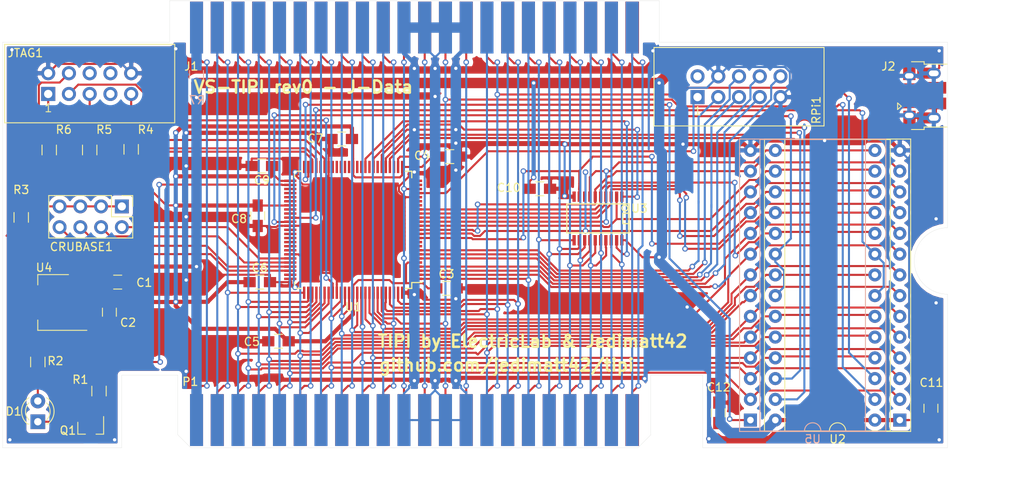
<source format=kicad_pcb>
(kicad_pcb (version 20171130) (host pcbnew "(5.1.5)-3")
  (title_block (title "VS-TIPI - TI-99/4A to RPi adapter for Speech Synth. Case") (date 2020-04-26) (rev V0) (company J-Data) (comment 1 github.com/jedimatt42/tipi) (comment 2 "TIPI and ElectricLab & Jedimatt42") (comment 3 "(C) 1983 - J-Data (Open source actually)"))
  (layers (0 F.Cu signal) (31 B.Cu signal) (34 B.Paste user) (35 F.Paste user) (36 B.SilkS user) (37 F.SilkS user) (38 B.Mask user) (39 F.Mask user) (44 Edge.Cuts user))
  (net 0 "")
  (net 1 +3V3)
  (net 2 GND)
  (net 3 +5V)
  (net 4 JTAG_TCK)
  (net 5 JTAG_TDO)
  (net 6 JTAG_TMS)
  (net 7 JTAG_TDI)
  (net 8 "Net-(D1-Pad1)")
  (net 9 "Net-(D1-Pad2)")
  (net 10 TI_EXTINT)
  (net 11 TI_A5)
  (net 12 TI_A10)
  (net 13 TI_A4)
  (net 14 TI_A11)
  (net 15 TI_DBIN)
  (net 16 TI_A3)
  (net 17 TI_A12)
  (net 18 TI_A8)
  (net 19 TI_A13)
  (net 20 TI_A14)
  (net 21 TI_A7)
  (net 22 TI_A9)
  (net 23 TI_A15)
  (net 24 TI_A2)
  (net 25 TI_CRUCLK)
  (net 26 TI_PH3)
  (net 27 TI_WE)
  (net 28 TI_A6)
  (net 29 TI_A1)
  (net 30 TI_A0)
  (net 31 TI_MEMEN)
  (net 32 TI_CRUIN)
  (net 33 TI_D0)
  (net 34 TI_D3)
  (net 35 TI_D1)
  (net 36 TI_D7)
  (net 37 TI_D2)
  (net 38 TI_D5)
  (net 39 TI_D6)
  (net 40 TI_D4)
  (net 41 R_DIN)
  (net 42 R_DOUT)
  (net 43 R_CLK)
  (net 44 R_RESET)
  (net 45 R_LE)
  (net 46 R_DC)
  (net 47 R_RT)
  (net 48 CRUB_0)
  (net 49 CRUB_1)
  (net 50 CRUB_2)
  (net 51 CRUB_3)
  (net 52 "Net-(Q1-Pad1)")
  (net 53 CRU0)
  (net 54 DSR_EN)
  (net 55 DSR_B0)
  (net 56 DSR_B1)
  (net 57 DB_DIR)
  (net 58 TP_D6)
  (net 59 DB_EN)
  (net 60 TP_D4)
  (net 61 TP_D7)
  (net 62 TP_D2)
  (net 63 TP_D5)
  (net 64 TP_D3)
  (net 65 TP_D1)
  (net 66 TP_D0)
  (net 67 "Net-(CRUBASE1-Pad1)")
  (net 68 DRAM_EN)
  (net 69 TI_AUD)
  (net 70 TI_MBE)
  (net 71 TI_READY)
  (net 72 TI_-5V)
  (net 73 TI_IAQ)
  (net 74 TI_LOAD)
  (net 75 TI_RESET)
  (net 76 TI_SBE)
  (net 77 DRAM_A0)
  (net 78 "Net-(J1-Pad1)")
  (module Connect:IDC_Header_Straight_10pins (layer F.Cu) (at 66.421 101.854)
    (fp_text reference JTAG1 (at -2.794 -5.0165) (layer F.SilkS))
    (fp_text value AVR-JTAG-10)
    (fp_text user 1 (at 0.02 1.72) (layer F.SilkS) (effects (font (thickness 0.12))))
    (pad 1 thru_hole rect (at 0 0) (size 1.7272 1.7272) (drill 1.016) (layers *.Cu *.Mask) (net 4 JTAG_TCK))
    (pad 2 thru_hole oval (at 0 -2.54) (size 1.7272 1.7272) (drill 1.016) (layers *.Cu *.Mask) (net 2 GND))
    (pad 3 thru_hole oval (at 2.54 0) (size 1.7272 1.7272) (drill 1.016) (layers *.Cu *.Mask) (net 5 JTAG_TDO))
    (pad 4 thru_hole oval (at 2.54 -2.54) (size 1.7272 1.7272) (drill 1.016) (layers *.Cu *.Mask) (net 1 +3V3))
    (pad 5 thru_hole oval (at 5.08 0) (size 1.7272 1.7272) (drill 1.016) (layers *.Cu *.Mask) (net 6 JTAG_TMS))
    (pad 6 thru_hole oval (at 5.08 -2.54) (size 1.7272 1.7272) (drill 1.016) (layers *.Cu *.Mask))
    (pad 7 thru_hole oval (at 7.62 0) (size 1.7272 1.7272) (drill 1.016) (layers *.Cu *.Mask))
    (pad 8 thru_hole oval (at 7.62 -2.54) (size 1.7272 1.7272) (drill 1.016) (layers *.Cu *.Mask))
    (pad 9 thru_hole oval (at 10.16 0) (size 1.7272 1.7272) (drill 1.016) (layers *.Cu *.Mask) (net 7 JTAG_TDI))
    (pad 10 thru_hole oval (at 10.16 -2.54) (size 1.7272 1.7272) (drill 1.016) (layers *.Cu *.Mask) (net 2 GND))
  )
  (module VS-TIPI-kicad:C_0805_HandSoldering (layer B.Cu) (at 84.582 99.4718 270)
    (fp_text reference R7 (at 3.1315 -0.0635 180) (layer B.SilkS) (effects (justify mirror)))
    (fp_text value DNP)
    (pad 2 smd rect (at 1.25 0 270) (size 1.5 1.25) (layers B.Cu B.Paste B.Mask) (net 3 +5V))
    (pad 1 smd rect (at -1.25 0 270) (size 1.5 1.25) (layers B.Cu B.Paste B.Mask) (net 78 "Net-(J1-Pad1)"))
  )
  (module Connector_USB:USB_Micro-B_Amphenol_10103594-0001LF_Horizontal (layer F.Cu) (at 173.736 102.0318 90)
    (fp_text reference J2 (at 3.556 -4.445 180) (layer F.SilkS))
    (fp_text value USB_B_Micro)
    (pad 6 smd rect (at 0.935 1.385 180) (size 2.5 1.43) (layers F.Cu F.Paste F.Mask) (net 2 GND))
    (pad 6 smd rect (at -0.985 1.385 180) (size 2.5 1.43) (layers F.Cu F.Paste F.Mask) (net 2 GND))
    (pad 6 thru_hole oval (at 2.705 1.115 180) (size 1.7 1.35) (drill oval 1.2 0.7) (layers *.Cu *.Mask) (net 2 GND))
    (pad 6 thru_hole oval (at -2.755 1.115 180) (size 1.7 1.35) (drill oval 1.2 0.7) (layers *.Cu *.Mask) (net 2 GND))
    (pad 6 thru_hole oval (at 2.395 -1.885 180) (size 1.5 1.1) (drill oval 1.05 0.65) (layers *.Cu *.Mask) (net 2 GND))
    (pad 6 thru_hole oval (at -2.445 -1.885 180) (size 1.5 1.1) (drill oval 1.05 0.65) (layers *.Cu *.Mask) (net 2 GND))
    (pad 5 smd rect (at 1.275 -1.765 180) (size 1.65 0.4) (layers F.Cu F.Paste F.Mask) (net 2 GND))
    (pad 4 smd rect (at 0.625 -1.765 180) (size 1.65 0.4) (layers F.Cu F.Paste F.Mask))
    (pad 3 smd rect (at -0.025 -1.765 180) (size 1.65 0.4) (layers F.Cu F.Paste F.Mask))
    (pad 2 smd rect (at -0.675 -1.765 180) (size 1.65 0.4) (layers F.Cu F.Paste F.Mask))
    (pad 1 smd rect (at -1.325 -1.765 180) (size 1.65 0.4) (layers F.Cu F.Paste F.Mask) (net 3 +5V))
    (pad 6 smd rect (at 2.875 -1.885 90) (size 2 1.5) (layers F.Cu F.Paste F.Mask) (net 2 GND))
    (pad 6 smd rect (at -2.875 -1.865 90) (size 2 1.5) (layers F.Cu F.Paste F.Mask) (net 2 GND))
    (pad 6 smd rect (at 2.975 -0.565 90) (size 1.825 0.7) (layers F.Cu F.Paste F.Mask) (net 2 GND))
    (pad 6 smd rect (at -2.975 -0.565 90) (size 1.825 0.7) (layers F.Cu F.Paste F.Mask) (net 2 GND))
    (pad 6 smd rect (at -2.755 0.185 90) (size 1.35 2) (layers F.Cu F.Paste F.Mask) (net 2 GND))
    (pad 6 smd rect (at 2.725 0.185 90) (size 1.35 2) (layers F.Cu F.Paste F.Mask) (net 2 GND))
  )
  (module VS-TIPI-kicad:C_0805_HandSoldering (layer F.Cu) (at 148.463 140.8938 90)
    (fp_text reference C12 (at 3.1315 0.0635) (layer F.SilkS))
    (fp_text value 0.1uf)
    (pad 2 smd rect (at 1.25 0 90) (size 1.5 1.25) (layers F.Cu F.Paste F.Mask) (net 2 GND))
    (pad 1 smd rect (at -1.25 0 90) (size 1.5 1.25) (layers F.Cu F.Paste F.Mask) (net 3 +5V))
  )
  (module Package_DIP:DIP-28_W15.24mm_Socket (layer F.Cu) (at 170.688 141.7828 180)
    (fp_text reference U2 (at 7.62 -2.33) (layer F.SilkS))
    (fp_text value 27C256)
    (pad 28 thru_hole oval (at 15.24 0 180) (size 1.6 1.6) (drill 0.8) (layers *.Cu *.Mask) (net 3 +5V))
    (pad 14 thru_hole oval (at 0 33.02 180) (size 1.6 1.6) (drill 0.8) (layers *.Cu *.Mask) (net 2 GND))
    (pad 27 thru_hole oval (at 15.24 2.54 180) (size 1.6 1.6) (drill 0.8) (layers *.Cu *.Mask) (net 56 DSR_B1))
    (pad 13 thru_hole oval (at 0 30.48 180) (size 1.6 1.6) (drill 0.8) (layers *.Cu *.Mask) (net 62 TP_D2))
    (pad 26 thru_hole oval (at 15.24 5.08 180) (size 1.6 1.6) (drill 0.8) (layers *.Cu *.Mask) (net 55 DSR_B0))
    (pad 12 thru_hole oval (at 0 27.94 180) (size 1.6 1.6) (drill 0.8) (layers *.Cu *.Mask) (net 65 TP_D1))
    (pad 25 thru_hole oval (at 15.24 7.62 180) (size 1.6 1.6) (drill 0.8) (layers *.Cu *.Mask) (net 21 TI_A7))
    (pad 11 thru_hole oval (at 0 25.4 180) (size 1.6 1.6) (drill 0.8) (layers *.Cu *.Mask) (net 66 TP_D0))
    (pad 24 thru_hole oval (at 15.24 10.16 180) (size 1.6 1.6) (drill 0.8) (layers *.Cu *.Mask) (net 28 TI_A6))
    (pad 10 thru_hole oval (at 0 22.86 180) (size 1.6 1.6) (drill 0.8) (layers *.Cu *.Mask) (net 23 TI_A15))
    (pad 23 thru_hole oval (at 15.24 12.7 180) (size 1.6 1.6) (drill 0.8) (layers *.Cu *.Mask) (net 13 TI_A4))
    (pad 9 thru_hole oval (at 0 20.32 180) (size 1.6 1.6) (drill 0.8) (layers *.Cu *.Mask) (net 20 TI_A14))
    (pad 22 thru_hole oval (at 15.24 15.24 180) (size 1.6 1.6) (drill 0.8) (layers *.Cu *.Mask) (net 54 DSR_EN))
    (pad 8 thru_hole oval (at 0 17.78 180) (size 1.6 1.6) (drill 0.8) (layers *.Cu *.Mask) (net 19 TI_A13))
    (pad 21 thru_hole oval (at 15.24 17.78 180) (size 1.6 1.6) (drill 0.8) (layers *.Cu *.Mask) (net 11 TI_A5))
    (pad 7 thru_hole oval (at 0 15.24 180) (size 1.6 1.6) (drill 0.8) (layers *.Cu *.Mask) (net 17 TI_A12))
    (pad 20 thru_hole oval (at 15.24 20.32 180) (size 1.6 1.6) (drill 0.8) (layers *.Cu *.Mask) (net 54 DSR_EN))
    (pad 6 thru_hole oval (at 0 12.7 180) (size 1.6 1.6) (drill 0.8) (layers *.Cu *.Mask) (net 14 TI_A11))
    (pad 19 thru_hole oval (at 15.24 22.86 180) (size 1.6 1.6) (drill 0.8) (layers *.Cu *.Mask) (net 61 TP_D7))
    (pad 5 thru_hole oval (at 0 10.16 180) (size 1.6 1.6) (drill 0.8) (layers *.Cu *.Mask) (net 12 TI_A10))
    (pad 18 thru_hole oval (at 15.24 25.4 180) (size 1.6 1.6) (drill 0.8) (layers *.Cu *.Mask) (net 58 TP_D6))
    (pad 4 thru_hole oval (at 0 7.62 180) (size 1.6 1.6) (drill 0.8) (layers *.Cu *.Mask) (net 22 TI_A9))
    (pad 17 thru_hole oval (at 15.24 27.94 180) (size 1.6 1.6) (drill 0.8) (layers *.Cu *.Mask) (net 63 TP_D5))
    (pad 3 thru_hole oval (at 0 5.08 180) (size 1.6 1.6) (drill 0.8) (layers *.Cu *.Mask) (net 18 TI_A8))
    (pad 16 thru_hole oval (at 15.24 30.48 180) (size 1.6 1.6) (drill 0.8) (layers *.Cu *.Mask) (net 60 TP_D4))
    (pad 2 thru_hole oval (at 0 2.54 180) (size 1.6 1.6) (drill 0.8) (layers *.Cu *.Mask) (net 16 TI_A3))
    (pad 15 thru_hole oval (at 15.24 33.02 180) (size 1.6 1.6) (drill 0.8) (layers *.Cu *.Mask) (net 64 TP_D3))
    (pad 1 thru_hole rect (at 0 0 180) (size 1.6 1.6) (drill 0.8) (layers *.Cu *.Mask) (net 3 +5V))
  )
  (module Connect:IDC_Header_Straight_10pins (layer F.Cu) (at 145.923 102.235)
    (fp_text reference RPi1 (at 14.5415 1.5875 -270) (layer F.SilkS))
    (fp_text value RPI_CONN_02X05)
    (fp_text user 1 (at 0.02 1.72 180) (layer F.SilkS) (effects (font (thickness 0.12))))
    (pad 1 thru_hole rect (at 0 0) (size 1.7272 1.7272) (drill 1.016) (layers *.Cu *.Mask) (net 43 R_CLK))
    (pad 2 thru_hole oval (at 0 -2.54) (size 1.7272 1.7272) (drill 1.016) (layers *.Cu *.Mask))
    (pad 3 thru_hole oval (at 2.54 0) (size 1.7272 1.7272) (drill 1.016) (layers *.Cu *.Mask) (net 47 R_RT))
    (pad 4 thru_hole oval (at 2.54 -2.54) (size 1.7272 1.7272) (drill 1.016) (layers *.Cu *.Mask) (net 2 GND))
    (pad 5 thru_hole oval (at 5.08 0) (size 1.7272 1.7272) (drill 1.016) (layers *.Cu *.Mask) (net 45 R_LE))
    (pad 6 thru_hole oval (at 5.08 -2.54) (size 1.7272 1.7272) (drill 1.016) (layers *.Cu *.Mask) (net 42 R_DOUT))
    (pad 7 thru_hole oval (at 7.62 0) (size 1.7272 1.7272) (drill 1.016) (layers *.Cu *.Mask) (net 44 R_RESET))
    (pad 8 thru_hole oval (at 7.62 -2.54) (size 1.7272 1.7272) (drill 1.016) (layers *.Cu *.Mask) (net 41 R_DIN))
    (pad 9 thru_hole oval (at 10.16 0) (size 1.7272 1.7272) (drill 1.016) (layers *.Cu *.Mask) (net 2 GND))
    (pad 10 thru_hole oval (at 10.16 -2.54) (size 1.7272 1.7272) (drill 1.016) (layers *.Cu *.Mask) (net 46 R_DC))
  )
  (module Package_DIP:DIP-28_W15.24mm_Socket (layer B.Cu) (at 152.4 141.7828)
    (fp_text reference U5 (at 7.62 2.33) (layer B.SilkS) (effects (justify mirror)))
    (fp_text value CY62256L-70PC)
    (pad 28 thru_hole oval (at 15.24 0) (size 1.6 1.6) (drill 0.8) (layers *.Cu *.Mask) (net 3 +5V))
    (pad 14 thru_hole oval (at 0 -33.02) (size 1.6 1.6) (drill 0.8) (layers *.Cu *.Mask) (net 2 GND))
    (pad 27 thru_hole oval (at 15.24 -2.54) (size 1.6 1.6) (drill 0.8) (layers *.Cu *.Mask) (net 27 TI_WE))
    (pad 13 thru_hole oval (at 0 -30.48) (size 1.6 1.6) (drill 0.8) (layers *.Cu *.Mask) (net 62 TP_D2))
    (pad 26 thru_hole oval (at 15.24 -5.08) (size 1.6 1.6) (drill 0.8) (layers *.Cu *.Mask) (net 29 TI_A1))
    (pad 12 thru_hole oval (at 0 -27.94) (size 1.6 1.6) (drill 0.8) (layers *.Cu *.Mask) (net 65 TP_D1))
    (pad 25 thru_hole oval (at 15.24 -7.62) (size 1.6 1.6) (drill 0.8) (layers *.Cu *.Mask) (net 21 TI_A7))
    (pad 11 thru_hole oval (at 0 -25.4) (size 1.6 1.6) (drill 0.8) (layers *.Cu *.Mask) (net 66 TP_D0))
    (pad 24 thru_hole oval (at 15.24 -10.16) (size 1.6 1.6) (drill 0.8) (layers *.Cu *.Mask) (net 28 TI_A6))
    (pad 10 thru_hole oval (at 0 -22.86) (size 1.6 1.6) (drill 0.8) (layers *.Cu *.Mask) (net 23 TI_A15))
    (pad 23 thru_hole oval (at 15.24 -12.7) (size 1.6 1.6) (drill 0.8) (layers *.Cu *.Mask) (net 13 TI_A4))
    (pad 9 thru_hole oval (at 0 -20.32) (size 1.6 1.6) (drill 0.8) (layers *.Cu *.Mask) (net 20 TI_A14))
    (pad 22 thru_hole oval (at 15.24 -15.24) (size 1.6 1.6) (drill 0.8) (layers *.Cu *.Mask) (net 68 DRAM_EN))
    (pad 8 thru_hole oval (at 0 -17.78) (size 1.6 1.6) (drill 0.8) (layers *.Cu *.Mask) (net 19 TI_A13))
    (pad 21 thru_hole oval (at 15.24 -17.78) (size 1.6 1.6) (drill 0.8) (layers *.Cu *.Mask) (net 11 TI_A5))
    (pad 7 thru_hole oval (at 0 -15.24) (size 1.6 1.6) (drill 0.8) (layers *.Cu *.Mask) (net 17 TI_A12))
    (pad 20 thru_hole oval (at 15.24 -20.32) (size 1.6 1.6) (drill 0.8) (layers *.Cu *.Mask) (net 68 DRAM_EN))
    (pad 6 thru_hole oval (at 0 -12.7) (size 1.6 1.6) (drill 0.8) (layers *.Cu *.Mask) (net 14 TI_A11))
    (pad 19 thru_hole oval (at 15.24 -22.86) (size 1.6 1.6) (drill 0.8) (layers *.Cu *.Mask) (net 61 TP_D7))
    (pad 5 thru_hole oval (at 0 -10.16) (size 1.6 1.6) (drill 0.8) (layers *.Cu *.Mask) (net 12 TI_A10))
    (pad 18 thru_hole oval (at 15.24 -25.4) (size 1.6 1.6) (drill 0.8) (layers *.Cu *.Mask) (net 58 TP_D6))
    (pad 4 thru_hole oval (at 0 -7.62) (size 1.6 1.6) (drill 0.8) (layers *.Cu *.Mask) (net 22 TI_A9))
    (pad 17 thru_hole oval (at 15.24 -27.94) (size 1.6 1.6) (drill 0.8) (layers *.Cu *.Mask) (net 63 TP_D5))
    (pad 3 thru_hole oval (at 0 -5.08) (size 1.6 1.6) (drill 0.8) (layers *.Cu *.Mask) (net 18 TI_A8))
    (pad 16 thru_hole oval (at 15.24 -30.48) (size 1.6 1.6) (drill 0.8) (layers *.Cu *.Mask) (net 60 TP_D4))
    (pad 2 thru_hole oval (at 0 -2.54) (size 1.6 1.6) (drill 0.8) (layers *.Cu *.Mask) (net 16 TI_A3))
    (pad 15 thru_hole oval (at 15.24 -33.02) (size 1.6 1.6) (drill 0.8) (layers *.Cu *.Mask) (net 64 TP_D3))
    (pad 1 thru_hole rect (at 0 0) (size 1.6 1.6) (drill 0.8) (layers *.Cu *.Mask) (net 77 DRAM_A0))
  )
  (module peb-edge-card:ti99-exp-edge (layer F.Cu) (at 125.222 141.7828 180)
    (fp_text reference P1 (at 41.402 4.699) (layer F.SilkS))
    (fp_text value TI-99_Sideport)
    (pad 44 connect rect (at -12.7 0 90) (size 6.35 1.6764) (layers F.Cu F.Mask) (net 69 TI_AUD))
    (pad 42 connect rect (at -10.16 0 90) (size 6.35 1.6002) (layers F.Cu F.Mask) (net 34 TI_D3))
    (pad 40 connect rect (at -7.62 0 90) (size 6.35 1.6002) (layers F.Cu F.Mask) (net 35 TI_D1))
    (pad 38 connect rect (at -5.08 0 90) (size 6.35 1.6002) (layers F.Cu F.Mask) (net 38 TI_D5))
    (pad 36 connect rect (at -2.54 0 90) (size 6.35 1.6002) (layers F.Cu F.Mask) (net 39 TI_D6))
    (pad 34 connect rect (at 0 0 90) (size 6.35 1.6002) (layers F.Cu F.Mask) (net 36 TI_D7))
    (pad 32 connect rect (at 2.54 0 90) (size 6.35 1.6) (layers F.Cu F.Mask) (net 31 TI_MEMEN))
    (pad 30 connect rect (at 5.08 0 90) (size 6.35 1.6) (layers F.Cu F.Mask) (net 29 TI_A1))
    (pad 28 connect rect (at 7.62 0 90) (size 6.35 1.6) (layers F.Cu F.Mask) (net 70 TI_MBE))
    (pad 26 connect rect (at 10.16 0 90) (size 6.35 1.6) (layers F.Cu F.Mask) (net 27 TI_WE))
    (pad 24 connect rect (at 12.7 0 90) (size 6.35 1.6) (layers F.Cu F.Mask) (net 26 TI_PH3))
    (pad 22 connect rect (at 15.24 0 90) (size 6.35 1.6) (layers F.Cu F.Mask) (net 25 TI_CRUCLK))
    (pad 20 connect rect (at 17.78 0 90) (size 6.35 1.6) (layers F.Cu F.Mask) (net 24 TI_A2))
    (pad 18 connect rect (at 20.32 0 90) (size 6.35 1.6) (layers F.Cu F.Mask) (net 22 TI_A9))
    (pad 16 connect rect (at 22.86 0 90) (size 6.35 1.6) (layers F.Cu F.Mask) (net 20 TI_A14))
    (pad 14 connect rect (at 25.4 0 90) (size 6.35 1.6) (layers F.Cu F.Mask) (net 18 TI_A8))
    (pad 12 connect rect (at 27.94 0 90) (size 6.35 1.6) (layers F.Cu F.Mask) (net 71 TI_READY))
    (pad 10 connect rect (at 30.48 0 90) (size 6.35 1.6) (layers F.Cu F.Mask) (net 16 TI_A3))
    (pad 8 connect rect (at 33.02 0 90) (size 6.35 1.6) (layers F.Cu F.Mask) (net 14 TI_A11))
    (pad 43 connect rect (at -12.7 0 90) (size 6.35 1.6) (layers B.Cu B.Mask) (net 72 TI_-5V))
    (pad 41 connect rect (at -10.16 0 90) (size 6.35 1.6) (layers B.Cu B.Mask) (net 73 TI_IAQ))
    (pad 39 connect rect (at -7.62 0 90) (size 6.35 1.6) (layers B.Cu B.Mask) (net 37 TI_D2))
    (pad 37 connect rect (at -5.08 0 90) (size 6.35 1.6) (layers B.Cu B.Mask) (net 33 TI_D0))
    (pad 35 connect rect (at -2.54 0 90) (size 6.35 1.6) (layers B.Cu B.Mask) (net 40 TI_D4))
    (pad 33 connect rect (at 0 0 90) (size 6.35 1.6) (layers B.Cu B.Mask) (net 32 TI_CRUIN))
    (pad 31 connect rect (at 2.54 0 90) (size 6.35 1.6) (layers B.Cu B.Mask) (net 30 TI_A0))
    (pad 29 connect rect (at 5.08 0 90) (size 6.35 1.6) (layers B.Cu B.Mask) (net 28 TI_A6))
    (pad 27 connect rect (at 7.62 0 90) (size 6.35 1.6) (layers B.Cu B.Mask) (net 2 GND))
    (pad 25 connect rect (at 10.16 0 90) (size 6.35 1.6) (layers B.Cu B.Mask) (net 2 GND))
    (pad 23 connect rect (at 12.7 0 90) (size 6.35 1.6) (layers B.Cu B.Mask) (net 2 GND))
    (pad 21 connect rect (at 15.24 0 90) (size 6.35 1.6) (layers B.Cu B.Mask) (net 2 GND))
    (pad 19 connect rect (at 17.78 0 90) (size 6.35 1.6) (layers B.Cu B.Mask) (net 23 TI_A15))
    (pad 17 connect rect (at 20.32 0 90) (size 6.35 1.6) (layers B.Cu B.Mask) (net 21 TI_A7))
    (pad 15 connect rect (at 22.86 0 90) (size 6.35 1.6) (layers B.Cu B.Mask) (net 19 TI_A13))
    (pad 13 connect rect (at 25.4 0 90) (size 6.35 1.6) (layers B.Cu B.Mask) (net 74 TI_LOAD))
    (pad 11 connect rect (at 27.94 0 90) (size 6.35 1.6) (layers B.Cu B.Mask) (net 17 TI_A12))
    (pad 9 connect rect (at 30.48 0 90) (size 6.35 1.6) (layers B.Cu B.Mask) (net 15 TI_DBIN))
    (pad 7 connect rect (at 33.02 0 90) (size 6.35 1.6) (layers B.Cu B.Mask) (net 13 TI_A4))
    (pad 6 connect rect (at 35.56 0 90) (size 6.35 1.6) (layers F.Cu F.Mask) (net 12 TI_A10))
    (pad 3 connect rect (at 38.1 0 90) (size 6.35 1.6) (layers B.Cu B.Mask) (net 75 TI_RESET))
    (pad 2 connect rect (at 40.64 0 90) (size 6.35 1.6) (layers F.Cu F.Mask) (net 76 TI_SBE))
    (pad 1 connect rect (at 40.64 0 90) (size 6.35 1.6) (layers B.Cu B.Mask) (net 3 +5V))
    (pad 4 connect rect (at 38.1 0 90) (size 6.35 1.6) (layers F.Cu F.Mask) (net 10 TI_EXTINT))
    (pad 5 connect rect (at 35.56 0 90) (size 6.35 1.6) (layers B.Cu B.Mask) (net 11 TI_A5))
  )
  (module peb-edge-card:ti99-exp-edge (layer F.Cu) (at 125.222 93.726 180)
    (fp_text reference J1 (at 41.275 -4.7498) (layer F.SilkS))
    (fp_text value TI-99_Sideport hide)
    (pad 44 connect rect (at -12.7 0 90) (size 6.35 1.6764) (layers F.Cu F.Mask) (net 69 TI_AUD))
    (pad 42 connect rect (at -10.16 0 90) (size 6.35 1.6002) (layers F.Cu F.Mask) (net 34 TI_D3))
    (pad 40 connect rect (at -7.62 0 90) (size 6.35 1.6002) (layers F.Cu F.Mask) (net 35 TI_D1))
    (pad 38 connect rect (at -5.08 0 90) (size 6.35 1.6002) (layers F.Cu F.Mask) (net 38 TI_D5))
    (pad 36 connect rect (at -2.54 0 90) (size 6.35 1.6002) (layers F.Cu F.Mask) (net 39 TI_D6))
    (pad 34 connect rect (at 0 0 90) (size 6.35 1.6002) (layers F.Cu F.Mask) (net 36 TI_D7))
    (pad 32 connect rect (at 2.54 0 90) (size 6.35 1.6) (layers F.Cu F.Mask) (net 31 TI_MEMEN))
    (pad 30 connect rect (at 5.08 0 90) (size 6.35 1.6) (layers F.Cu F.Mask) (net 29 TI_A1))
    (pad 28 connect rect (at 7.62 0 90) (size 6.35 1.6) (layers F.Cu F.Mask) (net 70 TI_MBE))
    (pad 26 connect rect (at 10.16 0 90) (size 6.35 1.6) (layers F.Cu F.Mask) (net 27 TI_WE))
    (pad 24 connect rect (at 12.7 0 90) (size 6.35 1.6) (layers F.Cu F.Mask) (net 26 TI_PH3))
    (pad 22 connect rect (at 15.24 0 90) (size 6.35 1.6) (layers F.Cu F.Mask) (net 25 TI_CRUCLK))
    (pad 20 connect rect (at 17.78 0 90) (size 6.35 1.6) (layers F.Cu F.Mask) (net 24 TI_A2))
    (pad 18 connect rect (at 20.32 0 90) (size 6.35 1.6) (layers F.Cu F.Mask) (net 22 TI_A9))
    (pad 16 connect rect (at 22.86 0 90) (size 6.35 1.6) (layers F.Cu F.Mask) (net 20 TI_A14))
    (pad 14 connect rect (at 25.4 0 90) (size 6.35 1.6) (layers F.Cu F.Mask) (net 18 TI_A8))
    (pad 12 connect rect (at 27.94 0 90) (size 6.35 1.6) (layers F.Cu F.Mask) (net 71 TI_READY))
    (pad 10 connect rect (at 30.48 0 90) (size 6.35 1.6) (layers F.Cu F.Mask) (net 16 TI_A3))
    (pad 8 connect rect (at 33.02 0 90) (size 6.35 1.6) (layers F.Cu F.Mask) (net 14 TI_A11))
    (pad 43 connect rect (at -12.7 0 90) (size 6.35 1.6) (layers B.Cu B.Mask) (net 72 TI_-5V))
    (pad 41 connect rect (at -10.16 0 90) (size 6.35 1.6) (layers B.Cu B.Mask) (net 73 TI_IAQ))
    (pad 39 connect rect (at -7.62 0 90) (size 6.35 1.6) (layers B.Cu B.Mask) (net 37 TI_D2))
    (pad 37 connect rect (at -5.08 0 90) (size 6.35 1.6) (layers B.Cu B.Mask) (net 33 TI_D0))
    (pad 35 connect rect (at -2.54 0 90) (size 6.35 1.6) (layers B.Cu B.Mask) (net 40 TI_D4))
    (pad 33 connect rect (at 0 0 90) (size 6.35 1.6) (layers B.Cu B.Mask) (net 32 TI_CRUIN))
    (pad 31 connect rect (at 2.54 0 90) (size 6.35 1.6) (layers B.Cu B.Mask) (net 30 TI_A0))
    (pad 29 connect rect (at 5.08 0 90) (size 6.35 1.6) (layers B.Cu B.Mask) (net 28 TI_A6))
    (pad 27 connect rect (at 7.62 0 90) (size 6.35 1.6) (layers B.Cu B.Mask) (net 2 GND))
    (pad 25 connect rect (at 10.16 0 90) (size 6.35 1.6) (layers B.Cu B.Mask) (net 2 GND))
    (pad 23 connect rect (at 12.7 0 90) (size 6.35 1.6) (layers B.Cu B.Mask) (net 2 GND))
    (pad 21 connect rect (at 15.24 0 90) (size 6.35 1.6) (layers B.Cu B.Mask) (net 2 GND))
    (pad 19 connect rect (at 17.78 0 90) (size 6.35 1.6) (layers B.Cu B.Mask) (net 23 TI_A15))
    (pad 17 connect rect (at 20.32 0 90) (size 6.35 1.6) (layers B.Cu B.Mask) (net 21 TI_A7))
    (pad 15 connect rect (at 22.86 0 90) (size 6.35 1.6) (layers B.Cu B.Mask) (net 19 TI_A13))
    (pad 13 connect rect (at 25.4 0 90) (size 6.35 1.6) (layers B.Cu B.Mask) (net 74 TI_LOAD))
    (pad 11 connect rect (at 27.94 0 90) (size 6.35 1.6) (layers B.Cu B.Mask) (net 17 TI_A12))
    (pad 9 connect rect (at 30.48 0 90) (size 6.35 1.6) (layers B.Cu B.Mask) (net 15 TI_DBIN))
    (pad 7 connect rect (at 33.02 0 90) (size 6.35 1.6) (layers B.Cu B.Mask) (net 13 TI_A4))
    (pad 6 connect rect (at 35.56 0 90) (size 6.35 1.6) (layers F.Cu F.Mask) (net 12 TI_A10))
    (pad 3 connect rect (at 38.1 0 90) (size 6.35 1.6) (layers B.Cu B.Mask) (net 75 TI_RESET))
    (pad 2 connect rect (at 40.64 0 90) (size 6.35 1.6) (layers F.Cu F.Mask) (net 76 TI_SBE))
    (pad 1 connect rect (at 40.64 0 90) (size 6.35 1.6) (layers B.Cu B.Mask) (net 78 "Net-(J1-Pad1)"))
    (pad 4 connect rect (at 38.1 0 90) (size 6.35 1.6) (layers F.Cu F.Mask) (net 10 TI_EXTINT))
    (pad 5 connect rect (at 35.56 0 90) (size 6.35 1.6) (layers B.Cu B.Mask) (net 11 TI_A5))
  )
  (module Housings_QFP:TQFP-100_14x14mm_Pitch0.5mm (layer F.Cu) (at 103.759 118.491 180)
    (fp_text reference U1 (at 0 -9.45 180) (layer F.SilkS))
    (fp_text value XC95144XL-TQ100)
    (pad 1 smd rect (at -7.7 -6 180) (size 1.5 0.3) (layers F.Cu F.Paste F.Mask) (net 32 TI_CRUIN))
    (pad 2 smd rect (at -7.7 -5.5 180) (size 1.5 0.3) (layers F.Cu F.Paste F.Mask) (net 46 R_DC))
    (pad 3 smd rect (at -7.7 -5 180) (size 1.5 0.3) (layers F.Cu F.Paste F.Mask) (net 44 R_RESET))
    (pad 4 smd rect (at -7.7 -4.5 180) (size 1.5 0.3) (layers F.Cu F.Paste F.Mask) (net 41 R_DIN))
    (pad 5 smd rect (at -7.7 -4 180) (size 1.5 0.3) (layers F.Cu F.Paste F.Mask) (net 1 +3V3))
    (pad 6 smd rect (at -7.7 -3.5 180) (size 1.5 0.3) (layers F.Cu F.Paste F.Mask) (net 45 R_LE))
    (pad 7 smd rect (at -7.7 -3 180) (size 1.5 0.3) (layers F.Cu F.Paste F.Mask) (net 42 R_DOUT))
    (pad 8 smd rect (at -7.7 -2.5 180) (size 1.5 0.3) (layers F.Cu F.Paste F.Mask) (net 47 R_RT))
    (pad 9 smd rect (at -7.7 -2 180) (size 1.5 0.3) (layers F.Cu F.Paste F.Mask))
    (pad 10 smd rect (at -7.7 -1.5 180) (size 1.5 0.3) (layers F.Cu F.Paste F.Mask))
    (pad 11 smd rect (at -7.7 -1 180) (size 1.5 0.3) (layers F.Cu F.Paste F.Mask) (net 66 TP_D0))
    (pad 12 smd rect (at -7.7 -0.5 180) (size 1.5 0.3) (layers F.Cu F.Paste F.Mask) (net 65 TP_D1))
    (pad 13 smd rect (at -7.7 0 180) (size 1.5 0.3) (layers F.Cu F.Paste F.Mask) (net 62 TP_D2))
    (pad 14 smd rect (at -7.7 0.5 180) (size 1.5 0.3) (layers F.Cu F.Paste F.Mask) (net 60 TP_D4))
    (pad 15 smd rect (at -7.7 1 180) (size 1.5 0.3) (layers F.Cu F.Paste F.Mask) (net 64 TP_D3))
    (pad 16 smd rect (at -7.7 1.5 180) (size 1.5 0.3) (layers F.Cu F.Paste F.Mask) (net 63 TP_D5))
    (pad 17 smd rect (at -7.7 2 180) (size 1.5 0.3) (layers F.Cu F.Paste F.Mask) (net 58 TP_D6))
    (pad 18 smd rect (at -7.7 2.5 180) (size 1.5 0.3) (layers F.Cu F.Paste F.Mask) (net 61 TP_D7))
    (pad 19 smd rect (at -7.7 3 180) (size 1.5 0.3) (layers F.Cu F.Paste F.Mask))
    (pad 20 smd rect (at -7.7 3.5 180) (size 1.5 0.3) (layers F.Cu F.Paste F.Mask))
    (pad 21 smd rect (at -7.7 4 180) (size 1.5 0.3) (layers F.Cu F.Paste F.Mask) (net 2 GND))
    (pad 22 smd rect (at -7.7 4.5 180) (size 1.5 0.3) (layers F.Cu F.Paste F.Mask) (net 43 R_CLK))
    (pad 23 smd rect (at -7.7 5 180) (size 1.5 0.3) (layers F.Cu F.Paste F.Mask) (net 25 TI_CRUCLK))
    (pad 24 smd rect (at -7.7 5.5 180) (size 1.5 0.3) (layers F.Cu F.Paste F.Mask))
    (pad 25 smd rect (at -7.7 6 180) (size 1.5 0.3) (layers F.Cu F.Paste F.Mask))
    (pad 26 smd rect (at -6 7.7 270) (size 1.5 0.3) (layers F.Cu F.Paste F.Mask) (net 1 +3V3))
    (pad 27 smd rect (at -5.5 7.7 270) (size 1.5 0.3) (layers F.Cu F.Paste F.Mask) (net 26 TI_PH3))
    (pad 28 smd rect (at -5 7.7 270) (size 1.5 0.3) (layers F.Cu F.Paste F.Mask))
    (pad 29 smd rect (at -4.5 7.7 270) (size 1.5 0.3) (layers F.Cu F.Paste F.Mask) (net 55 DSR_B0))
    (pad 30 smd rect (at -4 7.7 270) (size 1.5 0.3) (layers F.Cu F.Paste F.Mask) (net 56 DSR_B1))
    (pad 31 smd rect (at -3.5 7.7 270) (size 1.5 0.3) (layers F.Cu F.Paste F.Mask) (net 2 GND))
    (pad 32 smd rect (at -3 7.7 270) (size 1.5 0.3) (layers F.Cu F.Paste F.Mask))
    (pad 33 smd rect (at -2.5 7.7 270) (size 1.5 0.3) (layers F.Cu F.Paste F.Mask) (net 57 DB_DIR))
    (pad 34 smd rect (at -2 7.7 270) (size 1.5 0.3) (layers F.Cu F.Paste F.Mask))
    (pad 35 smd rect (at -1.5 7.7 270) (size 1.5 0.3) (layers F.Cu F.Paste F.Mask) (net 59 DB_EN))
    (pad 36 smd rect (at -1 7.7 270) (size 1.5 0.3) (layers F.Cu F.Paste F.Mask))
    (pad 37 smd rect (at -0.5 7.7 270) (size 1.5 0.3) (layers F.Cu F.Paste F.Mask))
    (pad 38 smd rect (at 0 7.7 270) (size 1.5 0.3) (layers F.Cu F.Paste F.Mask) (net 1 +3V3))
    (pad 39 smd rect (at 0.5 7.7 270) (size 1.5 0.3) (layers F.Cu F.Paste F.Mask))
    (pad 40 smd rect (at 1 7.7 270) (size 1.5 0.3) (layers F.Cu F.Paste F.Mask))
    (pad 41 smd rect (at 1.5 7.7 270) (size 1.5 0.3) (layers F.Cu F.Paste F.Mask))
    (pad 42 smd rect (at 2 7.7 270) (size 1.5 0.3) (layers F.Cu F.Paste F.Mask))
    (pad 43 smd rect (at 2.5 7.7 270) (size 1.5 0.3) (layers F.Cu F.Paste F.Mask))
    (pad 44 smd rect (at 3 7.7 270) (size 1.5 0.3) (layers F.Cu F.Paste F.Mask) (net 2 GND))
    (pad 45 smd rect (at 3.5 7.7 270) (size 1.5 0.3) (layers F.Cu F.Paste F.Mask) (net 7 JTAG_TDI))
    (pad 46 smd rect (at 4 7.7 270) (size 1.5 0.3) (layers F.Cu F.Paste F.Mask))
    (pad 47 smd rect (at 4.5 7.7 270) (size 1.5 0.3) (layers F.Cu F.Paste F.Mask) (net 6 JTAG_TMS))
    (pad 48 smd rect (at 5 7.7 270) (size 1.5 0.3) (layers F.Cu F.Paste F.Mask) (net 4 JTAG_TCK))
    (pad 49 smd rect (at 5.5 7.7 270) (size 1.5 0.3) (layers F.Cu F.Paste F.Mask) (net 77 DRAM_A0))
    (pad 50 smd rect (at 6 7.7 270) (size 1.5 0.3) (layers F.Cu F.Paste F.Mask))
    (pad 51 smd rect (at 7.7 6 180) (size 1.5 0.3) (layers F.Cu F.Paste F.Mask) (net 1 +3V3))
    (pad 52 smd rect (at 7.7 5.5 180) (size 1.5 0.3) (layers F.Cu F.Paste F.Mask) (net 53 CRU0))
    (pad 53 smd rect (at 7.7 5 180) (size 1.5 0.3) (layers F.Cu F.Paste F.Mask))
    (pad 54 smd rect (at 7.7 4.5 180) (size 1.5 0.3) (layers F.Cu F.Paste F.Mask))
    (pad 55 smd rect (at 7.7 4 180) (size 1.5 0.3) (layers F.Cu F.Paste F.Mask))
    (pad 56 smd rect (at 7.7 3.5 180) (size 1.5 0.3) (layers F.Cu F.Paste F.Mask))
    (pad 57 smd rect (at 7.7 3 180) (size 1.5 0.3) (layers F.Cu F.Paste F.Mask) (net 1 +3V3))
    (pad 58 smd rect (at 7.7 2.5 180) (size 1.5 0.3) (layers F.Cu F.Paste F.Mask))
    (pad 59 smd rect (at 7.7 2 180) (size 1.5 0.3) (layers F.Cu F.Paste F.Mask))
    (pad 60 smd rect (at 7.7 1.5 180) (size 1.5 0.3) (layers F.Cu F.Paste F.Mask) (net 68 DRAM_EN))
    (pad 61 smd rect (at 7.7 1 180) (size 1.5 0.3) (layers F.Cu F.Paste F.Mask) (net 54 DSR_EN))
    (pad 62 smd rect (at 7.7 0.5 180) (size 1.5 0.3) (layers F.Cu F.Paste F.Mask) (net 2 GND))
    (pad 63 smd rect (at 7.7 0 180) (size 1.5 0.3) (layers F.Cu F.Paste F.Mask))
    (pad 64 smd rect (at 7.7 -0.5 180) (size 1.5 0.3) (layers F.Cu F.Paste F.Mask))
    (pad 65 smd rect (at 7.7 -1 180) (size 1.5 0.3) (layers F.Cu F.Paste F.Mask))
    (pad 66 smd rect (at 7.7 -1.5 180) (size 1.5 0.3) (layers F.Cu F.Paste F.Mask))
    (pad 67 smd rect (at 7.7 -2 180) (size 1.5 0.3) (layers F.Cu F.Paste F.Mask))
    (pad 68 smd rect (at 7.7 -2.5 180) (size 1.5 0.3) (layers F.Cu F.Paste F.Mask))
    (pad 69 smd rect (at 7.7 -3 180) (size 1.5 0.3) (layers F.Cu F.Paste F.Mask) (net 2 GND))
    (pad 70 smd rect (at 7.7 -3.5 180) (size 1.5 0.3) (layers F.Cu F.Paste F.Mask) (net 48 CRUB_0))
    (pad 71 smd rect (at 7.7 -4 180) (size 1.5 0.3) (layers F.Cu F.Paste F.Mask) (net 49 CRUB_1))
    (pad 72 smd rect (at 7.7 -4.5 180) (size 1.5 0.3) (layers F.Cu F.Paste F.Mask) (net 50 CRUB_2))
    (pad 73 smd rect (at 7.7 -5 180) (size 1.5 0.3) (layers F.Cu F.Paste F.Mask) (net 51 CRUB_3))
    (pad 74 smd rect (at 7.7 -5.5 180) (size 1.5 0.3) (layers F.Cu F.Paste F.Mask))
    (pad 75 smd rect (at 7.7 -6 180) (size 1.5 0.3) (layers F.Cu F.Paste F.Mask) (net 2 GND))
    (pad 76 smd rect (at 6 -7.7 270) (size 1.5 0.3) (layers F.Cu F.Paste F.Mask) (net 10 TI_EXTINT))
    (pad 77 smd rect (at 5.5 -7.7 270) (size 1.5 0.3) (layers F.Cu F.Paste F.Mask) (net 12 TI_A10))
    (pad 78 smd rect (at 5 -7.7 270) (size 1.5 0.3) (layers F.Cu F.Paste F.Mask) (net 11 TI_A5))
    (pad 79 smd rect (at 4.5 -7.7 270) (size 1.5 0.3) (layers F.Cu F.Paste F.Mask) (net 14 TI_A11))
    (pad 80 smd rect (at 4 -7.7 270) (size 1.5 0.3) (layers F.Cu F.Paste F.Mask) (net 13 TI_A4))
    (pad 81 smd rect (at 3.5 -7.7 270) (size 1.5 0.3) (layers F.Cu F.Paste F.Mask) (net 16 TI_A3))
    (pad 82 smd rect (at 3 -7.7 270) (size 1.5 0.3) (layers F.Cu F.Paste F.Mask) (net 15 TI_DBIN))
    (pad 83 smd rect (at 2.5 -7.7 270) (size 1.5 0.3) (layers F.Cu F.Paste F.Mask) (net 5 JTAG_TDO))
    (pad 84 smd rect (at 2 -7.7 270) (size 1.5 0.3) (layers F.Cu F.Paste F.Mask) (net 2 GND))
    (pad 85 smd rect (at 1.5 -7.7 270) (size 1.5 0.3) (layers F.Cu F.Paste F.Mask) (net 17 TI_A12))
    (pad 86 smd rect (at 1 -7.7 270) (size 1.5 0.3) (layers F.Cu F.Paste F.Mask) (net 18 TI_A8))
    (pad 87 smd rect (at 0.5 -7.7 270) (size 1.5 0.3) (layers F.Cu F.Paste F.Mask) (net 19 TI_A13))
    (pad 88 smd rect (at 0 -7.7 270) (size 1.5 0.3) (layers F.Cu F.Paste F.Mask) (net 1 +3V3))
    (pad 89 smd rect (at -0.5 -7.7 270) (size 1.5 0.3) (layers F.Cu F.Paste F.Mask) (net 20 TI_A14))
    (pad 90 smd rect (at -1 -7.7 270) (size 1.5 0.3) (layers F.Cu F.Paste F.Mask) (net 21 TI_A7))
    (pad 91 smd rect (at -1.5 -7.7 270) (size 1.5 0.3) (layers F.Cu F.Paste F.Mask) (net 22 TI_A9))
    (pad 92 smd rect (at -2 -7.7 270) (size 1.5 0.3) (layers F.Cu F.Paste F.Mask) (net 23 TI_A15))
    (pad 93 smd rect (at -2.5 -7.7 270) (size 1.5 0.3) (layers F.Cu F.Paste F.Mask) (net 24 TI_A2))
    (pad 94 smd rect (at -3 -7.7 270) (size 1.5 0.3) (layers F.Cu F.Paste F.Mask) (net 27 TI_WE))
    (pad 95 smd rect (at -3.5 -7.7 270) (size 1.5 0.3) (layers F.Cu F.Paste F.Mask) (net 28 TI_A6))
    (pad 96 smd rect (at -4 -7.7 270) (size 1.5 0.3) (layers F.Cu F.Paste F.Mask) (net 29 TI_A1))
    (pad 97 smd rect (at -4.5 -7.7 270) (size 1.5 0.3) (layers F.Cu F.Paste F.Mask) (net 30 TI_A0))
    (pad 98 smd rect (at -5 -7.7 270) (size 1.5 0.3) (layers F.Cu F.Paste F.Mask) (net 1 +3V3))
    (pad 99 smd rect (at -5.5 -7.7 270) (size 1.5 0.3) (layers F.Cu F.Paste F.Mask) (net 31 TI_MEMEN))
    (pad 100 smd rect (at -6 -7.7 270) (size 1.5 0.3) (layers F.Cu F.Paste F.Mask) (net 2 GND))
  )
  (module Capacitors_SMD:C_0805_HandSoldering (layer F.Cu) (at 94.615 132.1308 180)
    (fp_text reference C5 (at 3.2585 -0.0635 180) (layer F.SilkS))
    (fp_text value 0.1uf)
    (pad 1 smd rect (at -1.25 0 180) (size 1.5 1.25) (layers F.Cu F.Paste F.Mask) (net 1 +3V3))
    (pad 2 smd rect (at 1.25 0 180) (size 1.5 1.25) (layers F.Cu F.Paste F.Mask) (net 2 GND))
  )
  (module Capacitors_SMD:C_0805_HandSoldering (layer F.Cu) (at 92.329 124.8918)
    (fp_text reference C6 (at 0 -1.75) (layer F.SilkS))
    (fp_text value 0.1uf)
    (pad 1 smd rect (at -1.25 0) (size 1.5 1.25) (layers F.Cu F.Paste F.Mask) (net 1 +3V3))
    (pad 2 smd rect (at 1.25 0) (size 1.5 1.25) (layers F.Cu F.Paste F.Mask) (net 2 GND))
  )
  (module LEDs:LED_D3.0mm (layer F.Cu) (at 65.151 141.986 90)
    (fp_text reference D1 (at 1.27 -2.96 180) (layer F.SilkS))
    (fp_text value LED)
    (pad 1 thru_hole rect (at 0 0 90) (size 1.8 1.8) (drill 0.9) (layers *.Cu *.Mask) (net 8 "Net-(D1-Pad1)"))
    (pad 2 thru_hole circle (at 2.54 0 90) (size 1.8 1.8) (drill 0.9) (layers *.Cu *.Mask) (net 9 "Net-(D1-Pad2)"))
  )
  (module Pin_Headers:Pin_Header_Straight_2x04_Pitch2.54mm (layer F.Cu) (at 75.438 115.6208 270)
    (fp_text reference CRUBASE1 (at 4.953 4.953) (layer F.SilkS))
    (fp_text value CONN_02X04)
    (pad 1 thru_hole rect (at 0 0 270) (size 1.7 1.7) (drill 1) (layers *.Cu *.Mask) (net 67 "Net-(CRUBASE1-Pad1)"))
    (pad 2 thru_hole oval (at 2.54 0 270) (size 1.7 1.7) (drill 1) (layers *.Cu *.Mask) (net 48 CRUB_0))
    (pad 3 thru_hole oval (at 0 2.54 270) (size 1.7 1.7) (drill 1) (layers *.Cu *.Mask) (net 67 "Net-(CRUBASE1-Pad1)"))
    (pad 4 thru_hole oval (at 2.54 2.54 270) (size 1.7 1.7) (drill 1) (layers *.Cu *.Mask) (net 49 CRUB_1))
    (pad 5 thru_hole oval (at 0 5.08 270) (size 1.7 1.7) (drill 1) (layers *.Cu *.Mask) (net 67 "Net-(CRUBASE1-Pad1)"))
    (pad 6 thru_hole oval (at 2.54 5.08 270) (size 1.7 1.7) (drill 1) (layers *.Cu *.Mask) (net 50 CRUB_2))
    (pad 7 thru_hole oval (at 0 7.62 270) (size 1.7 1.7) (drill 1) (layers *.Cu *.Mask) (net 67 "Net-(CRUBASE1-Pad1)"))
    (pad 8 thru_hole oval (at 2.54 7.62 270) (size 1.7 1.7) (drill 1) (layers *.Cu *.Mask) (net 51 CRUB_3))
  )
  (module TO_SOT_Packages_SMD:SOT-23 (layer F.Cu) (at 71.628 142.748 270)
    (fp_text reference Q1 (at 0.3048 2.794) (layer F.SilkS))
    (fp_text value NPN_BCE)
    (pad 1 smd rect (at -1 -0.95 270) (size 0.9 0.8) (layers F.Cu F.Paste F.Mask) (net 52 "Net-(Q1-Pad1)"))
    (pad 2 smd rect (at -1 0.95 270) (size 0.9 0.8) (layers F.Cu F.Paste F.Mask) (net 8 "Net-(D1-Pad1)"))
    (pad 3 smd rect (at 1 0 270) (size 0.9 0.8) (layers F.Cu F.Paste F.Mask) (net 2 GND))
  )
  (module Resistors_SMD:R_0805_HandSoldering (layer F.Cu) (at 72.644 138.2268 90)
    (fp_text reference R1 (at 1.397 -2.286) (layer F.SilkS))
    (fp_text value 1k)
    (pad 1 smd rect (at -1.35 0 90) (size 1.5 1.3) (layers F.Cu F.Paste F.Mask) (net 52 "Net-(Q1-Pad1)"))
    (pad 2 smd rect (at 1.35 0 90) (size 1.5 1.3) (layers F.Cu F.Paste F.Mask) (net 53 CRU0))
  )
  (module Resistors_SMD:R_0805_HandSoldering (layer F.Cu) (at 65.151 134.6708 270)
    (fp_text reference R2 (at -0.127 -2.159 180) (layer F.SilkS))
    (fp_text value 330)
    (pad 1 smd rect (at -1.35 0 270) (size 1.5 1.3) (layers F.Cu F.Paste F.Mask) (net 3 +5V))
    (pad 2 smd rect (at 1.35 0 270) (size 1.5 1.3) (layers F.Cu F.Paste F.Mask) (net 9 "Net-(D1-Pad2)"))
  )
  (module SMD_Packages:SSOP-20 (layer F.Cu) (at 133.731 117.094 180)
    (fp_text reference U3 (at -5.08 1.2192 180) (layer F.SilkS))
    (fp_text value 74HCT245)
    (pad 1 smd rect (at -2.921 2.667 180) (size 0.4064 1.27) (layers F.Cu F.Paste F.Mask) (net 57 DB_DIR))
    (pad 2 smd rect (at -2.286 2.667 180) (size 0.4064 1.27) (layers F.Cu F.Paste F.Mask) (net 60 TP_D4))
    (pad 3 smd rect (at -1.6256 2.667 180) (size 0.4064 1.27) (layers F.Cu F.Paste F.Mask) (net 63 TP_D5))
    (pad 4 smd rect (at -0.9652 2.667 180) (size 0.4064 1.27) (layers F.Cu F.Paste F.Mask) (net 58 TP_D6))
    (pad 5 smd rect (at -0.3302 2.667 180) (size 0.4064 1.27) (layers F.Cu F.Paste F.Mask) (net 61 TP_D7))
    (pad 6 smd rect (at 0.3302 2.667 180) (size 0.4064 1.27) (layers F.Cu F.Paste F.Mask) (net 62 TP_D2))
    (pad 7 smd rect (at 0.9906 2.667 180) (size 0.4064 1.27) (layers F.Cu F.Paste F.Mask) (net 64 TP_D3))
    (pad 8 smd rect (at 1.6256 2.667 180) (size 0.4064 1.27) (layers F.Cu F.Paste F.Mask) (net 65 TP_D1))
    (pad 9 smd rect (at 2.286 2.667 180) (size 0.4064 1.27) (layers F.Cu F.Paste F.Mask) (net 66 TP_D0))
    (pad 10 smd rect (at 2.921 2.667 180) (size 0.4064 1.27) (layers F.Cu F.Paste F.Mask) (net 2 GND))
    (pad 11 smd rect (at 2.921 -2.667 180) (size 0.4064 1.27) (layers F.Cu F.Paste F.Mask) (net 36 TI_D7))
    (pad 12 smd rect (at 2.286 -2.667 180) (size 0.4064 1.27) (layers F.Cu F.Paste F.Mask) (net 39 TI_D6))
    (pad 13 smd rect (at 1.6256 -2.667 180) (size 0.4064 1.27) (layers F.Cu F.Paste F.Mask) (net 40 TI_D4))
    (pad 14 smd rect (at 0.9906 -2.667 180) (size 0.4064 1.27) (layers F.Cu F.Paste F.Mask) (net 38 TI_D5))
    (pad 15 smd rect (at 0.3302 -2.667 180) (size 0.4064 1.27) (layers F.Cu F.Paste F.Mask) (net 33 TI_D0))
    (pad 16 smd rect (at -0.3302 -2.667 180) (size 0.4064 1.27) (layers F.Cu F.Paste F.Mask) (net 35 TI_D1))
    (pad 17 smd rect (at -0.9652 -2.667 180) (size 0.4064 1.27) (layers F.Cu F.Paste F.Mask) (net 37 TI_D2))
    (pad 18 smd rect (at -1.6256 -2.667 180) (size 0.4064 1.27) (layers F.Cu F.Paste F.Mask) (net 34 TI_D3))
    (pad 19 smd rect (at -2.286 -2.667 180) (size 0.4064 1.27) (layers F.Cu F.Paste F.Mask) (net 59 DB_EN))
    (pad 20 smd rect (at -2.921 -2.667 180) (size 0.4064 1.27) (layers F.Cu F.Paste F.Mask) (net 3 +5V))
  )
  (module Capacitors_SMD:C_0805_HandSoldering (layer F.Cu) (at 92.075 116.7638 270)
    (fp_text reference C8 (at 0.381 2.286) (layer F.SilkS))
    (fp_text value 0.1uf)
    (pad 1 smd rect (at -1.25 0 270) (size 1.5 1.25) (layers F.Cu F.Paste F.Mask) (net 1 +3V3))
    (pad 2 smd rect (at 1.25 0 270) (size 1.5 1.25) (layers F.Cu F.Paste F.Mask) (net 2 GND))
  )
  (module Resistors_SMD:R_0805_HandSoldering (layer F.Cu) (at 76.581 108.6358 270)
    (fp_text reference R4 (at -2.413 -1.778 180) (layer F.SilkS))
    (fp_text value 10k)
    (pad 1 smd rect (at -1.35 0 270) (size 1.5 1.3) (layers F.Cu F.Paste F.Mask) (net 7 JTAG_TDI))
    (pad 2 smd rect (at 1.35 0 270) (size 1.5 1.3) (layers F.Cu F.Paste F.Mask) (net 1 +3V3))
  )
  (module Resistors_SMD:R_0805_HandSoldering (layer F.Cu) (at 71.501 108.712 270)
    (fp_text reference R5 (at -2.4892 -1.778 180) (layer F.SilkS))
    (fp_text value 10k)
    (pad 1 smd rect (at -1.35 0 270) (size 1.5 1.3) (layers F.Cu F.Paste F.Mask) (net 6 JTAG_TMS))
    (pad 2 smd rect (at 1.35 0 270) (size 1.5 1.3) (layers F.Cu F.Paste F.Mask) (net 1 +3V3))
  )
  (module Resistors_SMD:R_0805_HandSoldering (layer F.Cu) (at 66.548 108.712 270)
    (fp_text reference R6 (at -2.4892 -1.778 180) (layer F.SilkS))
    (fp_text value 10k)
    (pad 1 smd rect (at -1.35 0 270) (size 1.5 1.3) (layers F.Cu F.Paste F.Mask) (net 4 JTAG_TCK))
    (pad 2 smd rect (at 1.35 0 270) (size 1.5 1.3) (layers F.Cu F.Paste F.Mask) (net 1 +3V3))
  )
  (module Capacitors_SMD:C_0805_HandSoldering (layer F.Cu) (at 74.93 124.8918)
    (fp_text reference C1 (at 3.2585 0.0635) (layer F.SilkS))
    (fp_text value 10uf)
    (pad 1 smd rect (at -1.25 0) (size 1.5 1.25) (layers F.Cu F.Paste F.Mask) (net 3 +5V))
    (pad 2 smd rect (at 1.25 0) (size 1.5 1.25) (layers F.Cu F.Paste F.Mask) (net 2 GND))
  )
  (module Capacitors_SMD:C_0805_HandSoldering (layer F.Cu) (at 73.914 128.5748 270)
    (fp_text reference C2 (at 1.27 -2.286 180) (layer F.SilkS))
    (fp_text value 22uf)
    (pad 1 smd rect (at -1.25 0 270) (size 1.5 1.25) (layers F.Cu F.Paste F.Mask) (net 1 +3V3))
    (pad 2 smd rect (at 1.25 0 270) (size 1.5 1.25) (layers F.Cu F.Paste F.Mask) (net 2 GND))
  )
  (module Capacitors_SMD:C_0805_HandSoldering (layer F.Cu) (at 115.189 125.6538)
    (fp_text reference C3 (at 0 -1.75) (layer F.SilkS))
    (fp_text value 0.1uf)
    (pad 1 smd rect (at -1.25 0) (size 1.5 1.25) (layers F.Cu F.Paste F.Mask) (net 1 +3V3))
    (pad 2 smd rect (at 1.25 0) (size 1.5 1.25) (layers F.Cu F.Paste F.Mask) (net 2 GND))
  )
  (module Capacitors_SMD:C_0805_HandSoldering (layer F.Cu) (at 115.59 109.5248)
    (fp_text reference C4 (at -3.3855 -0.127 180) (layer F.SilkS))
    (fp_text value 0.1uf)
    (pad 1 smd rect (at -1.25 0) (size 1.5 1.25) (layers F.Cu F.Paste F.Mask) (net 1 +3V3))
    (pad 2 smd rect (at 1.25 0) (size 1.5 1.25) (layers F.Cu F.Paste F.Mask) (net 2 GND))
  )
  (module Capacitors_SMD:C_0805_HandSoldering (layer F.Cu) (at 102.362 107.3658 180)
    (fp_text reference C7 (at 3.2185 0.0635 180) (layer F.SilkS))
    (fp_text value 0.1uf)
    (pad 1 smd rect (at -1.25 0 180) (size 1.5 1.25) (layers F.Cu F.Paste F.Mask) (net 1 +3V3))
    (pad 2 smd rect (at 1.25 0 180) (size 1.5 1.25) (layers F.Cu F.Paste F.Mask) (net 2 GND))
  )
  (module Capacitors_SMD:C_0805_HandSoldering (layer F.Cu) (at 92.583 110.6678 180)
    (fp_text reference C9 (at 0 -1.75) (layer F.SilkS))
    (fp_text value 0.1uf)
    (pad 1 smd rect (at -1.25 0 180) (size 1.5 1.25) (layers F.Cu F.Paste F.Mask) (net 1 +3V3))
    (pad 2 smd rect (at 1.25 0 180) (size 1.5 1.25) (layers F.Cu F.Paste F.Mask) (net 2 GND))
  )
  (module Capacitors_SMD:C_0805_HandSoldering (layer F.Cu) (at 126.619 113.4618 180)
    (fp_text reference C10 (at 3.81 0.127 180) (layer F.SilkS))
    (fp_text value 0.1uf)
    (pad 1 smd rect (at -1.25 0 180) (size 1.5 1.25) (layers F.Cu F.Paste F.Mask) (net 2 GND))
    (pad 2 smd rect (at 1.25 0 180) (size 1.5 1.25) (layers F.Cu F.Paste F.Mask) (net 3 +5V))
  )
  (module Capacitors_SMD:C_0805_HandSoldering (layer F.Cu) (at 174.498 140.335 90)
    (fp_text reference C11 (at 3.1315 0.0635 180) (layer F.SilkS))
    (fp_text value 0.1uf)
    (pad 1 smd rect (at -1.25 0 90) (size 1.5 1.25) (layers F.Cu F.Paste F.Mask) (net 3 +5V))
    (pad 2 smd rect (at 1.25 0 90) (size 1.5 1.25) (layers F.Cu F.Paste F.Mask) (net 2 GND))
  )
  (module Resistors_SMD:R_0805_HandSoldering (layer F.Cu) (at 63.119 116.967 270)
    (fp_text reference R3 (at -3.3782 0) (layer F.SilkS))
    (fp_text value 1k)
    (pad 1 smd rect (at -1.35 0 270) (size 1.5 1.3) (layers F.Cu F.Paste F.Mask) (net 67 "Net-(CRUBASE1-Pad1)"))
    (pad 2 smd rect (at 1.35 0 270) (size 1.5 1.3) (layers F.Cu F.Paste F.Mask) (net 2 GND))
  )
  (module TO_SOT_Packages_SMD:SOT-223 (layer F.Cu) (at 67.056 127.381 180)
    (fp_text reference U4 (at 1.143 4.2672 180) (layer F.SilkS))
    (fp_text value LM1117-3.3)
    (pad 4 smd rect (at 3.15 0 180) (size 2 3.8) (layers F.Cu F.Paste F.Mask) (net 1 +3V3))
    (pad 2 smd rect (at -3.15 0 180) (size 2 1.5) (layers F.Cu F.Paste F.Mask) (net 1 +3V3))
    (pad 3 smd rect (at -3.15 2.3 180) (size 2 1.5) (layers F.Cu F.Paste F.Mask) (net 3 +5V))
    (pad 1 smd rect (at -3.15 -2.3 180) (size 2 1.5) (layers F.Cu F.Paste F.Mask) (net 2 GND))
  )
  (gr_text github.com/jedimatt42/tipi (at 122.555 135.0518) (layer F.SilkS) (effects (font (size 1.5 1.5) (thickness 0.3))))
  (gr_line (start 138.6332 145.161) (end 140.208 143.5862) (layer Edge.Cuts) (width 0.0254))
  (gr_line (start 82.296 143.5862) (end 83.8708 145.161) (layer Edge.Cuts) (width 0.0254))
  (gr_text "VS-TIPI rev0 - J-Data" (at 97.663 101.0158) (layer F.SilkS) (effects (font (size 1.5 1.5) (thickness 0.3))))
  (gr_line (start 176.53 118.237) (end 176.53 95.504) (layer Edge.Cuts) (width 0.0254))
  (gr_line (start 81.28 90.424) (end 141.224 90.424) (layer Edge.Cuts) (width 0.0254))
  (gr_line (start 141.224 90.424) (end 141.224 95.504) (layer Edge.Cuts) (width 0.0254))
  (gr_line (start 81.28 95.504) (end 81.28 90.424) (layer Edge.Cuts) (width 0.0254))
  (gr_line (start 146.558 145.161) (end 176.53 145.161) (layer Edge.Cuts) (width 0.0254))
  (gr_arc (start 176.53 122.301) (end 176.53 126.365) (angle 180) (layer Edge.Cuts) (width 0.0254))
  (gr_line (start 141.224 95.504) (end 176.53 95.504) (layer Edge.Cuts) (width 0.0254))
  (gr_line (start 83.8708 145.161) (end 138.6332 145.161) (layer Edge.Cuts) (width 0.0254))
  (gr_line (start 60.833 95.504) (end 81.28 95.504) (layer Edge.Cuts) (width 0.0254))
  (gr_line (start 75.438 145.161) (end 75.438 136.271) (layer Edge.Cuts) (width 0.0254))
  (gr_line (start 60.833 145.161) (end 60.833 95.504) (layer Edge.Cuts) (width 0.0254))
  (gr_line (start 75.438 145.161) (end 60.833 145.161) (layer Edge.Cuts) (width 0.0254))
  (gr_line (start 176.53 145.161) (end 176.53 126.365) (layer Edge.Cuts) (width 0.0254))
  (gr_line (start 146.558 136.271) (end 146.558 145.161) (layer Edge.Cuts) (width 0.0254))
  (gr_line (start 140.208 136.271) (end 146.558 136.271) (layer Edge.Cuts) (width 0.0254))
  (gr_line (start 140.208 143.5862) (end 140.208 136.271) (layer Edge.Cuts) (width 0.0254))
  (gr_line (start 82.296 136.271) (end 82.296 143.5862) (layer Edge.Cuts) (width 0.0254))
  (gr_line (start 75.438 136.271) (end 82.296 136.271) (layer Edge.Cuts) (width 0.0254))
  (gr_text "TIPI by ElectricLab & Jedimatt42" (at 125.73 132.1308) (layer F.SilkS) (effects (font (size 1.5 1.5) (thickness 0.3))))
  (segment (start 66.548 110.062) (end 71.501 110.062) (width 0.25) (layer F.Cu) (net 1))
  (segment (start 76.454 110.062) (end 76.581 110.189) (width 0.25) (layer F.Cu) (net 1))
  (segment (start 71.501 110.062) (end 76.454 110.062) (width 0.25) (layer F.Cu) (net 1))
  (segment (start 67.819999 100.455001) (end 68.097401 100.177599) (width 0.25) (layer F.Cu) (net 1))
  (segment (start 65.593477 100.455001) (end 67.819999 100.455001) (width 0.25) (layer F.Cu) (net 1))
  (segment (start 65.279999 100.768479) (end 65.593477 100.455001) (width 0.25) (layer F.Cu) (net 1))
  (segment (start 68.097401 100.177599) (end 68.961 99.314) (width 0.25) (layer F.Cu) (net 1))
  (segment (start 65.279999 109.693999) (end 65.279999 100.768479) (width 0.25) (layer F.Cu) (net 1))
  (segment (start 65.648 110.062) (end 65.279999 109.693999) (width 0.25) (layer F.Cu) (net 1))
  (segment (start 66.548 110.062) (end 65.648 110.062) (width 0.25) (layer F.Cu) (net 1))
  (segment (start 103.759 109.791) (end 103.759 110.791) (width 0.25) (layer F.Cu) (net 1))
  (segment (start 103.759 107.7528) (end 103.759 109.791) (width 0.25) (layer F.Cu) (net 1))
  (segment (start 103.485 107.4788) (end 103.759 107.7528) (width 0.25) (layer F.Cu) (net 1))
  (segment (start 112.173846 110.791) (end 110.159 110.791) (width 0.25) (layer F.Cu) (net 1))
  (segment (start 113.440046 109.5248) (end 112.173846 110.791) (width 0.25) (layer F.Cu) (net 1))
  (segment (start 110.159 110.791) (end 109.759 110.791) (width 0.25) (layer F.Cu) (net 1))
  (segment (start 114.34 109.5248) (end 113.440046 109.5248) (width 0.25) (layer F.Cu) (net 1))
  (segment (start 95.059 112.491) (end 96.059 112.491) (width 0.25) (layer F.Cu) (net 1))
  (segment (start 94.7812 112.491) (end 95.059 112.491) (width 0.25) (layer F.Cu) (net 1))
  (segment (start 96.0362 115.5138) (end 96.059 115.491) (width 0.25) (layer F.Cu) (net 1))
  (segment (start 92.075 115.5138) (end 96.0362 115.5138) (width 0.25) (layer F.Cu) (net 1))
  (segment (start 103.759 128.254892) (end 103.759 126.191) (width 0.25) (layer F.Cu) (net 1))
  (segment (start 112.939 125.6538) (end 112.304 125.0188) (width 0.25) (layer F.Cu) (net 1))
  (segment (start 113.939 125.6538) (end 112.939 125.6538) (width 0.25) (layer F.Cu) (net 1))
  (segment (start 76.581 111.189) (end 76.581 110.189) (width 0.25) (layer F.Cu) (net 1))
  (segment (start 110.459 122.491) (end 110.236 122.714) (width 0.25) (layer F.Cu) (net 1))
  (segment (start 111.459 122.491) (end 110.459 122.491) (width 0.25) (layer F.Cu) (net 1))
  (segment (start 112.304 125.0188) (end 110.236 125.0188) (width 0.25) (layer F.Cu) (net 1))
  (segment (start 110.236 122.714) (end 110.236 125.0188) (width 0.25) (layer F.Cu) (net 1))
  (segment (start 110.236 125.0188) (end 108.712 125.0188) (width 0.25) (layer F.Cu) (net 1))
  (segment (start 103.759 125.291678) (end 104.412878 124.6378) (width 0.25) (layer F.Cu) (net 1))
  (segment (start 103.759 126.191) (end 103.759 125.291678) (width 0.25) (layer F.Cu) (net 1))
  (segment (start 108.204 124.6378) (end 108.712 125.1458) (width 0.25) (layer F.Cu) (net 1))
  (segment (start 104.412878 124.6378) (end 108.204 124.6378) (width 0.25) (layer F.Cu) (net 1))
  (segment (start 108.759 126.191) (end 108.712 125.1458) (width 0.25) (layer F.Cu) (net 1))
  (segment (start 108.712 125.1458) (end 108.712 125.0188) (width 0.25) (layer F.Cu) (net 1))
  (via (at 82.042 127.3048) (size 0.6858) (drill 0.4064) (layers F.Cu B.Cu) (net 1))
  (via (at 82.042 106.6038) (size 0.6858) (drill 0.4064) (layers F.Cu B.Cu) (net 1))
  (via (at 82.042 111.9378) (size 0.6858) (drill 0.4064) (layers F.Cu B.Cu) (net 1))
  (segment (start 104.0328 112.0648) (end 109.4852 112.0648) (width 0.25) (layer F.Cu) (net 1))
  (segment (start 109.4852 112.0648) (end 109.759 111.791) (width 0.25) (layer F.Cu) (net 1))
  (segment (start 109.759 111.791) (end 109.759 110.791) (width 0.25) (layer F.Cu) (net 1))
  (segment (start 103.759 110.791) (end 103.759 111.791) (width 0.25) (layer F.Cu) (net 1))
  (segment (start 103.759 111.791) (end 104.0328 112.0648) (width 0.25) (layer F.Cu) (net 1))
  (segment (start 65.414 127.381) (end 70.206 127.381) (width 0.508) (layer F.Cu) (net 1))
  (segment (start 63.906 127.381) (end 65.414 127.381) (width 0.508) (layer F.Cu) (net 1))
  (segment (start 73.8578 127.381) (end 73.914 127.3248) (width 0.508) (layer F.Cu) (net 1))
  (segment (start 70.206 127.381) (end 73.8578 127.381) (width 0.508) (layer F.Cu) (net 1))
  (segment (start 82.022 127.3248) (end 82.042 127.3048) (width 0.508) (layer F.Cu) (net 1))
  (segment (start 73.914 127.3248) (end 82.022 127.3248) (width 0.508) (layer F.Cu) (net 1))
  (segment (start 82.042 127.3048) (end 85.979 127.3048) (width 0.508) (layer F.Cu) (net 1))
  (segment (start 85.979 127.3048) (end 85.949954 127.3048) (width 0.25) (layer F.Cu) (net 1))
  (segment (start 85.949954 127.3048) (end 88.362954 124.8918) (width 0.508) (layer F.Cu) (net 1))
  (segment (start 88.362954 124.8918) (end 91.079 124.8918) (width 0.508) (layer F.Cu) (net 1))
  (segment (start 95.411034 132.1308) (end 95.865 132.1308) (width 0.508) (layer F.Cu) (net 1))
  (segment (start 95.74 132.1308) (end 95.865 132.1308) (width 0.508) (layer F.Cu) (net 1))
  (segment (start 94.216 130.6068) (end 95.74 132.1308) (width 0.508) (layer F.Cu) (net 1))
  (segment (start 84.836 130.6068) (end 94.216 130.6068) (width 0.508) (layer F.Cu) (net 1))
  (segment (start 82.042 127.8128) (end 84.836 130.6068) (width 0.508) (layer F.Cu) (net 1))
  (segment (start 82.042 127.3048) (end 82.042 127.8128) (width 0.508) (layer F.Cu) (net 1))
  (segment (start 103.72759 128.826176) (end 103.72759 128.468737) (width 0.508) (layer F.Cu) (net 1))
  (segment (start 102.721665 129.832101) (end 103.72759 128.826176) (width 0.508) (layer F.Cu) (net 1))
  (segment (start 102.648802 129.832101) (end 102.721665 129.832101) (width 0.508) (layer F.Cu) (net 1))
  (segment (start 100.350103 132.1308) (end 102.648802 129.832101) (width 0.508) (layer F.Cu) (net 1))
  (segment (start 95.865 132.1308) (end 100.350103 132.1308) (width 0.508) (layer F.Cu) (net 1))
  (segment (start 82.042 107.088733) (end 82.042 111.9378) (width 0.508) (layer B.Cu) (net 1))
  (segment (start 82.042 106.6038) (end 82.042 107.088733) (width 0.508) (layer B.Cu) (net 1))
  (segment (start 82.042 115.6208) (end 82.042 127.3048) (width 0.508) (layer B.Cu) (net 1))
  (segment (start 82.042 106.6038) (end 82.944401 105.701399) (width 0.508) (layer F.Cu) (net 1))
  (segment (start 83.072103 105.829101) (end 103.390699 105.829101) (width 0.508) (layer F.Cu) (net 1))
  (segment (start 82.944401 105.701399) (end 83.072103 105.829101) (width 0.508) (layer F.Cu) (net 1))
  (segment (start 103.612 106.050402) (end 103.612 107.3658) (width 0.508) (layer F.Cu) (net 1))
  (segment (start 103.390699 105.829101) (end 103.612 106.050402) (width 0.508) (layer F.Cu) (net 1))
  (segment (start 82.062 115.5138) (end 82.042 115.4938) (width 0.508) (layer F.Cu) (net 1))
  (segment (start 92.075 115.5138) (end 82.062 115.5138) (width 0.508) (layer F.Cu) (net 1))
  (via (at 82.042 115.4938) (size 0.6858) (drill 0.4064) (layers F.Cu B.Cu) (net 1))
  (segment (start 82.042 111.9378) (end 82.042 115.4938) (width 0.508) (layer B.Cu) (net 1))
  (segment (start 82.042 115.4938) (end 82.042 115.6208) (width 0.508) (layer B.Cu) (net 1))
  (segment (start 80.8858 115.4938) (end 76.581 111.189) (width 0.25) (layer F.Cu) (net 1))
  (segment (start 82.042 115.4938) (end 80.8858 115.4938) (width 0.25) (layer F.Cu) (net 1))
  (segment (start 93.833 111.8008) (end 93.833 110.6678) (width 0.508) (layer F.Cu) (net 1))
  (segment (start 93.696 111.9378) (end 93.833 111.8008) (width 0.508) (layer F.Cu) (net 1))
  (segment (start 82.042 111.9378) (end 93.696 111.9378) (width 0.508) (layer F.Cu) (net 1))
  (segment (start 93.833 111.5428) (end 94.7812 112.491) (width 0.25) (layer F.Cu) (net 1))
  (segment (start 112.522 140.2928) (end 112.522 141.7828) (width 0.25) (layer B.Cu) (net 2))
  (segment (start 111.032 141.7828) (end 117.602 141.7828) (width 0.25) (layer B.Cu) (net 2))
  (segment (start 109.982 141.7828) (end 111.032 141.7828) (width 0.25) (layer B.Cu) (net 2))
  (segment (start 67.284599 98.450401) (end 66.421 99.314) (width 0.25) (layer F.Cu) (net 2))
  (segment (start 67.562001 98.172999) (end 67.284599 98.450401) (width 0.25) (layer F.Cu) (net 2))
  (segment (start 75.439999 98.172999) (end 67.562001 98.172999) (width 0.25) (layer F.Cu) (net 2))
  (segment (start 76.581 99.314) (end 75.439999 98.172999) (width 0.25) (layer F.Cu) (net 2))
  (segment (start 95.059 117.991) (end 96.059 117.991) (width 0.25) (layer F.Cu) (net 2))
  (segment (start 94.5308 117.991) (end 95.059 117.991) (width 0.25) (layer F.Cu) (net 2))
  (segment (start 94.375699 118.146101) (end 94.5308 117.991) (width 0.25) (layer F.Cu) (net 2))
  (segment (start 93.682255 118.146101) (end 94.375699 118.146101) (width 0.25) (layer F.Cu) (net 2))
  (segment (start 93.549954 118.0138) (end 93.682255 118.146101) (width 0.25) (layer F.Cu) (net 2))
  (segment (start 92.075 118.0138) (end 93.549954 118.0138) (width 0.25) (layer F.Cu) (net 2))
  (segment (start 100.759 107.7048) (end 100.759 109.791) (width 0.25) (layer F.Cu) (net 2))
  (segment (start 100.759 109.791) (end 100.759 110.791) (width 0.25) (layer F.Cu) (net 2))
  (segment (start 100.985 107.4788) (end 100.759 107.7048) (width 0.25) (layer F.Cu) (net 2))
  (segment (start 110.487079 112.063599) (end 109.488699 113.061979) (width 0.25) (layer F.Cu) (net 2))
  (segment (start 96.0582 124.8918) (end 96.059 124.891) (width 0.25) (layer F.Cu) (net 2))
  (segment (start 93.579 124.8918) (end 96.0582 124.8918) (width 0.25) (layer F.Cu) (net 2))
  (segment (start 71.628 143.048) (end 71.628 143.748) (width 0.25) (layer F.Cu) (net 2))
  (segment (start 71.628 140.80348) (end 71.628 143.048) (width 0.25) (layer F.Cu) (net 2))
  (segment (start 70.206 139.38148) (end 71.628 140.80348) (width 0.25) (layer F.Cu) (net 2))
  (segment (start 70.206 129.681) (end 70.206 139.38148) (width 0.25) (layer F.Cu) (net 2))
  (segment (start 152.4 105.918) (end 156.083 102.235) (width 0.25) (layer B.Cu) (net 2))
  (segment (start 152.4 108.7628) (end 152.4 105.918) (width 0.25) (layer B.Cu) (net 2))
  (segment (start 157.224001 99.147319) (end 157.224001 101.093999) (width 0.25) (layer B.Cu) (net 2))
  (segment (start 156.630681 98.553999) (end 157.224001 99.147319) (width 0.25) (layer B.Cu) (net 2))
  (segment (start 156.946599 101.371401) (end 156.083 102.235) (width 0.25) (layer B.Cu) (net 2))
  (segment (start 149.604001 98.553999) (end 156.630681 98.553999) (width 0.25) (layer B.Cu) (net 2))
  (segment (start 157.224001 101.093999) (end 156.946599 101.371401) (width 0.25) (layer B.Cu) (net 2))
  (segment (start 148.463 99.695) (end 149.604001 98.553999) (width 0.25) (layer B.Cu) (net 2))
  (via (at 175.514 144.1958) (size 0.6858) (drill 0.4064) (layers F.Cu B.Cu) (net 2))
  (via (at 61.976 96.4438) (size 0.6858) (drill 0.4064) (layers F.Cu B.Cu) (net 2))
  (segment (start 76.581 99.314) (end 73.7108 96.4438) (width 0.25) (layer B.Cu) (net 2))
  (segment (start 73.7108 96.4438) (end 61.976 96.4438) (width 0.25) (layer B.Cu) (net 2))
  (segment (start 62.219 118.317) (end 63.119 118.317) (width 0.25) (layer F.Cu) (net 2))
  (segment (start 61.976 118.074) (end 62.219 118.317) (width 0.25) (layer F.Cu) (net 2))
  (segment (start 61.976 96.4438) (end 61.976 118.074) (width 0.25) (layer F.Cu) (net 2))
  (via (at 61.722 144.1958) (size 0.6858) (drill 0.4064) (layers F.Cu B.Cu) (net 2))
  (segment (start 62.219 118.317) (end 61.31959 119.21641) (width 0.25) (layer F.Cu) (net 2))
  (via (at 74.549 144.1958) (size 0.6858) (drill 0.4064) (layers F.Cu B.Cu) (net 2))
  (via (at 83.312 135.8138) (size 0.6858) (drill 0.4064) (layers F.Cu B.Cu) (net 2))
  (via (at 82.042 96.3168) (size 0.6858) (drill 0.4064) (layers F.Cu B.Cu) (net 2))
  (segment (start 61.976 96.4438) (end 81.788 96.4438) (width 0.25) (layer F.Cu) (net 2))
  (segment (start 81.788 96.4438) (end 82.169 96.8248) (width 0.25) (layer F.Cu) (net 2))
  (segment (start 71.628 143.748) (end 74.1012 143.748) (width 0.25) (layer F.Cu) (net 2))
  (via (at 111.252 126.4158) (size 0.6858) (drill 0.4064) (layers F.Cu B.Cu) (net 2))
  (segment (start 109.759 126.191) (end 111.0272 126.191) (width 0.25) (layer F.Cu) (net 2))
  (segment (start 111.0272 126.191) (end 111.252 126.4158) (width 0.25) (layer F.Cu) (net 2))
  (segment (start 112.522 138.6078) (end 112.522 141.7828) (width 0.25) (layer B.Cu) (net 2))
  (segment (start 111.736933 126.4158) (end 112.371933 127.0508) (width 0.25) (layer F.Cu) (net 2))
  (segment (start 111.252 126.4158) (end 111.736933 126.4158) (width 0.25) (layer F.Cu) (net 2))
  (segment (start 116.439 126.5288) (end 116.439 125.6538) (width 0.25) (layer F.Cu) (net 2))
  (segment (start 115.917 127.0508) (end 116.439 126.5288) (width 0.25) (layer F.Cu) (net 2))
  (segment (start 112.371933 127.0508) (end 115.917 127.0508) (width 0.25) (layer F.Cu) (net 2))
  (via (at 129.6817 108.0008) (size 0.6858) (drill 0.4064) (layers F.Cu B.Cu) (net 2))
  (segment (start 130.7592 114.4778) (end 130.81 114.427) (width 0.25) (layer F.Cu) (net 2))
  (segment (start 144.837479 101.093999) (end 144.145 101.786478) (width 0.25) (layer B.Cu) (net 2))
  (segment (start 147.064001 101.093999) (end 144.837479 101.093999) (width 0.25) (layer B.Cu) (net 2))
  (segment (start 148.463 99.695) (end 147.064001 101.093999) (width 0.25) (layer B.Cu) (net 2))
  (segment (start 144.145 101.786478) (end 144.145 107.4928) (width 0.25) (layer B.Cu) (net 2))
  (via (at 140.462 96.5708) (size 0.6858) (drill 0.4064) (layers F.Cu B.Cu) (net 2))
  (segment (start 148.463 99.695) (end 145.3388 96.5708) (width 0.25) (layer B.Cu) (net 2))
  (segment (start 145.3388 96.5708) (end 140.462 96.5708) (width 0.25) (layer B.Cu) (net 2))
  (via (at 111.252 111.4113) (size 0.6858) (drill 0.4064) (layers F.Cu B.Cu) (net 2))
  (segment (start 111.252 126.4158) (end 111.252 111.4113) (width 0.25) (layer B.Cu) (net 2))
  (segment (start 110.7255 111.9378) (end 110.617 111.9378) (width 0.25) (layer F.Cu) (net 2))
  (segment (start 111.252 111.4113) (end 110.7255 111.9378) (width 0.25) (layer F.Cu) (net 2))
  (segment (start 110.617 111.9378) (end 110.487079 112.063599) (width 0.25) (layer F.Cu) (net 2))
  (segment (start 116.84 110.3998) (end 116.84 109.5248) (width 0.25) (layer F.Cu) (net 2))
  (segment (start 115.8285 111.4113) (end 116.84 110.3998) (width 0.25) (layer F.Cu) (net 2))
  (segment (start 111.252 111.4113) (end 115.8285 111.4113) (width 0.25) (layer F.Cu) (net 2))
  (segment (start 100.759 112.1128) (end 100.759 111.791) (width 0.25) (layer F.Cu) (net 2))
  (segment (start 100.838 112.1918) (end 100.759 112.1128) (width 0.25) (layer F.Cu) (net 2))
  (segment (start 100.759 111.791) (end 100.759 110.791) (width 0.25) (layer F.Cu) (net 2))
  (via (at 96.647 111.4298) (size 0.6858) (drill 0.4064) (layers F.Cu B.Cu) (net 2))
  (via (at 96.647 125.5268) (size 0.6858) (drill 0.4064) (layers F.Cu B.Cu) (net 2))
  (segment (start 96.5053 111.3028) (end 96.5053 125.5707) (width 0.25) (layer B.Cu) (net 2))
  (segment (start 96.012 125.0774) (end 96.012 124.7648) (width 0.25) (layer F.Cu) (net 2))
  (segment (start 96.5053 125.5707) (end 96.012 125.0774) (width 0.25) (layer F.Cu) (net 2))
  (segment (start 96.059 124.891) (end 96.012 124.7648) (width 0.25) (layer F.Cu) (net 2))
  (segment (start 96.012 124.7648) (end 96.059 124.491) (width 0.25) (layer F.Cu) (net 2))
  (segment (start 101.759 125.191) (end 101.759 126.191) (width 0.25) (layer F.Cu) (net 2))
  (segment (start 98.312501 123.763499) (end 100.881745 123.763499) (width 0.25) (layer F.Cu) (net 2))
  (segment (start 101.759 124.640754) (end 101.759 125.191) (width 0.25) (layer F.Cu) (net 2))
  (segment (start 100.881745 123.763499) (end 101.759 124.640754) (width 0.25) (layer F.Cu) (net 2))
  (segment (start 96.5053 125.5707) (end 98.312501 123.763499) (width 0.25) (layer F.Cu) (net 2))
  (segment (start 76.18 124.8918) (end 83.058 124.8918) (width 0.25) (layer F.Cu) (net 2))
  (segment (start 83.058 124.8918) (end 83.312 124.6378) (width 0.25) (layer F.Cu) (net 2))
  (via (at 83.312 124.6378) (size 0.6858) (drill 0.4064) (layers F.Cu B.Cu) (net 2))
  (segment (start 84.820355 123.989399) (end 93.551599 123.989399) (width 0.25) (layer F.Cu) (net 2))
  (segment (start 93.579 124.0168) (end 93.579 124.8918) (width 0.25) (layer F.Cu) (net 2))
  (segment (start 84.171954 124.6378) (end 84.820355 123.989399) (width 0.25) (layer F.Cu) (net 2))
  (segment (start 93.551599 123.989399) (end 93.579 124.0168) (width 0.25) (layer F.Cu) (net 2))
  (segment (start 83.312 124.6378) (end 84.171954 124.6378) (width 0.25) (layer F.Cu) (net 2))
  (segment (start 96.059 117.991) (end 97.2392 117.991) (width 0.25) (layer F.Cu) (net 2))
  (segment (start 97.2392 117.991) (end 98.312501 119.064301) (width 0.25) (layer F.Cu) (net 2))
  (via (at 83.312 116.8908) (size 0.6858) (drill 0.4064) (layers F.Cu B.Cu) (net 2))
  (segment (start 92.075 118.0138) (end 91.2 118.0138) (width 0.25) (layer F.Cu) (net 2))
  (segment (start 90.077 116.8908) (end 83.312 116.8908) (width 0.25) (layer F.Cu) (net 2))
  (segment (start 91.2 118.0138) (end 90.077 116.8908) (width 0.25) (layer F.Cu) (net 2))
  (segment (start 97.059 121.491) (end 98.298 122.73) (width 0.25) (layer F.Cu) (net 2))
  (segment (start 96.059 121.491) (end 97.059 121.491) (width 0.25) (layer F.Cu) (net 2))
  (segment (start 98.312501 119.064301) (end 98.298 122.8598) (width 0.25) (layer F.Cu) (net 2))
  (segment (start 98.298 122.73) (end 98.298 122.8598) (width 0.25) (layer F.Cu) (net 2))
  (segment (start 98.298 122.8598) (end 98.312501 123.763499) (width 0.25) (layer F.Cu) (net 2))
  (segment (start 101.708179 113.061979) (end 100.759 112.1128) (width 0.25) (layer F.Cu) (net 2))
  (segment (start 109.488699 113.061979) (end 101.708179 113.061979) (width 0.25) (layer F.Cu) (net 2))
  (segment (start 171.831 131.6228) (end 174.498 134.2898) (width 0.25) (layer B.Cu) (net 2))
  (segment (start 171.831 109.9058) (end 171.831 131.6228) (width 0.25) (layer B.Cu) (net 2))
  (segment (start 174.498 140.2588) (end 174.498 144.0688) (width 0.25) (layer B.Cu) (net 2))
  (segment (start 174.498 134.2898) (end 174.498 140.2588) (width 0.25) (layer B.Cu) (net 2))
  (segment (start 170.688 108.7628) (end 171.831 109.9058) (width 0.25) (layer B.Cu) (net 2))
  (segment (start 175.373 139.085) (end 174.498 139.085) (width 0.25) (layer F.Cu) (net 2))
  (segment (start 175.400401 139.112401) (end 175.373 139.085) (width 0.25) (layer F.Cu) (net 2))
  (segment (start 174.982933 144.0688) (end 175.400401 143.651332) (width 0.25) (layer F.Cu) (net 2))
  (segment (start 174.498 144.0688) (end 174.982933 144.0688) (width 0.25) (layer F.Cu) (net 2))
  (via (at 175.514 96.5708) (size 0.6858) (drill 0.4064) (layers F.Cu B.Cu) (net 2))
  (segment (start 141.097 95.9358) (end 140.462 96.5708) (width 0.25) (layer B.Cu) (net 2))
  (via (at 129.6523 114.3508) (size 0.6858) (drill 0.4064) (layers F.Cu B.Cu) (net 2))
  (segment (start 130.81 114.427) (end 129.7285 114.427) (width 0.25) (layer F.Cu) (net 2))
  (segment (start 129.7285 114.427) (end 129.6523 114.3508) (width 0.25) (layer F.Cu) (net 2))
  (segment (start 117.094 141.2748) (end 117.602 141.7828) (width 0.25) (layer B.Cu) (net 2))
  (segment (start 147.32 144.0688) (end 147.32 137.4648) (width 0.25) (layer B.Cu) (net 2))
  (segment (start 174.498 144.0688) (end 147.32 144.0688) (width 0.25) (layer F.Cu) (net 2))
  (via (at 147.32 144.0688) (size 0.6858) (drill 0.4064) (layers F.Cu B.Cu) (net 2))
  (segment (start 109.361699 113.759545) (end 109.361699 113.188979) (width 0.25) (layer F.Cu) (net 2))
  (segment (start 110.093154 114.491) (end 109.361699 113.759545) (width 0.25) (layer F.Cu) (net 2))
  (segment (start 109.361699 113.188979) (end 109.488699 113.061979) (width 0.25) (layer F.Cu) (net 2))
  (segment (start 111.459 114.491) (end 110.093154 114.491) (width 0.25) (layer F.Cu) (net 2))
  (segment (start 82.169 96.8248) (end 82.169 97.309733) (width 0.25) (layer F.Cu) (net 2))
  (via (at 111.252 98.7298) (size 0.6858) (drill 0.4064) (layers F.Cu B.Cu) (net 2))
  (via (at 116.332 98.715101) (size 0.6858) (drill 0.4064) (layers F.Cu B.Cu) (net 2))
  (via (at 111.252 136.9568) (size 0.6858) (drill 0.4064) (layers F.Cu B.Cu) (net 2))
  (segment (start 109.982 138.509846) (end 109.982 141.7828) (width 0.25) (layer B.Cu) (net 2))
  (segment (start 110.602301 137.889545) (end 109.982 138.509846) (width 0.25) (layer B.Cu) (net 2))
  (segment (start 110.602301 137.606499) (end 110.602301 137.889545) (width 0.25) (layer B.Cu) (net 2))
  (segment (start 111.252 136.9568) (end 110.602301 137.606499) (width 0.25) (layer B.Cu) (net 2))
  (via (at 116.332 136.9568) (size 0.6858) (drill 0.4064) (layers F.Cu B.Cu) (net 2))
  (segment (start 116.981699 137.889545) (end 117.445954 138.3538) (width 0.25) (layer B.Cu) (net 2))
  (segment (start 116.332 136.9568) (end 116.981699 137.606499) (width 0.25) (layer B.Cu) (net 2))
  (segment (start 116.981699 137.606499) (end 116.981699 137.889545) (width 0.25) (layer B.Cu) (net 2))
  (segment (start 117.602 138.3578) (end 117.602 141.7828) (width 0.25) (layer B.Cu) (net 2))
  (segment (start 117.598 138.3538) (end 117.602 138.3578) (width 0.25) (layer B.Cu) (net 2))
  (segment (start 117.445954 138.3538) (end 117.598 138.3538) (width 0.25) (layer B.Cu) (net 2))
  (via (at 113.792 136.9568) (size 0.6858) (drill 0.4064) (layers F.Cu B.Cu) (net 2))
  (segment (start 112.522 139.4078) (end 113.792 138.1378) (width 0.25) (layer B.Cu) (net 2))
  (segment (start 112.522 141.7828) (end 112.522 139.4078) (width 0.25) (layer B.Cu) (net 2))
  (segment (start 113.792 138.1378) (end 113.792 137.441733) (width 0.25) (layer B.Cu) (net 2))
  (segment (start 115.062 139.4078) (end 113.792 138.1378) (width 0.25) (layer B.Cu) (net 2))
  (segment (start 113.792 137.441733) (end 113.792 136.9568) (width 0.25) (layer B.Cu) (net 2))
  (segment (start 115.062 141.7828) (end 115.062 139.4078) (width 0.25) (layer B.Cu) (net 2))
  (via (at 113.792 98.7298) (size 0.6858) (drill 0.4064) (layers F.Cu B.Cu) (net 2))
  (segment (start 115.062 96.101) (end 113.792 97.371) (width 0.25) (layer B.Cu) (net 2))
  (segment (start 115.062 93.726) (end 115.062 96.101) (width 0.25) (layer B.Cu) (net 2))
  (segment (start 112.522 96.101) (end 113.792 97.371) (width 0.25) (layer B.Cu) (net 2))
  (segment (start 112.522 93.726) (end 112.522 96.101) (width 0.25) (layer B.Cu) (net 2))
  (segment (start 100.3582 112.1918) (end 100.759 111.791) (width 0.25) (layer F.Cu) (net 2))
  (segment (start 99.610899 112.939101) (end 100.3582 112.1918) (width 0.25) (layer F.Cu) (net 2))
  (segment (start 91.333 110.6678) (end 91.333 109.7928) (width 0.25) (layer F.Cu) (net 2))
  (segment (start 97.619255 112.939101) (end 99.610899 112.939101) (width 0.25) (layer F.Cu) (net 2))
  (segment (start 91.360401 109.765399) (end 94.967899 109.765399) (width 0.25) (layer F.Cu) (net 2))
  (segment (start 91.333 109.7928) (end 91.360401 109.765399) (width 0.25) (layer F.Cu) (net 2))
  (segment (start 96.5053 111.610699) (end 97.086401 112.1918) (width 0.25) (layer F.Cu) (net 2))
  (segment (start 94.967899 109.765399) (end 96.5053 111.3028) (width 0.25) (layer F.Cu) (net 2))
  (segment (start 97.296699 112.616545) (end 97.619255 112.939101) (width 0.25) (layer F.Cu) (net 2))
  (segment (start 96.5053 111.3028) (end 96.5053 111.610699) (width 0.25) (layer F.Cu) (net 2))
  (segment (start 97.086401 112.1918) (end 97.155 112.1918) (width 0.25) (layer F.Cu) (net 2))
  (segment (start 97.155 112.1918) (end 97.296699 112.333499) (width 0.25) (layer F.Cu) (net 2))
  (segment (start 97.296699 112.333499) (end 97.296699 112.616545) (width 0.25) (layer F.Cu) (net 2))
  (via (at 139.446 136.7028) (size 0.6858) (drill 0.4064) (layers F.Cu B.Cu) (net 2))
  (via (at 116.332 107.8738) (size 0.6858) (drill 0.4064) (layers F.Cu B.Cu) (net 2))
  (segment (start 116.421001 107.962801) (end 116.332 107.8738) (width 0.25) (layer F.Cu) (net 2))
  (segment (start 129.6523 113.7011) (end 129.6523 114.3508) (width 0.25) (layer F.Cu) (net 2))
  (segment (start 127.869 113.4618) (end 129.413 113.4618) (width 0.25) (layer F.Cu) (net 2))
  (segment (start 129.413 113.4618) (end 129.6523 113.7011) (width 0.25) (layer F.Cu) (net 2))
  (segment (start 129.6523 108.0302) (end 129.6817 108.0008) (width 0.25) (layer B.Cu) (net 2))
  (segment (start 129.6523 114.3508) (end 129.6523 108.0302) (width 0.25) (layer B.Cu) (net 2))
  (segment (start 107.259 110.791) (end 107.259 109.3268) (width 0.25) (layer F.Cu) (net 2))
  (segment (start 116.332 109.0168) (end 116.84 109.5248) (width 0.25) (layer F.Cu) (net 2))
  (segment (start 116.332 107.8738) (end 116.332 109.0168) (width 0.25) (layer F.Cu) (net 2))
  (via (at 111.252 106.230789) (size 0.6858) (drill 0.4064) (layers F.Cu B.Cu) (net 2))
  (segment (start 107.259 109.3268) (end 110.355011 106.230789) (width 0.25) (layer F.Cu) (net 2))
  (segment (start 110.355011 106.230789) (end 111.252 106.230789) (width 0.25) (layer F.Cu) (net 2))
  (segment (start 111.252 106.230789) (end 116.324011 106.230789) (width 0.25) (layer F.Cu) (net 2))
  (via (at 116.332 106.2228) (size 0.6858) (drill 0.4064) (layers F.Cu B.Cu) (net 2))
  (segment (start 116.324011 106.230789) (end 116.332 106.2228) (width 0.25) (layer F.Cu) (net 2))
  (via (at 144.145 108.0008) (size 0.6858) (drill 0.4064) (layers F.Cu B.Cu) (net 2))
  (segment (start 144.145 107.4928) (end 144.145 108.0008) (width 0.25) (layer B.Cu) (net 2))
  (segment (start 116.332 136.9568) (end 116.332 126.9238) (width 1.27) (layer B.Cu) (net 2))
  (segment (start 111.252 98.7298) (end 111.252 136.9568) (width 1.27) (layer B.Cu) (net 2))
  (segment (start 113.792 99.214733) (end 113.792 102.1588) (width 1.27) (layer B.Cu) (net 2))
  (segment (start 113.792 98.7298) (end 113.792 99.214733) (width 1.27) (layer B.Cu) (net 2))
  (segment (start 109.982 93.726) (end 117.602 93.726) (width 1.27) (layer B.Cu) (net 2))
  (segment (start 116.317301 98.7298) (end 113.792 98.7298) (width 0.508) (layer F.Cu) (net 2))
  (segment (start 116.332 98.715101) (end 116.317301 98.7298) (width 0.508) (layer F.Cu) (net 2))
  (segment (start 111.252 98.7298) (end 113.792 98.7298) (width 0.508) (layer F.Cu) (net 2))
  (segment (start 111.252 98.7298) (end 84.074 98.7298) (width 0.508) (layer F.Cu) (net 2))
  (segment (start 84.074 98.7298) (end 82.169 96.8248) (width 0.508) (layer F.Cu) (net 2))
  (segment (start 117.206301 98.715101) (end 116.332 98.715101) (width 0.508) (layer F.Cu) (net 2))
  (segment (start 139.551665 98.717101) (end 117.208301 98.717101) (width 0.508) (layer F.Cu) (net 2))
  (segment (start 117.208301 98.717101) (end 117.206301 98.715101) (width 0.508) (layer F.Cu) (net 2))
  (segment (start 140.462 96.5708) (end 140.462 97.806766) (width 0.508) (layer F.Cu) (net 2))
  (segment (start 140.462 97.806766) (end 139.551665 98.717101) (width 0.508) (layer F.Cu) (net 2))
  (segment (start 110.767067 136.9568) (end 111.252 136.9568) (width 0.508) (layer F.Cu) (net 2))
  (segment (start 110.652766 136.842499) (end 110.767067 136.9568) (width 0.508) (layer F.Cu) (net 2))
  (segment (start 84.825632 136.842499) (end 110.652766 136.842499) (width 0.508) (layer F.Cu) (net 2))
  (segment (start 83.796933 135.8138) (end 84.825632 136.842499) (width 0.508) (layer F.Cu) (net 2))
  (segment (start 83.312 135.8138) (end 83.796933 135.8138) (width 0.508) (layer F.Cu) (net 2))
  (segment (start 112.162335 136.842499) (end 112.881665 136.842499) (width 0.508) (layer F.Cu) (net 2))
  (segment (start 111.252 136.9568) (end 112.048034 136.9568) (width 0.508) (layer F.Cu) (net 2))
  (segment (start 112.048034 136.9568) (end 112.162335 136.842499) (width 0.508) (layer F.Cu) (net 2))
  (segment (start 112.995966 136.9568) (end 113.792 136.9568) (width 0.508) (layer F.Cu) (net 2))
  (segment (start 112.881665 136.842499) (end 112.995966 136.9568) (width 0.508) (layer F.Cu) (net 2))
  (segment (start 114.588034 136.9568) (end 114.702335 136.842499) (width 0.508) (layer F.Cu) (net 2))
  (segment (start 113.792 136.9568) (end 114.588034 136.9568) (width 0.508) (layer F.Cu) (net 2))
  (segment (start 114.702335 136.842499) (end 115.421665 136.842499) (width 0.508) (layer F.Cu) (net 2))
  (segment (start 115.535966 136.9568) (end 116.332 136.9568) (width 0.508) (layer F.Cu) (net 2))
  (segment (start 115.421665 136.842499) (end 115.535966 136.9568) (width 0.508) (layer F.Cu) (net 2))
  (segment (start 116.674899 136.613901) (end 139.357101 136.613901) (width 0.508) (layer F.Cu) (net 2))
  (segment (start 116.332 136.9568) (end 116.674899 136.613901) (width 0.508) (layer F.Cu) (net 2))
  (segment (start 82.169 97.309733) (end 83.312 98.452733) (width 0.508) (layer B.Cu) (net 2))
  (segment (start 82.169 96.8248) (end 82.169 97.309733) (width 0.508) (layer B.Cu) (net 2))
  (segment (start 83.312 116.8908) (end 83.312 124.6378) (width 0.508) (layer B.Cu) (net 2))
  (segment (start 83.312 125.122733) (end 83.312 135.8138) (width 0.508) (layer B.Cu) (net 2))
  (segment (start 83.312 124.6378) (end 83.312 125.122733) (width 0.508) (layer B.Cu) (net 2))
  (segment (start 70.3498 129.8248) (end 70.206 129.681) (width 1.27) (layer F.Cu) (net 2))
  (segment (start 86.995 132.1308) (end 93.365 132.1308) (width 0.508) (layer F.Cu) (net 2))
  (segment (start 83.312 135.8138) (end 86.995 132.1308) (width 0.508) (layer F.Cu) (net 2))
  (via (at 83.312 110.6678) (size 0.6858) (drill 0.4064) (layers F.Cu B.Cu) (net 2))
  (segment (start 91.333 110.6678) (end 83.439 110.6678) (width 0.508) (layer F.Cu) (net 2))
  (segment (start 83.312 110.7948) (end 83.312 116.8908) (width 0.508) (layer B.Cu) (net 2))
  (segment (start 83.312 106.6038) (end 83.312 98.452733) (width 0.508) (layer B.Cu) (net 2))
  (segment (start 83.312 110.6678) (end 83.312 106.6038) (width 0.508) (layer B.Cu) (net 2))
  (segment (start 99.092 106.6038) (end 83.312 106.6038) (width 0.508) (layer F.Cu) (net 2))
  (via (at 83.312 106.6038) (size 0.6858) (drill 0.4064) (layers F.Cu B.Cu) (net 2))
  (segment (start 101.112 107.3658) (end 99.854 107.3658) (width 0.508) (layer F.Cu) (net 2))
  (segment (start 99.854 107.3658) (end 99.092 106.6038) (width 0.508) (layer F.Cu) (net 2))
  (segment (start 129.5547 107.8738) (end 129.6817 108.0008) (width 0.508) (layer F.Cu) (net 2))
  (segment (start 116.332 107.8738) (end 129.5547 107.8738) (width 0.508) (layer F.Cu) (net 2))
  (segment (start 129.6817 108.0008) (end 144.145 108.0008) (width 0.508) (layer F.Cu) (net 2))
  (segment (start 151.638 108.0008) (end 152.4 108.7628) (width 0.508) (layer F.Cu) (net 2))
  (segment (start 144.145 108.0008) (end 151.638 108.0008) (width 0.508) (layer F.Cu) (net 2))
  (segment (start 169.481599 107.556399) (end 169.888001 107.962801) (width 0.508) (layer F.Cu) (net 2))
  (segment (start 153.860401 107.556399) (end 161.480401 107.556399) (width 0.508) (layer F.Cu) (net 2))
  (segment (start 153.62518 107.79162) (end 153.860401 107.556399) (width 0.508) (layer F.Cu) (net 2))
  (segment (start 169.888001 107.962801) (end 170.688 108.7628) (width 0.508) (layer F.Cu) (net 2))
  (segment (start 153.37118 107.79162) (end 153.62518 107.79162) (width 0.508) (layer F.Cu) (net 2))
  (segment (start 152.4 108.7628) (end 153.37118 107.79162) (width 0.508) (layer F.Cu) (net 2))
  (via (at 147.32 137.4648) (size 0.6858) (drill 0.4064) (layers F.Cu B.Cu) (net 2))
  (segment (start 139.7 135.4328) (end 139.7 136.9568) (width 0.25) (layer B.Cu) (net 2))
  (segment (start 140.081 135.0518) (end 139.7 135.4328) (width 0.25) (layer B.Cu) (net 2))
  (segment (start 147.32 137.4648) (end 147.32 135.9408) (width 0.25) (layer B.Cu) (net 2))
  (segment (start 146.431 135.0518) (end 140.081 135.0518) (width 0.25) (layer B.Cu) (net 2))
  (segment (start 147.32 135.9408) (end 146.431 135.0518) (width 0.25) (layer B.Cu) (net 2))
  (via (at 175.133 127.4318) (size 0.6858) (drill 0.4064) (layers F.Cu B.Cu) (net 2))
  (segment (start 116.332 126.9238) (end 116.332 111.1758) (width 1.27) (layer B.Cu) (net 2))
  (via (at 116.332 126.9238) (size 0.6858) (drill 0.4064) (layers F.Cu B.Cu) (net 2))
  (segment (start 116.332 111.1758) (end 116.332 98.715101) (width 1.27) (layer B.Cu) (net 2))
  (via (at 116.332 111.1758) (size 0.6858) (drill 0.4064) (layers F.Cu B.Cu) (net 2))
  (segment (start 113.792 102.1588) (end 113.792 136.9568) (width 1.27) (layer B.Cu) (net 2))
  (via (at 113.792 102.1588) (size 0.6858) (drill 0.4064) (layers F.Cu B.Cu) (net 2))
  (via (at 144.653 127.9398) (size 0.6858) (drill 0.4064) (layers F.Cu B.Cu) (net 2))
  (segment (start 170.688 108.7628) (end 171.434 108.7628) (width 0.508) (layer F.Cu) (net 2))
  (segment (start 116.294 98.192168) (end 116.294 97.409) (width 0.508) (layer B.Cu) (net 2))
  (segment (start 116.294 97.409) (end 117.602 96.101) (width 0.508) (layer B.Cu) (net 2))
  (segment (start 116.332 98.230168) (end 116.294 98.192168) (width 0.508) (layer B.Cu) (net 2))
  (segment (start 117.602 96.101) (end 117.602 93.726) (width 0.508) (layer B.Cu) (net 2))
  (segment (start 116.332 98.715101) (end 116.332 98.230168) (width 0.508) (layer B.Cu) (net 2))
  (segment (start 111.252 98.128834) (end 110.3122 97.189034) (width 0.508) (layer B.Cu) (net 2))
  (segment (start 111.252 98.7298) (end 111.252 98.128834) (width 0.508) (layer B.Cu) (net 2))
  (segment (start 110.3122 97.189034) (end 110.295434 97.189034) (width 0.508) (layer B.Cu) (net 2))
  (segment (start 109.982 96.8756) (end 109.982 93.726) (width 0.508) (layer B.Cu) (net 2))
  (segment (start 110.295434 97.189034) (end 109.982 96.8756) (width 0.508) (layer B.Cu) (net 2))
  (segment (start 113.792 98.128834) (end 113.792 97.371) (width 0.508) (layer B.Cu) (net 2))
  (segment (start 113.792 98.7298) (end 113.792 98.128834) (width 0.508) (layer B.Cu) (net 2))
  (segment (start 175.514 98.6638) (end 174.851 99.3268) (width 0.25) (layer F.Cu) (net 2))
  (segment (start 175.514 96.5708) (end 175.514 98.6638) (width 0.25) (layer F.Cu) (net 2))
  (segment (start 171.851 100.6368) (end 171.971 100.7568) (width 0.25) (layer F.Cu) (net 2))
  (segment (start 171.851 99.6368) (end 171.851 100.6368) (width 0.25) (layer F.Cu) (net 2))
  (segment (start 174.851 100.8268) (end 175.121 101.0968) (width 0.25) (layer F.Cu) (net 2))
  (segment (start 174.851 99.3268) (end 174.851 100.8268) (width 0.25) (layer F.Cu) (net 2))
  (segment (start 175.121 104.5168) (end 174.851 104.7868) (width 0.25) (layer F.Cu) (net 2))
  (segment (start 175.121 103.0168) (end 175.121 104.5168) (width 0.25) (layer F.Cu) (net 2))
  (segment (start 171.991 104.7868) (end 171.871 104.9068) (width 0.25) (layer F.Cu) (net 2))
  (segment (start 174.851 104.7868) (end 171.991 104.7868) (width 0.25) (layer F.Cu) (net 2))
  (segment (start 175.121 101.0968) (end 175.121 103.0168) (width 0.25) (layer F.Cu) (net 2))
  (via (at 175.133 117.1448) (size 0.6858) (drill 0.4064) (layers F.Cu B.Cu) (net 2))
  (segment (start 161.480401 107.556399) (end 169.481599 107.556399) (width 0.508) (layer F.Cu) (net 2))
  (via (at 161.480401 107.556399) (size 0.6858) (drill 0.4064) (layers F.Cu B.Cu) (net 2))
  (segment (start 148.463 138.6078) (end 147.32 137.4648) (width 0.508) (layer F.Cu) (net 2))
  (segment (start 148.463 139.6438) (end 148.463 138.6078) (width 0.508) (layer F.Cu) (net 2))
  (segment (start 73.7702 129.681) (end 73.914 129.8248) (width 0.25) (layer F.Cu) (net 2))
  (segment (start 70.206 129.681) (end 73.7702 129.681) (width 0.25) (layer F.Cu) (net 2))
  (segment (start 77.323 129.8248) (end 83.312 135.8138) (width 0.25) (layer F.Cu) (net 2))
  (segment (start 73.914 129.8248) (end 77.323 129.8248) (width 0.25) (layer F.Cu) (net 2))
  (segment (start 168.275 141.605) (end 167.14363 141.605) (width 0.25) (layer F.Cu) (net 3))
  (segment (start 73.7375 125.081) (end 73.787 125.0315) (width 0.25) (layer F.Cu) (net 3))
  (segment (start 171.765401 141.755399) (end 171.738 141.7828) (width 0.25) (layer F.Cu) (net 3))
  (segment (start 171.738 141.7828) (end 170.688 141.7828) (width 0.25) (layer F.Cu) (net 3))
  (via (at 141.224 121.8438) (size 0.6858) (drill 0.4064) (layers F.Cu B.Cu) (net 3))
  (segment (start 139.188 121.8438) (end 141.224 121.8438) (width 0.25) (layer F.Cu) (net 3))
  (segment (start 136.652 119.761) (end 137.1052 119.761) (width 0.25) (layer F.Cu) (net 3))
  (segment (start 137.1052 119.761) (end 139.188 121.8438) (width 0.25) (layer F.Cu) (net 3))
  (segment (start 174.3002 141.7828) (end 174.498 141.585) (width 0.25) (layer F.Cu) (net 3))
  (segment (start 170.688 141.7828) (end 174.3002 141.7828) (width 0.25) (layer F.Cu) (net 3))
  (segment (start 125.369 113.4618) (end 125.369 112.5528) (width 0.25) (layer F.Cu) (net 3))
  (via (at 125.857 112.0648) (size 0.6858) (drill 0.4064) (layers F.Cu B.Cu) (net 3))
  (segment (start 125.369 112.5528) (end 125.857 112.0648) (width 0.25) (layer F.Cu) (net 3))
  (segment (start 84.582 141.7828) (end 84.582 138.3578) (width 0.25) (layer B.Cu) (net 3))
  (segment (start 73.68 124.8918) (end 73.805 124.8918) (width 0.25) (layer F.Cu) (net 3))
  (via (at 141.224 100.5078) (size 0.6858) (drill 0.4064) (layers F.Cu B.Cu) (net 3))
  (via (at 84.582 102.2858) (size 0.6858) (drill 0.4064) (layers F.Cu B.Cu) (net 3))
  (segment (start 141.566899 121.500901) (end 141.224 121.8438) (width 1.27) (layer B.Cu) (net 3))
  (segment (start 141.224 108.740954) (end 141.566899 109.083853) (width 1.27) (layer B.Cu) (net 3))
  (segment (start 141.566899 109.083853) (end 141.566899 121.500901) (width 1.27) (layer B.Cu) (net 3))
  (segment (start 141.224 100.5078) (end 141.224 108.740954) (width 1.27) (layer B.Cu) (net 3))
  (segment (start 154.648001 142.582799) (end 155.448 141.7828) (width 1.27) (layer B.Cu) (net 3))
  (segment (start 149.901555 143.370201) (end 153.860599 143.370201) (width 1.27) (layer B.Cu) (net 3))
  (segment (start 148.729699 142.198345) (end 149.901555 143.370201) (width 1.27) (layer B.Cu) (net 3))
  (segment (start 153.860599 143.370201) (end 154.648001 142.582799) (width 1.27) (layer B.Cu) (net 3))
  (segment (start 148.729699 129.834432) (end 148.729699 142.198345) (width 1.27) (layer B.Cu) (net 3))
  (segment (start 141.224 122.328733) (end 148.729699 129.834432) (width 1.27) (layer B.Cu) (net 3))
  (segment (start 141.224 121.8438) (end 141.224 122.328733) (width 1.27) (layer B.Cu) (net 3))
  (via (at 125.857 100.5078) (size 0.6858) (drill 0.4064) (layers F.Cu B.Cu) (net 3))
  (segment (start 125.857 112.0648) (end 125.857 100.5078) (width 0.508) (layer B.Cu) (net 3))
  (segment (start 141.224 100.5078) (end 125.857 100.5078) (width 1.27) (layer F.Cu) (net 3))
  (segment (start 125.857 100.5078) (end 84.582 100.5078) (width 1.27) (layer F.Cu) (net 3))
  (segment (start 73.4908 125.081) (end 73.68 124.8918) (width 0.508) (layer F.Cu) (net 3))
  (segment (start 70.206 125.081) (end 73.4908 125.081) (width 0.508) (layer F.Cu) (net 3))
  (segment (start 84.582 122.9868) (end 84.582 141.7828) (width 1.27) (layer B.Cu) (net 3))
  (segment (start 84.582 100.5078) (end 84.582 122.9868) (width 1.27) (layer B.Cu) (net 3))
  (segment (start 73.68 124.8918) (end 73.68 123.7588) (width 0.508) (layer F.Cu) (net 3))
  (via (at 84.582 122.9868) (size 0.6858) (drill 0.4064) (layers F.Cu B.Cu) (net 3))
  (segment (start 73.68 123.7588) (end 74.452 122.9868) (width 0.508) (layer F.Cu) (net 3))
  (segment (start 74.452 122.9868) (end 84.582 122.9868) (width 0.508) (layer F.Cu) (net 3))
  (segment (start 62.628599 131.698399) (end 64.251 133.3208) (width 0.25) (layer F.Cu) (net 3))
  (segment (start 62.806678 125.081) (end 62.628599 125.259079) (width 0.25) (layer F.Cu) (net 3))
  (segment (start 64.251 133.3208) (end 65.151 133.3208) (width 0.25) (layer F.Cu) (net 3))
  (segment (start 62.628599 125.259079) (end 62.628599 131.698399) (width 0.25) (layer F.Cu) (net 3))
  (segment (start 70.206 125.081) (end 62.806678 125.081) (width 0.25) (layer F.Cu) (net 3))
  (segment (start 167.64 141.7828) (end 170.688 141.7828) (width 0.508) (layer F.Cu) (net 3))
  (segment (start 167.894 101.1258) (end 170.125 103.3568) (width 1.27) (layer F.Cu) (net 3))
  (segment (start 166.425112 97.64159) (end 167.894 99.110478) (width 1.27) (layer F.Cu) (net 3))
  (segment (start 141.224 100.5078) (end 144.09021 97.64159) (width 1.27) (layer F.Cu) (net 3))
  (segment (start 167.894 99.110478) (end 167.894 101.1258) (width 1.27) (layer F.Cu) (net 3))
  (segment (start 144.09021 97.64159) (end 166.425112 97.64159) (width 1.27) (layer F.Cu) (net 3))
  (segment (start 84.582 100.5078) (end 84.582 102.2858) (width 1.27) (layer F.Cu) (net 3))
  (segment (start 149.183401 142.989201) (end 154.241599 142.989201) (width 0.508) (layer F.Cu) (net 3))
  (segment (start 148.463 142.2688) (end 149.183401 142.989201) (width 0.508) (layer F.Cu) (net 3))
  (segment (start 154.648001 142.582799) (end 155.448 141.7828) (width 0.508) (layer F.Cu) (net 3))
  (segment (start 154.241599 142.989201) (end 154.648001 142.582799) (width 0.508) (layer F.Cu) (net 3))
  (segment (start 148.463 142.1438) (end 148.463 142.2688) (width 0.508) (layer F.Cu) (net 3))
  (segment (start 171.014 103.3568) (end 171.971 103.3568) (width 0.508) (layer F.Cu) (net 3))
  (segment (start 170.125 103.3568) (end 171.014 103.3568) (width 0.508) (layer F.Cu) (net 3))
  (segment (start 155.448 141.7828) (end 167.64 141.7828) (width 0.508) (layer F.Cu) (net 3))
  (segment (start 66.421 107.235) (end 66.548 107.362) (width 0.25) (layer F.Cu) (net 4))
  (segment (start 66.421 101.854) (end 66.421 107.235) (width 0.25) (layer F.Cu) (net 4))
  (segment (start 66.548 108.362) (end 66.548 107.362) (width 0.25) (layer F.Cu) (net 4))
  (segment (start 67.104858 108.918858) (end 66.548 108.362) (width 0.25) (layer F.Cu) (net 4))
  (segment (start 97.78618 108.918858) (end 67.104858 108.918858) (width 0.25) (layer F.Cu) (net 4))
  (segment (start 98.759 109.891678) (end 97.78618 108.918858) (width 0.25) (layer F.Cu) (net 4))
  (segment (start 98.759 110.791) (end 98.759 109.891678) (width 0.25) (layer F.Cu) (net 4))
  (segment (start 100.584 124.3838) (end 101.259 125.0588) (width 0.25) (layer F.Cu) (net 5))
  (segment (start 101.259 125.0588) (end 101.259 126.191) (width 0.25) (layer F.Cu) (net 5))
  (via (at 100.457 124.3838) (size 0.6858) (drill 0.4064) (layers F.Cu B.Cu) (net 5))
  (segment (start 81.496781 105.081099) (end 100.5987 105.081099) (width 0.25) (layer F.Cu) (net 5))
  (segment (start 70.102001 100.712999) (end 77.128681 100.712999) (width 0.25) (layer F.Cu) (net 5))
  (segment (start 77.128681 100.712999) (end 81.496781 105.081099) (width 0.25) (layer F.Cu) (net 5))
  (segment (start 68.961 101.854) (end 70.102001 100.712999) (width 0.25) (layer F.Cu) (net 5))
  (via (at 100.457 105.0798) (size 0.6858) (drill 0.4064) (layers F.Cu B.Cu) (net 5))
  (segment (start 100.5987 124.3691) (end 100.584 124.3838) (width 0.25) (layer B.Cu) (net 5))
  (segment (start 100.457 105.095799) (end 100.457 124.3838) (width 0.25) (layer B.Cu) (net 5))
  (segment (start 71.501 103.075314) (end 71.501 107.362) (width 0.25) (layer F.Cu) (net 6))
  (segment (start 71.501 101.854) (end 71.501 103.075314) (width 0.25) (layer F.Cu) (net 6))
  (segment (start 71.501 107.362) (end 71.501 108.362) (width 0.25) (layer F.Cu) (net 6))
  (segment (start 71.501 108.362) (end 71.655401 108.516401) (width 0.25) (layer F.Cu) (net 6))
  (segment (start 99.259 109.791) (end 97.9768 108.5088) (width 0.25) (layer F.Cu) (net 6))
  (segment (start 97.9768 108.5088) (end 97.536 108.5088) (width 0.25) (layer F.Cu) (net 6))
  (segment (start 99.259 110.791) (end 99.259 109.791) (width 0.25) (layer F.Cu) (net 6))
  (segment (start 71.655401 108.516401) (end 97.536 108.5088) (width 0.25) (layer F.Cu) (net 6))
  (segment (start 97.536 108.5088) (end 97.797601 108.516401) (width 0.25) (layer F.Cu) (net 6))
  (segment (start 76.581 103.075314) (end 76.581 107.489) (width 0.25) (layer F.Cu) (net 7))
  (segment (start 76.581 101.854) (end 76.581 103.075314) (width 0.25) (layer F.Cu) (net 7))
  (segment (start 100.259 109.791) (end 100.259 110.791) (width 0.25) (layer F.Cu) (net 7))
  (segment (start 97.957 107.489) (end 100.259 109.791) (width 0.25) (layer F.Cu) (net 7))
  (segment (start 76.581 107.489) (end 97.957 107.489) (width 0.25) (layer F.Cu) (net 7))
  (segment (start 70.44 141.986) (end 70.678 141.748) (width 0.25) (layer F.Cu) (net 8))
  (segment (start 65.151 141.986) (end 70.44 141.986) (width 0.25) (layer F.Cu) (net 8))
  (segment (start 65.151 136.318) (end 65.198 136.271) (width 0.25) (layer F.Cu) (net 9))
  (segment (start 65.151 139.446) (end 65.151 136.318) (width 0.25) (layer F.Cu) (net 9))
  (via (at 88.392 137.5918) (size 0.6858) (drill 0.4064) (layers F.Cu B.Cu) (net 10))
  (segment (start 87.122 141.7828) (end 87.122 138.3578) (width 0.25) (layer F.Cu) (net 10))
  (via (at 88.392 97.9678) (size 0.6858) (drill 0.4064) (layers F.Cu B.Cu) (net 10))
  (segment (start 87.122 97.151) (end 87.122 93.726) (width 0.25) (layer F.Cu) (net 10))
  (segment (start 87.907067 137.5918) (end 87.141067 138.3578) (width 0.25) (layer F.Cu) (net 10))
  (segment (start 87.141067 138.3578) (end 87.122 138.3578) (width 0.25) (layer F.Cu) (net 10))
  (segment (start 88.392 137.5918) (end 87.907067 137.5918) (width 0.25) (layer F.Cu) (net 10))
  (segment (start 87.907067 97.9678) (end 87.122 97.182733) (width 0.25) (layer F.Cu) (net 10))
  (segment (start 87.122 97.182733) (end 87.122 97.151) (width 0.25) (layer F.Cu) (net 10))
  (segment (start 88.392 97.9678) (end 87.907067 97.9678) (width 0.25) (layer F.Cu) (net 10))
  (segment (start 97.759 126.191) (end 88.4212 126.191) (width 0.25) (layer F.Cu) (net 10))
  (via (at 88.392 126.1618) (size 0.6858) (drill 0.4064) (layers F.Cu B.Cu) (net 10))
  (segment (start 88.4212 126.191) (end 88.392 126.1618) (width 0.25) (layer F.Cu) (net 10))
  (segment (start 88.392 137.5918) (end 88.392 126.1618) (width 0.25) (layer B.Cu) (net 10))
  (segment (start 88.392 126.1618) (end 88.392 97.9678) (width 0.25) (layer B.Cu) (net 10))
  (segment (start 89.535 93.98) (end 89.789 93.726) (width 0.25) (layer B.Cu) (net 11))
  (segment (start 89.662 127.9398) (end 89.662 93.726) (width 0.25) (layer B.Cu) (net 11))
  (via (at 89.662 127.9398) (size 0.6858) (drill 0.4064) (layers F.Cu B.Cu) (net 11))
  (segment (start 89.662 129.8448) (end 89.662 127.9398) (width 0.25) (layer B.Cu) (net 11))
  (segment (start 98.759 126.191) (end 98.759 127.260093) (width 0.25) (layer F.Cu) (net 11))
  (segment (start 98.759 127.260093) (end 98.079293 127.9398) (width 0.25) (layer F.Cu) (net 11))
  (segment (start 98.079293 127.9398) (end 89.662 127.9398) (width 0.25) (layer F.Cu) (net 11))
  (segment (start 155.448 124.0028) (end 167.64 124.0028) (width 0.25) (layer F.Cu) (net 11))
  (segment (start 99.85304 133.37939) (end 97.655936 133.37939) (width 0.25) (layer F.Cu) (net 11))
  (segment (start 101.419859 131.81257) (end 99.85304 133.37939) (width 0.25) (layer F.Cu) (net 11))
  (segment (start 116.52323 131.81257) (end 101.419859 131.81257) (width 0.25) (layer F.Cu) (net 11))
  (segment (start 155.448 124.0028) (end 154.31663 124.0028) (width 0.25) (layer F.Cu) (net 11))
  (segment (start 96.998601 133.303199) (end 96.647 133.6548) (width 0.25) (layer F.Cu) (net 11))
  (segment (start 89.662 133.6548) (end 89.662 129.8448) (width 0.25) (layer B.Cu) (net 11))
  (segment (start 97.579745 133.303199) (end 96.998601 133.303199) (width 0.25) (layer F.Cu) (net 11))
  (segment (start 154.31663 124.0028) (end 152.854031 125.465399) (width 0.25) (layer F.Cu) (net 11))
  (segment (start 89.662 141.7828) (end 89.662 133.6548) (width 0.25) (layer B.Cu) (net 11))
  (segment (start 152.854031 125.465399) (end 151.882847 125.465399) (width 0.25) (layer F.Cu) (net 11))
  (segment (start 97.655936 133.37939) (end 97.579745 133.303199) (width 0.25) (layer F.Cu) (net 11))
  (via (at 89.662 133.6548) (size 0.6858) (drill 0.4064) (layers F.Cu B.Cu) (net 11))
  (segment (start 147.51123 130.66957) (end 117.66623 130.66957) (width 0.25) (layer F.Cu) (net 11))
  (segment (start 151.882847 125.465399) (end 150.495 126.853246) (width 0.25) (layer F.Cu) (net 11))
  (segment (start 96.647 133.6548) (end 89.662 133.6548) (width 0.25) (layer F.Cu) (net 11))
  (segment (start 150.495 126.853246) (end 150.495 127.690616) (width 0.25) (layer F.Cu) (net 11))
  (segment (start 150.495 127.690616) (end 150.490184 127.690616) (width 0.25) (layer F.Cu) (net 11))
  (segment (start 117.66623 130.66957) (end 116.52323 131.81257) (width 0.25) (layer F.Cu) (net 11))
  (segment (start 150.490184 127.690616) (end 147.51123 130.66957) (width 0.25) (layer F.Cu) (net 11))
  (via (at 90.932 137.5918) (size 0.6858) (drill 0.4064) (layers F.Cu B.Cu) (net 12))
  (segment (start 89.662 141.7828) (end 89.662 138.3578) (width 0.25) (layer F.Cu) (net 12))
  (via (at 90.932 97.9678) (size 0.6858) (drill 0.4064) (layers F.Cu B.Cu) (net 12))
  (segment (start 89.662 97.151) (end 89.662 93.726) (width 0.25) (layer F.Cu) (net 12))
  (segment (start 98.259 127.191) (end 98.1452 127.3048) (width 0.25) (layer F.Cu) (net 12))
  (segment (start 98.259 126.191) (end 98.259 127.191) (width 0.25) (layer F.Cu) (net 12))
  (segment (start 103.689511 134.740289) (end 100.768511 134.740289) (width 0.25) (layer F.Cu) (net 12))
  (segment (start 104.887301 133.542499) (end 103.689511 134.740289) (width 0.25) (layer F.Cu) (net 12))
  (segment (start 118.788173 133.542499) (end 104.887301 133.542499) (width 0.25) (layer F.Cu) (net 12))
  (segment (start 152.273 131.6228) (end 151.598009 132.297791) (width 0.25) (layer F.Cu) (net 12))
  (segment (start 119.006064 133.76039) (end 118.788173 133.542499) (width 0.25) (layer F.Cu) (net 12))
  (segment (start 152.4 131.6228) (end 152.273 131.6228) (width 0.25) (layer F.Cu) (net 12))
  (segment (start 151.598009 132.297791) (end 120.468663 132.297791) (width 0.25) (layer F.Cu) (net 12))
  (segment (start 120.468663 132.297791) (end 119.006064 133.76039) (width 0.25) (layer F.Cu) (net 12))
  (segment (start 169.888001 130.822801) (end 170.688 131.6228) (width 0.25) (layer F.Cu) (net 12))
  (segment (start 169.610599 130.545399) (end 169.888001 130.822801) (width 0.25) (layer F.Cu) (net 12))
  (segment (start 153.477401 130.545399) (end 169.610599 130.545399) (width 0.25) (layer F.Cu) (net 12))
  (segment (start 152.4 131.6228) (end 153.477401 130.545399) (width 0.25) (layer F.Cu) (net 12))
  (segment (start 90.428 137.5918) (end 89.662 138.3578) (width 0.25) (layer F.Cu) (net 12))
  (segment (start 90.932 137.5918) (end 90.428 137.5918) (width 0.25) (layer F.Cu) (net 12))
  (segment (start 89.662 97.182733) (end 89.662 97.151) (width 0.25) (layer F.Cu) (net 12))
  (segment (start 90.447067 97.9678) (end 89.662 97.182733) (width 0.25) (layer F.Cu) (net 12))
  (segment (start 90.932 97.9678) (end 90.447067 97.9678) (width 0.25) (layer F.Cu) (net 12))
  (segment (start 98.1452 127.3048) (end 90.932 127.3048) (width 0.25) (layer F.Cu) (net 12))
  (via (at 90.932 127.3048) (size 0.6858) (drill 0.4064) (layers F.Cu B.Cu) (net 12))
  (segment (start 90.932 127.3048) (end 90.932 97.9678) (width 0.25) (layer B.Cu) (net 12))
  (segment (start 91.084006 135.584806) (end 90.932 135.4328) (width 0.25) (layer F.Cu) (net 12))
  (segment (start 92.475231 135.57848) (end 92.468905 135.584806) (width 0.25) (layer F.Cu) (net 12))
  (via (at 90.932 135.4328) (size 0.6858) (drill 0.4064) (layers F.Cu B.Cu) (net 12))
  (segment (start 90.932 137.5918) (end 90.932 135.4328) (width 0.25) (layer B.Cu) (net 12))
  (segment (start 92.468905 135.584806) (end 91.084006 135.584806) (width 0.25) (layer F.Cu) (net 12))
  (segment (start 90.932 135.4328) (end 90.932 127.3048) (width 0.25) (layer B.Cu) (net 12))
  (segment (start 100.061301 135.447499) (end 100.768511 134.740289) (width 0.25) (layer F.Cu) (net 12))
  (segment (start 92.606212 135.447499) (end 100.061301 135.447499) (width 0.25) (layer F.Cu) (net 12))
  (segment (start 92.468905 135.584806) (end 92.606212 135.447499) (width 0.25) (layer F.Cu) (net 12))
  (segment (start 167.14363 128.905) (end 155.575 128.905) (width 0.25) (layer F.Cu) (net 13))
  (segment (start 168.275 128.905) (end 167.14363 128.905) (width 0.25) (layer F.Cu) (net 13))
  (segment (start 92.329 141.478) (end 92.075 141.732) (width 0.25) (layer B.Cu) (net 13))
  (segment (start 92.202 93.726) (end 92.202 97.151) (width 0.25) (layer B.Cu) (net 13))
  (segment (start 92.202 131.1148) (end 92.202 141.7828) (width 0.25) (layer B.Cu) (net 13))
  (segment (start 92.299601 129.180401) (end 92.202 129.0828) (width 0.25) (layer F.Cu) (net 13))
  (segment (start 97.976878 129.180401) (end 92.299601 129.180401) (width 0.25) (layer F.Cu) (net 13))
  (segment (start 99.759 127.398279) (end 97.976878 129.180401) (width 0.25) (layer F.Cu) (net 13))
  (segment (start 99.759 126.191) (end 99.759 127.398279) (width 0.25) (layer F.Cu) (net 13))
  (segment (start 92.202 129.0828) (end 92.202 131.1148) (width 0.25) (layer B.Cu) (net 13))
  (via (at 92.202 129.0828) (size 0.6858) (drill 0.4064) (layers F.Cu B.Cu) (net 13))
  (segment (start 92.202 97.151) (end 92.202 129.0828) (width 0.25) (layer B.Cu) (net 13))
  (segment (start 101.919908 133.0198) (end 99.975203 134.964505) (width 0.25) (layer F.Cu) (net 13))
  (segment (start 119.507 131.8768) (end 118.364 133.0198) (width 0.25) (layer F.Cu) (net 13))
  (segment (start 150.241 131.8768) (end 119.507 131.8768) (width 0.25) (layer F.Cu) (net 13))
  (via (at 92.17116 134.964505) (size 0.6858) (drill 0.4064) (layers F.Cu B.Cu) (net 13))
  (segment (start 155.448 129.0828) (end 153.974592 129.0828) (width 0.25) (layer F.Cu) (net 13))
  (segment (start 99.975203 134.964505) (end 92.17116 134.964505) (width 0.25) (layer F.Cu) (net 13))
  (segment (start 153.974592 129.0828) (end 152.511993 130.545399) (width 0.25) (layer F.Cu) (net 13))
  (segment (start 118.364 133.0198) (end 101.919908 133.0198) (width 0.25) (layer F.Cu) (net 13))
  (segment (start 152.511993 130.545399) (end 151.572401 130.545399) (width 0.25) (layer F.Cu) (net 13))
  (segment (start 151.572401 130.545399) (end 150.241 131.8768) (width 0.25) (layer F.Cu) (net 13))
  (via (at 93.472 97.9678) (size 0.6858) (drill 0.4064) (layers F.Cu B.Cu) (net 14))
  (via (at 93.472 137.5918) (size 0.6858) (drill 0.4064) (layers F.Cu B.Cu) (net 14))
  (segment (start 92.202 138.3578) (end 92.202 141.7828) (width 0.25) (layer F.Cu) (net 14))
  (via (at 93.472 128.5601) (size 0.6858) (drill 0.4064) (layers F.Cu B.Cu) (net 14))
  (segment (start 99.259 126.191) (end 99.259 127.329186) (width 0.25) (layer F.Cu) (net 14))
  (segment (start 98.028086 128.5601) (end 93.345 128.5601) (width 0.25) (layer F.Cu) (net 14))
  (segment (start 99.259 127.329186) (end 98.028086 128.5601) (width 0.25) (layer F.Cu) (net 14))
  (segment (start 152.4 129.0828) (end 150.00841 131.47439) (width 0.25) (layer F.Cu) (net 14))
  (segment (start 118.76641 131.47439) (end 117.62341 132.61739) (width 0.25) (layer F.Cu) (net 14))
  (segment (start 150.00841 131.47439) (end 118.76641 131.47439) (width 0.25) (layer F.Cu) (net 14))
  (segment (start 117.62341 132.61739) (end 101.753225 132.61739) (width 0.25) (layer F.Cu) (net 14))
  (segment (start 169.888001 128.282801) (end 170.688 129.0828) (width 0.25) (layer F.Cu) (net 14))
  (segment (start 169.610599 128.005399) (end 169.888001 128.282801) (width 0.25) (layer F.Cu) (net 14))
  (segment (start 153.477401 128.005399) (end 169.610599 128.005399) (width 0.25) (layer F.Cu) (net 14))
  (segment (start 152.4 129.0828) (end 153.477401 128.005399) (width 0.25) (layer F.Cu) (net 14))
  (segment (start 92.968 137.5918) (end 92.202 138.3578) (width 0.25) (layer F.Cu) (net 14))
  (segment (start 93.472 137.5918) (end 92.968 137.5918) (width 0.25) (layer F.Cu) (net 14))
  (segment (start 92.202 97.151) (end 92.202 93.726) (width 0.25) (layer F.Cu) (net 14))
  (segment (start 93.0188 97.9678) (end 92.202 97.151) (width 0.25) (layer F.Cu) (net 14))
  (segment (start 93.599 97.9678) (end 93.0188 97.9678) (width 0.25) (layer F.Cu) (net 14))
  (segment (start 93.472 97.9678) (end 93.472 137.5918) (width 0.25) (layer B.Cu) (net 14))
  (segment (start 93.671596 134.543801) (end 93.472 134.344205) (width 0.25) (layer F.Cu) (net 14))
  (segment (start 101.753225 132.61739) (end 99.826814 134.543801) (width 0.25) (layer F.Cu) (net 14))
  (via (at 93.472 134.344205) (size 0.6858) (drill 0.4064) (layers F.Cu B.Cu) (net 14))
  (segment (start 99.826814 134.543801) (end 93.671596 134.543801) (width 0.25) (layer F.Cu) (net 14))
  (segment (start 94.615 93.98) (end 94.869 93.726) (width 0.25) (layer B.Cu) (net 15))
  (segment (start 94.742 132.6388) (end 94.742 141.7828) (width 0.25) (layer B.Cu) (net 15))
  (via (at 94.742 129.9718) (size 0.6858) (drill 0.4064) (layers F.Cu B.Cu) (net 15))
  (segment (start 97.874463 130.421002) (end 94.810202 130.421002) (width 0.25) (layer F.Cu) (net 15))
  (segment (start 100.759 126.191) (end 100.759 127.536465) (width 0.25) (layer F.Cu) (net 15))
  (segment (start 94.742 130.3528) (end 94.742 132.6388) (width 0.25) (layer B.Cu) (net 15))
  (segment (start 100.759 127.536465) (end 97.874463 130.421002) (width 0.25) (layer F.Cu) (net 15))
  (segment (start 94.742 93.726) (end 94.742 130.3528) (width 0.25) (layer B.Cu) (net 15))
  (segment (start 94.810202 130.040002) (end 94.742 129.9718) (width 0.25) (layer F.Cu) (net 15))
  (segment (start 94.810202 130.421002) (end 94.810202 130.040002) (width 0.25) (layer F.Cu) (net 15))
  (via (at 96.012 137.5918) (size 0.6858) (drill 0.4064) (layers F.Cu B.Cu) (net 16))
  (via (at 96.012 97.9678) (size 0.6858) (drill 0.4064) (layers F.Cu B.Cu) (net 16))
  (segment (start 94.742 97.151) (end 94.742 93.726) (width 0.25) (layer F.Cu) (net 16))
  (via (at 96.012 129.800701) (size 0.6858) (drill 0.4064) (layers F.Cu B.Cu) (net 16))
  (segment (start 97.925671 129.800701) (end 95.885 129.800701) (width 0.25) (layer F.Cu) (net 16))
  (segment (start 100.259 126.191) (end 100.259 127.467372) (width 0.25) (layer F.Cu) (net 16))
  (segment (start 100.259 127.467372) (end 97.925671 129.800701) (width 0.25) (layer F.Cu) (net 16))
  (segment (start 169.888001 138.442801) (end 170.688 139.2428) (width 0.25) (layer F.Cu) (net 16))
  (segment (start 169.610599 138.165399) (end 169.888001 138.442801) (width 0.25) (layer F.Cu) (net 16))
  (segment (start 153.477401 138.165399) (end 169.610599 138.165399) (width 0.25) (layer F.Cu) (net 16))
  (segment (start 152.4 139.2428) (end 153.477401 138.165399) (width 0.25) (layer F.Cu) (net 16))
  (segment (start 94.742 97.182733) (end 94.742 97.151) (width 0.25) (layer F.Cu) (net 16))
  (segment (start 95.527067 97.9678) (end 94.742 97.182733) (width 0.25) (layer F.Cu) (net 16))
  (segment (start 96.012 97.9678) (end 95.527067 97.9678) (width 0.25) (layer F.Cu) (net 16))
  (segment (start 149.13809 135.98089) (end 96.10289 135.98089) (width 0.25) (layer F.Cu) (net 16))
  (segment (start 152.4 139.2428) (end 149.13809 135.98089) (width 0.25) (layer F.Cu) (net 16))
  (via (at 96.012 136.0678) (size 0.6858) (drill 0.4064) (layers F.Cu B.Cu) (net 16))
  (segment (start 95.400067 137.5918) (end 96.012 137.5918) (width 0.25) (layer F.Cu) (net 16))
  (segment (start 94.742 141.7828) (end 94.742 138.249867) (width 0.25) (layer F.Cu) (net 16))
  (segment (start 94.742 138.249867) (end 95.400067 137.5918) (width 0.25) (layer F.Cu) (net 16))
  (segment (start 96.012 125.809846) (end 96.012 137.5918) (width 0.25) (layer B.Cu) (net 16))
  (segment (start 96.012 97.9678) (end 96.012 125.809846) (width 0.25) (layer B.Cu) (net 16))
  (segment (start 97.409 141.478) (end 97.155 141.732) (width 0.25) (layer B.Cu) (net 17))
  (segment (start 97.282 93.726) (end 97.282 97.151) (width 0.25) (layer B.Cu) (net 17))
  (via (at 97.282 131.1148) (size 0.6858) (drill 0.4064) (layers F.Cu B.Cu) (net 17))
  (segment (start 97.282 97.151) (end 97.282 131.1148) (width 0.25) (layer B.Cu) (net 17))
  (segment (start 97.282 131.1148) (end 97.282 141.7828) (width 0.25) (layer B.Cu) (net 17))
  (segment (start 102.259 126.191) (end 102.259 127.191) (width 0.25) (layer F.Cu) (net 17))
  (segment (start 98.3352 131.1148) (end 97.282 131.1148) (width 0.25) (layer F.Cu) (net 17))
  (segment (start 102.259 127.191) (end 98.3352 131.1148) (width 0.25) (layer F.Cu) (net 17))
  (segment (start 151.411909 127.342799) (end 147.682728 131.07198) (width 0.25) (layer F.Cu) (net 17))
  (segment (start 152.4 126.5428) (end 151.600001 127.342799) (width 0.25) (layer F.Cu) (net 17))
  (segment (start 151.600001 127.342799) (end 151.411909 127.342799) (width 0.25) (layer F.Cu) (net 17))
  (segment (start 118.599727 131.07198) (end 117.456727 132.21498) (width 0.25) (layer F.Cu) (net 17))
  (segment (start 147.682728 131.07198) (end 118.599727 131.07198) (width 0.25) (layer F.Cu) (net 17))
  (segment (start 101.586542 132.21498) (end 100.019722 133.7818) (width 0.25) (layer F.Cu) (net 17))
  (segment (start 117.456727 132.21498) (end 101.586542 132.21498) (width 0.25) (layer F.Cu) (net 17))
  (via (at 97.282 133.9235) (size 0.6858) (drill 0.4064) (layers F.Cu B.Cu) (net 17))
  (segment (start 100.019722 133.7818) (end 97.4237 133.7818) (width 0.25) (layer F.Cu) (net 17))
  (segment (start 97.4237 133.7818) (end 97.282 133.9235) (width 0.25) (layer F.Cu) (net 17))
  (segment (start 169.888001 125.742801) (end 170.688 126.5428) (width 0.25) (layer F.Cu) (net 17))
  (segment (start 169.610599 125.465399) (end 169.888001 125.742801) (width 0.25) (layer F.Cu) (net 17))
  (segment (start 153.477401 125.465399) (end 169.610599 125.465399) (width 0.25) (layer F.Cu) (net 17))
  (segment (start 152.4 126.5428) (end 153.477401 125.465399) (width 0.25) (layer F.Cu) (net 17))
  (via (at 101.092 97.9678) (size 0.6858) (drill 0.4064) (layers F.Cu B.Cu) (net 18))
  (segment (start 99.822 97.151) (end 99.822 93.726) (width 0.25) (layer F.Cu) (net 18))
  (segment (start 102.759 126.191) (end 102.759 127.6698) (width 0.25) (layer F.Cu) (net 18))
  (via (at 101.092 137.5918) (size 0.6858) (drill 0.4064) (layers F.Cu B.Cu) (net 18))
  (segment (start 99.822 141.7828) (end 99.822 138.3578) (width 0.25) (layer F.Cu) (net 18))
  (via (at 101.092 135.36059) (size 0.6858) (drill 0.4064) (layers F.Cu B.Cu) (net 18))
  (segment (start 152.4 136.7028) (end 151.05779 135.36059) (width 0.25) (layer F.Cu) (net 18))
  (segment (start 151.05779 135.36059) (end 101.219 135.36059) (width 0.25) (layer F.Cu) (net 18))
  (segment (start 152.4 136.7028) (end 153.67 135.4328) (width 0.25) (layer F.Cu) (net 18))
  (segment (start 169.418 135.4328) (end 170.688 136.7028) (width 0.25) (layer F.Cu) (net 18))
  (segment (start 153.67 135.4328) (end 169.418 135.4328) (width 0.25) (layer F.Cu) (net 18))
  (segment (start 100.588 137.5918) (end 99.822 138.3578) (width 0.25) (layer F.Cu) (net 18))
  (segment (start 101.092 137.5918) (end 100.588 137.5918) (width 0.25) (layer F.Cu) (net 18))
  (segment (start 100.6388 97.9678) (end 99.822 97.151) (width 0.25) (layer F.Cu) (net 18))
  (segment (start 101.219 97.9678) (end 100.6388 97.9678) (width 0.25) (layer F.Cu) (net 18))
  (via (at 101.092 129.3368) (size 0.6858) (drill 0.4064) (layers F.Cu B.Cu) (net 18))
  (segment (start 102.759 127.6698) (end 101.092 129.3368) (width 0.25) (layer F.Cu) (net 18))
  (segment (start 101.092 97.9678) (end 101.092 129.3368) (width 0.25) (layer B.Cu) (net 18))
  (segment (start 101.092 129.3368) (end 101.092 137.5918) (width 0.25) (layer B.Cu) (net 18))
  (segment (start 103.259 126.191) (end 103.259 128.1858) (width 0.25) (layer F.Cu) (net 19))
  (via (at 102.362 129.0828) (size 0.6858) (drill 0.4064) (layers F.Cu B.Cu) (net 19))
  (segment (start 103.259 128.1858) (end 102.362 129.0828) (width 0.25) (layer F.Cu) (net 19))
  (segment (start 102.362 93.726) (end 102.362 129.0828) (width 0.25) (layer B.Cu) (net 19))
  (segment (start 102.362 129.0828) (end 102.362 141.7828) (width 0.25) (layer B.Cu) (net 19))
  (segment (start 102.57989 131.41016) (end 102.362 131.19227) (width 0.25) (layer F.Cu) (net 19))
  (segment (start 116.356547 131.41016) (end 102.57989 131.41016) (width 0.25) (layer F.Cu) (net 19))
  (segment (start 117.499547 130.26716) (end 116.356547 131.41016) (width 0.25) (layer F.Cu) (net 19))
  (via (at 102.362 131.19227) (size 0.6858) (drill 0.4064) (layers F.Cu B.Cu) (net 19))
  (segment (start 152.4 124.0028) (end 150.087774 126.315026) (width 0.25) (layer F.Cu) (net 19))
  (segment (start 147.344548 130.26716) (end 117.499547 130.26716) (width 0.25) (layer F.Cu) (net 19))
  (segment (start 150.087774 126.315026) (end 150.087774 127.523934) (width 0.25) (layer F.Cu) (net 19))
  (segment (start 150.087774 127.523934) (end 147.344548 130.26716) (width 0.25) (layer F.Cu) (net 19))
  (segment (start 169.888001 123.202801) (end 170.688 124.0028) (width 0.25) (layer F.Cu) (net 19))
  (segment (start 169.610599 122.925399) (end 169.888001 123.202801) (width 0.25) (layer F.Cu) (net 19))
  (segment (start 153.477401 122.925399) (end 169.610599 122.925399) (width 0.25) (layer F.Cu) (net 19))
  (segment (start 152.4 124.0028) (end 153.477401 122.925399) (width 0.25) (layer F.Cu) (net 19))
  (via (at 103.632 97.9678) (size 0.6858) (drill 0.4064) (layers F.Cu B.Cu) (net 20))
  (via (at 103.632 137.5918) (size 0.6858) (drill 0.4064) (layers F.Cu B.Cu) (net 20))
  (segment (start 152.4 121.4628) (end 149.685364 124.177436) (width 0.25) (layer F.Cu) (net 20))
  (segment (start 149.685364 124.177436) (end 149.685364 127.357252) (width 0.25) (layer F.Cu) (net 20))
  (segment (start 149.685364 127.357252) (end 147.177866 129.86475) (width 0.25) (layer F.Cu) (net 20))
  (segment (start 117.332864 129.86475) (end 116.189864 131.00775) (width 0.25) (layer F.Cu) (net 20))
  (segment (start 147.177866 129.86475) (end 117.332864 129.86475) (width 0.25) (layer F.Cu) (net 20))
  (via (at 103.632 130.78986) (size 0.6858) (drill 0.4064) (layers F.Cu B.Cu) (net 20))
  (segment (start 116.189864 131.00775) (end 103.97689 131.00775) (width 0.25) (layer F.Cu) (net 20))
  (segment (start 103.97689 131.00775) (end 103.759 130.78986) (width 0.25) (layer F.Cu) (net 20))
  (segment (start 169.610599 120.385399) (end 169.888001 120.662801) (width 0.25) (layer F.Cu) (net 20))
  (segment (start 153.477401 120.385399) (end 169.610599 120.385399) (width 0.25) (layer F.Cu) (net 20))
  (segment (start 169.888001 120.662801) (end 170.688 121.4628) (width 0.25) (layer F.Cu) (net 20))
  (segment (start 152.4 121.4628) (end 153.477401 120.385399) (width 0.25) (layer F.Cu) (net 20))
  (segment (start 102.362 138.3578) (end 102.362 141.7828) (width 0.25) (layer F.Cu) (net 20))
  (segment (start 102.381067 138.3578) (end 102.362 138.3578) (width 0.25) (layer F.Cu) (net 20))
  (segment (start 103.147067 137.5918) (end 102.381067 138.3578) (width 0.25) (layer F.Cu) (net 20))
  (segment (start 103.632 137.5918) (end 103.147067 137.5918) (width 0.25) (layer F.Cu) (net 20))
  (segment (start 102.362 97.151) (end 102.362 93.726) (width 0.25) (layer F.Cu) (net 20))
  (segment (start 102.362 97.182733) (end 102.362 97.151) (width 0.25) (layer F.Cu) (net 20))
  (segment (start 103.147067 97.9678) (end 102.362 97.182733) (width 0.25) (layer F.Cu) (net 20))
  (segment (start 103.632 97.9678) (end 103.147067 97.9678) (width 0.25) (layer F.Cu) (net 20))
  (segment (start 103.632 97.9678) (end 103.632 137.5918) (width 0.25) (layer B.Cu) (net 20))
  (segment (start 104.259 130.16286) (end 103.632 130.78986) (width 0.25) (layer F.Cu) (net 20))
  (segment (start 104.259 126.191) (end 104.259 130.16286) (width 0.25) (layer F.Cu) (net 20))
  (segment (start 167.14363 133.985) (end 155.575 133.985) (width 0.25) (layer F.Cu) (net 21))
  (segment (start 168.275 133.985) (end 167.14363 133.985) (width 0.25) (layer F.Cu) (net 21))
  (segment (start 104.902 93.726) (end 104.902 97.151) (width 0.25) (layer B.Cu) (net 21))
  (segment (start 104.902 97.151) (end 104.902 129.2098) (width 0.25) (layer B.Cu) (net 21))
  (via (at 104.902 134.74029) (size 0.6858) (drill 0.4064) (layers F.Cu B.Cu) (net 21))
  (segment (start 155.448 134.1628) (end 153.994554 134.1628) (width 0.25) (layer F.Cu) (net 21))
  (segment (start 153.994554 134.1628) (end 152.917153 135.240201) (width 0.25) (layer F.Cu) (net 21))
  (segment (start 152.917153 135.240201) (end 151.882847 135.240201) (width 0.25) (layer F.Cu) (net 21))
  (segment (start 104.95951 134.7978) (end 104.902 134.74029) (width 0.25) (layer F.Cu) (net 21))
  (segment (start 151.440446 134.7978) (end 104.95951 134.7978) (width 0.25) (layer F.Cu) (net 21))
  (segment (start 151.882847 135.240201) (end 151.440446 134.7978) (width 0.25) (layer F.Cu) (net 21))
  (segment (start 104.759 126.191) (end 104.759 130.3368) (width 0.25) (layer F.Cu) (net 21))
  (segment (start 104.775 130.3528) (end 104.902 130.3528) (width 0.25) (layer F.Cu) (net 21))
  (segment (start 104.759 130.3368) (end 104.775 130.3528) (width 0.25) (layer F.Cu) (net 21))
  (segment (start 104.902 129.2098) (end 104.902 130.3528) (width 0.25) (layer B.Cu) (net 21))
  (via (at 104.902 130.3528) (size 0.6858) (drill 0.4064) (layers F.Cu B.Cu) (net 21))
  (segment (start 104.902 130.3528) (end 104.902 141.7828) (width 0.25) (layer B.Cu) (net 21))
  (via (at 106.172 137.5918) (size 0.6858) (drill 0.4064) (layers F.Cu B.Cu) (net 22))
  (via (at 106.172 97.9678) (size 0.6858) (drill 0.4064) (layers F.Cu B.Cu) (net 22))
  (segment (start 104.902 97.151) (end 104.902 93.726) (width 0.25) (layer F.Cu) (net 22))
  (via (at 106.172 134.1628) (size 0.6858) (drill 0.4064) (layers F.Cu B.Cu) (net 22))
  (segment (start 152.4 134.1628) (end 106.62249 134.1628) (width 0.25) (layer F.Cu) (net 22))
  (segment (start 106.62249 134.1628) (end 106.045 134.1628) (width 0.25) (layer F.Cu) (net 22))
  (segment (start 105.259 129.4398) (end 106.045 130.2258) (width 0.25) (layer F.Cu) (net 22))
  (segment (start 105.259 126.191) (end 105.259 129.4398) (width 0.25) (layer F.Cu) (net 22))
  (via (at 106.172 130.2258) (size 0.6858) (drill 0.4064) (layers F.Cu B.Cu) (net 22))
  (segment (start 169.888001 133.362801) (end 170.688 134.1628) (width 0.25) (layer F.Cu) (net 22))
  (segment (start 153.477401 133.085399) (end 169.610599 133.085399) (width 0.25) (layer F.Cu) (net 22))
  (segment (start 169.610599 133.085399) (end 169.888001 133.362801) (width 0.25) (layer F.Cu) (net 22))
  (segment (start 152.4 134.1628) (end 153.477401 133.085399) (width 0.25) (layer F.Cu) (net 22))
  (segment (start 104.902 138.3578) (end 104.902 141.7828) (width 0.25) (layer F.Cu) (net 22))
  (segment (start 105.668 137.5918) (end 104.902 138.3578) (width 0.25) (layer F.Cu) (net 22))
  (segment (start 106.172 137.5918) (end 105.668 137.5918) (width 0.25) (layer F.Cu) (net 22))
  (segment (start 104.902 97.182733) (end 104.902 97.151) (width 0.25) (layer F.Cu) (net 22))
  (segment (start 105.687067 97.9678) (end 104.902 97.182733) (width 0.25) (layer F.Cu) (net 22))
  (segment (start 106.172 97.9678) (end 105.687067 97.9678) (width 0.25) (layer F.Cu) (net 22))
  (segment (start 106.172 133.5278) (end 106.172 137.5918) (width 0.25) (layer B.Cu) (net 22))
  (segment (start 106.172 97.9678) (end 106.172 133.5278) (width 0.25) (layer B.Cu) (net 22))
  (segment (start 107.442 93.726) (end 107.442 97.151) (width 0.25) (layer B.Cu) (net 23))
  (segment (start 107.442 97.151) (end 107.442 129.8448) (width 0.25) (layer B.Cu) (net 23))
  (segment (start 105.759 128.6698) (end 107.442 130.3528) (width 0.25) (layer F.Cu) (net 23))
  (via (at 107.442 130.3528) (size 0.6858) (drill 0.4064) (layers F.Cu B.Cu) (net 23))
  (segment (start 105.759 126.191) (end 105.759 128.6698) (width 0.25) (layer F.Cu) (net 23))
  (segment (start 107.442 129.8448) (end 107.442 130.3528) (width 0.25) (layer B.Cu) (net 23))
  (segment (start 107.442 130.3528) (end 107.442 141.7828) (width 0.25) (layer B.Cu) (net 23))
  (segment (start 107.69454 130.60534) (end 107.442 130.3528) (width 0.25) (layer F.Cu) (net 23))
  (segment (start 149.282954 122.039846) (end 149.282954 125.116892) (width 0.25) (layer F.Cu) (net 23))
  (segment (start 116.84 129.46234) (end 115.697 130.60534) (width 0.25) (layer F.Cu) (net 23))
  (segment (start 115.697 130.60534) (end 107.69454 130.60534) (width 0.25) (layer F.Cu) (net 23))
  (segment (start 149.282954 125.116892) (end 144.937506 129.46234) (width 0.25) (layer F.Cu) (net 23))
  (segment (start 152.4 118.9228) (end 149.282954 122.039846) (width 0.25) (layer F.Cu) (net 23))
  (segment (start 144.937506 129.46234) (end 116.84 129.46234) (width 0.25) (layer F.Cu) (net 23))
  (segment (start 169.888001 118.122801) (end 170.688 118.9228) (width 0.25) (layer F.Cu) (net 23))
  (segment (start 169.610599 117.845399) (end 169.888001 118.122801) (width 0.25) (layer F.Cu) (net 23))
  (segment (start 153.477401 117.845399) (end 169.610599 117.845399) (width 0.25) (layer F.Cu) (net 23))
  (segment (start 152.4 118.9228) (end 153.477401 117.845399) (width 0.25) (layer F.Cu) (net 23))
  (via (at 108.712 97.9678) (size 0.6858) (drill 0.4064) (layers F.Cu B.Cu) (net 24))
  (via (at 108.712 137.5918) (size 0.6858) (drill 0.4064) (layers F.Cu B.Cu) (net 24))
  (via (at 108.712 129.9718) (size 0.6858) (drill 0.4064) (layers F.Cu B.Cu) (net 24))
  (segment (start 107.710699 129.732499) (end 107.95 129.9718) (width 0.25) (layer F.Cu) (net 24))
  (segment (start 107.95 129.9718) (end 108.585 129.9718) (width 0.25) (layer F.Cu) (net 24))
  (segment (start 107.390791 129.732499) (end 107.710699 129.732499) (width 0.25) (layer F.Cu) (net 24))
  (segment (start 106.259 126.191) (end 106.259 128.600708) (width 0.25) (layer F.Cu) (net 24))
  (segment (start 106.259 128.600708) (end 107.390791 129.732499) (width 0.25) (layer F.Cu) (net 24))
  (segment (start 107.442 138.3578) (end 107.442 141.7828) (width 0.25) (layer F.Cu) (net 24))
  (segment (start 108.208 137.5918) (end 107.442 138.3578) (width 0.25) (layer F.Cu) (net 24))
  (segment (start 108.712 137.5918) (end 108.208 137.5918) (width 0.25) (layer F.Cu) (net 24))
  (segment (start 107.442 97.151) (end 107.442 93.726) (width 0.25) (layer F.Cu) (net 24))
  (segment (start 107.442 97.182733) (end 107.442 97.151) (width 0.25) (layer F.Cu) (net 24))
  (segment (start 108.227067 97.9678) (end 107.442 97.182733) (width 0.25) (layer F.Cu) (net 24))
  (segment (start 108.712 97.9678) (end 108.227067 97.9678) (width 0.25) (layer F.Cu) (net 24))
  (segment (start 108.712 98.452733) (end 108.712 137.5918) (width 0.25) (layer B.Cu) (net 24))
  (segment (start 108.712 97.9678) (end 108.712 98.452733) (width 0.25) (layer B.Cu) (net 24))
  (via (at 109.982 137.5918) (size 0.6858) (drill 0.4064) (layers F.Cu B.Cu) (net 25))
  (via (at 109.982 97.9678) (size 0.6858) (drill 0.4064) (layers F.Cu B.Cu) (net 25))
  (segment (start 110.109 93.853) (end 109.982 93.726) (width 0.25) (layer F.Cu) (net 25))
  (segment (start 109.982 97.151) (end 109.982 93.726) (width 0.25) (layer F.Cu) (net 25))
  (segment (start 109.982 97.482867) (end 109.982 93.726) (width 0.25) (layer F.Cu) (net 25))
  (segment (start 109.982 97.9678) (end 109.982 97.482867) (width 0.25) (layer F.Cu) (net 25))
  (segment (start 109.982 137.5918) (end 109.982 141.7828) (width 0.25) (layer F.Cu) (net 25))
  (via (at 109.982 113.4618) (size 0.6858) (drill 0.4064) (layers F.Cu B.Cu) (net 25))
  (segment (start 110.0112 113.491) (end 109.982 113.4618) (width 0.25) (layer F.Cu) (net 25))
  (segment (start 111.459 113.491) (end 110.0112 113.491) (width 0.25) (layer F.Cu) (net 25))
  (segment (start 109.982 137.5918) (end 109.982 121.9708) (width 0.25) (layer B.Cu) (net 25))
  (segment (start 109.982 113.4618) (end 109.982 97.9678) (width 0.25) (layer B.Cu) (net 25))
  (segment (start 109.982 121.9708) (end 109.982 113.4618) (width 0.25) (layer B.Cu) (net 25))
  (via (at 109.982 121.9708) (size 0.6858) (drill 0.4064) (layers F.Cu B.Cu) (net 25))
  (via (at 112.522 137.5918) (size 0.6858) (drill 0.4064) (layers F.Cu B.Cu) (net 26))
  (via (at 112.522 97.9678) (size 0.6858) (drill 0.4064) (layers F.Cu B.Cu) (net 26))
  (via (at 112.522 109.5248) (size 0.6858) (drill 0.4064) (layers F.Cu B.Cu) (net 26))
  (segment (start 112.522 136.7028) (end 112.522 109.5248) (width 0.25) (layer B.Cu) (net 26))
  (segment (start 112.522 109.5248) (end 112.522 98.8568) (width 0.25) (layer B.Cu) (net 26))
  (segment (start 109.5252 109.5248) (end 112.522 109.5248) (width 0.25) (layer F.Cu) (net 26))
  (segment (start 109.259 110.791) (end 109.259 109.791) (width 0.25) (layer F.Cu) (net 26))
  (segment (start 109.259 109.791) (end 109.5252 109.5248) (width 0.25) (layer F.Cu) (net 26))
  (segment (start 112.522 97.9678) (end 112.522 93.726) (width 0.25) (layer F.Cu) (net 26))
  (segment (start 112.522 97.9678) (end 112.522 98.8568) (width 0.25) (layer B.Cu) (net 26))
  (segment (start 112.522 136.7028) (end 112.522 137.5918) (width 0.25) (layer B.Cu) (net 26))
  (segment (start 112.522 138.076733) (end 112.522 141.7828) (width 0.25) (layer F.Cu) (net 26))
  (segment (start 112.522 137.5918) (end 112.522 138.076733) (width 0.25) (layer F.Cu) (net 26))
  (via (at 115.062 137.5918) (size 0.6858) (drill 0.4064) (layers F.Cu B.Cu) (net 27))
  (via (at 115.062 129.9718) (size 0.6858) (drill 0.4064) (layers F.Cu B.Cu) (net 27))
  (segment (start 115.062 129.9718) (end 115.062 136.9568) (width 0.25) (layer B.Cu) (net 27))
  (via (at 163.703 103.1748) (size 0.6858) (drill 0.4064) (layers F.Cu B.Cu) (net 27))
  (segment (start 167.64 139.2428) (end 163.703 135.3058) (width 0.25) (layer B.Cu) (net 27))
  (segment (start 163.703 135.3058) (end 163.703 106.4768) (width 0.25) (layer B.Cu) (net 27))
  (segment (start 115.062 97.151) (end 115.062 93.726) (width 0.25) (layer F.Cu) (net 27))
  (segment (start 107.557473 129.330089) (end 108.988335 129.330089) (width 0.25) (layer F.Cu) (net 27))
  (segment (start 106.759 128.531616) (end 107.557473 129.330089) (width 0.25) (layer F.Cu) (net 27))
  (segment (start 106.759 126.191) (end 106.759 128.531616) (width 0.25) (layer F.Cu) (net 27))
  (segment (start 109.630046 129.9718) (end 115.062 129.9718) (width 0.25) (layer F.Cu) (net 27))
  (segment (start 108.988335 129.330089) (end 109.630046 129.9718) (width 0.25) (layer F.Cu) (net 27))
  (via (at 115.062 97.9678) (size 0.6858) (drill 0.4064) (layers F.Cu B.Cu) (net 27))
  (segment (start 115.062 97.151) (end 115.062 97.9678) (width 0.25) (layer F.Cu) (net 27))
  (segment (start 115.062 97.9678) (end 115.062 98.8568) (width 0.25) (layer B.Cu) (net 27))
  (segment (start 115.062 98.8568) (end 115.062 100.6348) (width 0.25) (layer B.Cu) (net 27))
  (segment (start 115.062 136.9568) (end 115.062 137.5918) (width 0.25) (layer B.Cu) (net 27))
  (segment (start 115.062 138.076733) (end 115.062 141.7828) (width 0.25) (layer F.Cu) (net 27))
  (segment (start 115.062 137.5918) (end 115.062 138.076733) (width 0.25) (layer F.Cu) (net 27))
  (segment (start 142.777046 102.5398) (end 115.062 102.5398) (width 0.25) (layer F.Cu) (net 27))
  (segment (start 143.613247 103.376001) (end 142.777046 102.5398) (width 0.25) (layer F.Cu) (net 27))
  (segment (start 163.016866 103.376001) (end 143.613247 103.376001) (width 0.25) (layer F.Cu) (net 27))
  (segment (start 163.218067 103.1748) (end 163.016866 103.376001) (width 0.25) (layer F.Cu) (net 27))
  (segment (start 163.703 103.1748) (end 163.218067 103.1748) (width 0.25) (layer F.Cu) (net 27))
  (segment (start 115.062 102.5398) (end 115.062 129.9718) (width 0.25) (layer B.Cu) (net 27))
  (via (at 115.062 102.5398) (size 0.6858) (drill 0.4064) (layers F.Cu B.Cu) (net 27))
  (segment (start 115.062 100.6348) (end 115.062 102.5398) (width 0.25) (layer B.Cu) (net 27))
  (segment (start 163.703 106.4768) (end 163.703 103.1748) (width 0.25) (layer B.Cu) (net 27))
  (segment (start 167.14363 131.445) (end 155.575 131.445) (width 0.25) (layer F.Cu) (net 28))
  (segment (start 168.275 131.445) (end 167.14363 131.445) (width 0.25) (layer F.Cu) (net 28))
  (segment (start 120.142 134.747) (end 120.142 141.7828) (width 0.25) (layer B.Cu) (net 28))
  (segment (start 120.984299 132.700201) (end 120.142 133.5425) (width 0.25) (layer F.Cu) (net 28))
  (segment (start 152.917153 132.700201) (end 120.984299 132.700201) (width 0.25) (layer F.Cu) (net 28))
  (segment (start 155.448 131.6228) (end 153.994554 131.6228) (width 0.25) (layer F.Cu) (net 28))
  (via (at 120.142 133.5425) (size 0.6858) (drill 0.4064) (layers F.Cu B.Cu) (net 28))
  (segment (start 153.994554 131.6228) (end 152.917153 132.700201) (width 0.25) (layer F.Cu) (net 28))
  (segment (start 120.142 129.2098) (end 120.142 134.747) (width 0.25) (layer B.Cu) (net 28))
  (via (at 120.142 128.8288) (size 0.6858) (drill 0.4064) (layers F.Cu B.Cu) (net 28))
  (segment (start 120.142 128.8288) (end 120.142 129.2098) (width 0.25) (layer B.Cu) (net 28))
  (segment (start 120.142 93.726) (end 120.142 128.8288) (width 0.25) (layer B.Cu) (net 28))
  (segment (start 107.259 126.191) (end 107.259 128.462524) (width 0.25) (layer F.Cu) (net 28))
  (segment (start 107.625276 128.8288) (end 109.474 128.8288) (width 0.25) (layer F.Cu) (net 28))
  (segment (start 107.259 128.462524) (end 107.625276 128.8288) (width 0.25) (layer F.Cu) (net 28))
  (segment (start 108.997478 128.8288) (end 109.474 128.8288) (width 0.25) (layer F.Cu) (net 28))
  (segment (start 109.474 128.8288) (end 120.142 128.8288) (width 0.25) (layer F.Cu) (net 28))
  (via (at 121.412 97.9678) (size 0.6858) (drill 0.4064) (layers F.Cu B.Cu) (net 29))
  (via (at 121.412 137.5918) (size 0.6858) (drill 0.4064) (layers F.Cu B.Cu) (net 29))
  (segment (start 120.142 138.3578) (end 120.142 141.7828) (width 0.25) (layer F.Cu) (net 29))
  (segment (start 119.35859 128.1938) (end 121.412 128.1938) (width 0.25) (layer F.Cu) (net 29))
  (segment (start 119.126 128.42639) (end 119.35859 128.1938) (width 0.25) (layer F.Cu) (net 29))
  (via (at 121.412 128.1938) (size 0.6858) (drill 0.4064) (layers F.Cu B.Cu) (net 29))
  (segment (start 121.412 128.1938) (end 121.412 136.7028) (width 0.25) (layer B.Cu) (net 29))
  (segment (start 167.64 136.7028) (end 164.465 133.5278) (width 0.25) (layer B.Cu) (net 29))
  (via (at 164.465 102.4128) (size 0.6858) (drill 0.4064) (layers F.Cu B.Cu) (net 29))
  (segment (start 107.92859 128.42639) (end 109.32559 128.42639) (width 0.25) (layer F.Cu) (net 29))
  (segment (start 107.696 128.1938) (end 107.92859 128.42639) (width 0.25) (layer F.Cu) (net 29))
  (segment (start 109.32559 128.42639) (end 119.126 128.42639) (width 0.25) (layer F.Cu) (net 29))
  (segment (start 107.696 127.4318) (end 107.696 128.1938) (width 0.25) (layer F.Cu) (net 29))
  (segment (start 109.16416 128.42639) (end 109.32559 128.42639) (width 0.25) (layer F.Cu) (net 29))
  (segment (start 107.759 127.3688) (end 107.696 127.4318) (width 0.25) (layer F.Cu) (net 29))
  (segment (start 107.759 126.191) (end 107.759 127.3688) (width 0.25) (layer F.Cu) (net 29))
  (segment (start 121.412 136.7028) (end 121.412 137.5918) (width 0.25) (layer B.Cu) (net 29))
  (segment (start 120.927067 137.5918) (end 120.161067 138.3578) (width 0.25) (layer F.Cu) (net 29))
  (segment (start 120.161067 138.3578) (end 120.142 138.3578) (width 0.25) (layer F.Cu) (net 29))
  (segment (start 121.412 137.5918) (end 120.927067 137.5918) (width 0.25) (layer F.Cu) (net 29))
  (segment (start 120.142 97.151) (end 120.142 93.726) (width 0.25) (layer F.Cu) (net 29))
  (segment (start 120.142 97.309733) (end 120.142 97.151) (width 0.25) (layer F.Cu) (net 29))
  (segment (start 120.927067 98.0948) (end 120.142 97.309733) (width 0.25) (layer F.Cu) (net 29))
  (segment (start 121.412 98.0948) (end 120.927067 98.0948) (width 0.25) (layer F.Cu) (net 29))
  (segment (start 121.412 101.3968) (end 121.412 128.1938) (width 0.25) (layer B.Cu) (net 29))
  (segment (start 121.412 98.0948) (end 121.412 101.3968) (width 0.25) (layer B.Cu) (net 29))
  (segment (start 163.146199 101.093999) (end 143.812801 101.093999) (width 0.25) (layer F.Cu) (net 29))
  (segment (start 164.465 102.4128) (end 163.146199 101.093999) (width 0.25) (layer F.Cu) (net 29))
  (via (at 121.412 101.9195) (size 0.6858) (drill 0.4064) (layers F.Cu B.Cu) (net 29))
  (segment (start 143.812801 101.093999) (end 142.9873 101.9195) (width 0.25) (layer F.Cu) (net 29))
  (segment (start 142.9873 101.9195) (end 121.412 101.9195) (width 0.25) (layer F.Cu) (net 29))
  (segment (start 164.465 102.4128) (end 164.465 133.5278) (width 0.25) (layer B.Cu) (net 29))
  (segment (start 122.682 141.7828) (end 122.682 127.9398) (width 0.25) (layer B.Cu) (net 30))
  (segment (start 122.682 125.0188) (end 122.682 93.726) (width 0.25) (layer B.Cu) (net 30))
  (segment (start 122.569699 127.573499) (end 122.682 127.6858) (width 0.25) (layer F.Cu) (net 30))
  (segment (start 117.333301 127.573499) (end 122.569699 127.573499) (width 0.25) (layer F.Cu) (net 30))
  (segment (start 116.88282 128.02398) (end 117.333301 127.573499) (width 0.25) (layer F.Cu) (net 30))
  (segment (start 108.259 127.6138) (end 108.66918 128.02398) (width 0.25) (layer F.Cu) (net 30))
  (via (at 122.682 127.6858) (size 0.6858) (drill 0.4064) (layers F.Cu B.Cu) (net 30))
  (segment (start 122.682 127.6858) (end 122.682 125.0188) (width 0.25) (layer B.Cu) (net 30))
  (segment (start 108.66918 128.02398) (end 116.88282 128.02398) (width 0.25) (layer F.Cu) (net 30))
  (segment (start 108.259 126.191) (end 108.259 127.6138) (width 0.25) (layer F.Cu) (net 30))
  (segment (start 122.682 127.9398) (end 122.682 127.6858) (width 0.25) (layer B.Cu) (net 30))
  (via (at 123.952 137.5918) (size 0.6858) (drill 0.4064) (layers F.Cu B.Cu) (net 31))
  (via (at 123.952 97.9678) (size 0.6858) (drill 0.4064) (layers F.Cu B.Cu) (net 31))
  (segment (start 122.682 97.151) (end 122.682 93.726) (width 0.25) (layer F.Cu) (net 31))
  (segment (start 109.259 126.191) (end 109.259 127.191) (width 0.25) (layer F.Cu) (net 31))
  (via (at 123.952 127.5588) (size 0.6858) (drill 0.4064) (layers F.Cu B.Cu) (net 31))
  (segment (start 123.952 136.7028) (end 123.952 127.5588) (width 0.25) (layer B.Cu) (net 31))
  (segment (start 109.259 127.191) (end 109.6268 127.5588) (width 0.25) (layer F.Cu) (net 31))
  (segment (start 123.609101 127.215901) (end 123.952 127.5588) (width 0.25) (layer F.Cu) (net 31))
  (segment (start 117.272208 127.065499) (end 123.458699 127.065499) (width 0.25) (layer F.Cu) (net 31))
  (segment (start 123.458699 127.065499) (end 123.609101 127.215901) (width 0.25) (layer F.Cu) (net 31))
  (segment (start 116.778907 127.5588) (end 117.272208 127.065499) (width 0.25) (layer F.Cu) (net 31))
  (segment (start 109.6268 127.5588) (end 116.778907 127.5588) (width 0.25) (layer F.Cu) (net 31))
  (segment (start 123.952 136.7028) (end 123.952 137.5918) (width 0.25) (layer B.Cu) (net 31))
  (segment (start 122.682 138.3578) (end 122.682 141.7828) (width 0.25) (layer F.Cu) (net 31))
  (segment (start 123.448 137.5918) (end 122.682 138.3578) (width 0.25) (layer F.Cu) (net 31))
  (segment (start 123.952 137.5918) (end 123.448 137.5918) (width 0.25) (layer F.Cu) (net 31))
  (segment (start 122.682 97.309733) (end 122.682 97.151) (width 0.25) (layer F.Cu) (net 31))
  (segment (start 123.467067 98.0948) (end 122.682 97.309733) (width 0.25) (layer F.Cu) (net 31))
  (segment (start 123.952 98.0948) (end 123.467067 98.0948) (width 0.25) (layer F.Cu) (net 31))
  (segment (start 123.952 127.3048) (end 123.952 127.5588) (width 0.25) (layer B.Cu) (net 31))
  (segment (start 123.952 98.0948) (end 123.952 127.3048) (width 0.25) (layer B.Cu) (net 31))
  (segment (start 125.222 93.726) (end 125.222 114.654772) (width 0.25) (layer B.Cu) (net 32))
  (segment (start 125.222 114.654772) (end 125.222 124.3838) (width 0.25) (layer B.Cu) (net 32))
  (segment (start 111.459 124.491) (end 125.0752 124.491) (width 0.25) (layer F.Cu) (net 32))
  (segment (start 125.222 124.3838) (end 125.222 124.6378) (width 0.25) (layer B.Cu) (net 32))
  (via (at 125.222 124.6378) (size 0.6858) (drill 0.4064) (layers F.Cu B.Cu) (net 32))
  (segment (start 125.0752 124.491) (end 125.222 124.6378) (width 0.25) (layer F.Cu) (net 32))
  (segment (start 125.222 124.6378) (end 125.222 141.7828) (width 0.25) (layer B.Cu) (net 32))
  (via (at 130.302 122.8598) (size 0.6858) (drill 0.4064) (layers F.Cu B.Cu) (net 33))
  (segment (start 130.302 122.8598) (end 130.302 141.7828) (width 0.25) (layer B.Cu) (net 33))
  (segment (start 131.855046 122.8598) (end 130.302 122.8598) (width 0.25) (layer F.Cu) (net 33))
  (segment (start 130.302 93.726) (end 130.302 122.8598) (width 0.25) (layer B.Cu) (net 33))
  (segment (start 133.4008 119.761) (end 133.4008 121.314046) (width 0.25) (layer F.Cu) (net 33))
  (segment (start 133.4008 121.314046) (end 131.855046 122.8598) (width 0.25) (layer F.Cu) (net 33))
  (via (at 136.652 97.9678) (size 0.6858) (drill 0.4064) (layers F.Cu B.Cu) (net 34))
  (via (at 136.652 137.5918) (size 0.6858) (drill 0.4064) (layers F.Cu B.Cu) (net 34))
  (via (at 136.652 122.7328) (size 0.6858) (drill 0.4064) (layers F.Cu B.Cu) (net 34))
  (segment (start 135.3566 120.646) (end 135.382 120.6714) (width 0.25) (layer F.Cu) (net 34))
  (segment (start 135.3566 119.761) (end 135.3566 120.646) (width 0.25) (layer F.Cu) (net 34))
  (segment (start 135.382 120.6714) (end 135.382 121.4628) (width 0.25) (layer F.Cu) (net 34))
  (segment (start 135.382 121.4628) (end 136.652 122.7328) (width 0.25) (layer F.Cu) (net 34))
  (segment (start 135.382 138.3578) (end 135.382 141.7828) (width 0.25) (layer F.Cu) (net 34))
  (segment (start 136.148 137.5918) (end 135.382 138.3578) (width 0.25) (layer F.Cu) (net 34))
  (segment (start 136.652 137.5918) (end 136.148 137.5918) (width 0.25) (layer F.Cu) (net 34))
  (segment (start 135.382 96.8248) (end 135.382 93.726) (width 0.25) (layer F.Cu) (net 34))
  (segment (start 136.652 98.0948) (end 135.382 96.8248) (width 0.25) (layer F.Cu) (net 34))
  (segment (start 136.652 136.7028) (end 136.652 137.5918) (width 0.25) (layer B.Cu) (net 34))
  (segment (start 136.652 98.0948) (end 136.652 136.7028) (width 0.25) (layer B.Cu) (net 34))
  (via (at 134.112 137.5918) (size 0.6858) (drill 0.4064) (layers F.Cu B.Cu) (net 35))
  (via (at 134.112 97.9678) (size 0.6858) (drill 0.4064) (layers F.Cu B.Cu) (net 35))
  (segment (start 132.842 97.151) (end 132.842 93.726) (width 0.25) (layer F.Cu) (net 35))
  (segment (start 134.0612 121.285) (end 134.112 121.3358) (width 0.25) (layer F.Cu) (net 35))
  (segment (start 134.0612 119.761) (end 134.0612 121.285) (width 0.25) (layer F.Cu) (net 35))
  (segment (start 134.112 136.7028) (end 134.112 121.3358) (width 0.25) (layer B.Cu) (net 35))
  (via (at 134.112 121.3358) (size 0.6858) (drill 0.4064) (layers F.Cu B.Cu) (net 35))
  (segment (start 134.112 121.3358) (end 134.112 99.6188) (width 0.25) (layer B.Cu) (net 35))
  (segment (start 134.112 136.7028) (end 134.112 137.5918) (width 0.25) (layer B.Cu) (net 35))
  (segment (start 133.608 137.5918) (end 132.842 138.3578) (width 0.25) (layer F.Cu) (net 35))
  (segment (start 132.842 138.3578) (end 132.842 141.7828) (width 0.25) (layer F.Cu) (net 35))
  (segment (start 134.112 137.5918) (end 133.608 137.5918) (width 0.25) (layer F.Cu) (net 35))
  (segment (start 132.842 97.309733) (end 132.842 97.151) (width 0.25) (layer F.Cu) (net 35))
  (segment (start 133.627067 98.0948) (end 132.842 97.309733) (width 0.25) (layer F.Cu) (net 35))
  (segment (start 134.112 98.0948) (end 133.627067 98.0948) (width 0.25) (layer F.Cu) (net 35))
  (segment (start 134.112 98.0948) (end 134.112 99.6188) (width 0.25) (layer B.Cu) (net 35))
  (via (at 126.492 97.9678) (size 0.6858) (drill 0.4064) (layers F.Cu B.Cu) (net 36))
  (via (at 126.492 137.5918) (size 0.6858) (drill 0.4064) (layers F.Cu B.Cu) (net 36))
  (segment (start 125.222 138.3578) (end 125.222 141.7828) (width 0.25) (layer F.Cu) (net 36))
  (segment (start 126.5682 119.761) (end 126.492 119.6848) (width 0.25) (layer F.Cu) (net 36))
  (via (at 126.492 119.6848) (size 0.6858) (drill 0.4064) (layers F.Cu B.Cu) (net 36))
  (segment (start 130.81 119.761) (end 126.5682 119.761) (width 0.25) (layer F.Cu) (net 36))
  (segment (start 126.492 99.6188) (end 126.492 119.6848) (width 0.25) (layer B.Cu) (net 36))
  (segment (start 126.492 119.6848) (end 126.492 136.7028) (width 0.25) (layer B.Cu) (net 36))
  (segment (start 126.492 136.7028) (end 126.492 137.5918) (width 0.25) (layer B.Cu) (net 36))
  (segment (start 125.988 137.5918) (end 125.222 138.3578) (width 0.25) (layer F.Cu) (net 36))
  (segment (start 126.492 137.5918) (end 125.988 137.5918) (width 0.25) (layer F.Cu) (net 36))
  (segment (start 125.222 97.151) (end 125.222 93.726) (width 0.25) (layer F.Cu) (net 36))
  (segment (start 125.222 97.309733) (end 125.222 97.151) (width 0.25) (layer F.Cu) (net 36))
  (segment (start 126.007067 98.0948) (end 125.222 97.309733) (width 0.25) (layer F.Cu) (net 36))
  (segment (start 126.492 98.0948) (end 126.007067 98.0948) (width 0.25) (layer F.Cu) (net 36))
  (segment (start 126.492 98.0948) (end 126.492 99.6188) (width 0.25) (layer B.Cu) (net 36))
  (segment (start 134.6962 119.761) (end 134.6962 120.646) (width 0.25) (layer F.Cu) (net 37))
  (segment (start 132.842 123.3678) (end 132.842 141.7828) (width 0.25) (layer B.Cu) (net 37))
  (via (at 132.842 122.8598) (size 0.6858) (drill 0.4064) (layers F.Cu B.Cu) (net 37))
  (segment (start 133.506046 122.8598) (end 132.842 122.8598) (width 0.25) (layer F.Cu) (net 37))
  (segment (start 134.732301 121.633545) (end 133.506046 122.8598) (width 0.25) (layer F.Cu) (net 37))
  (segment (start 134.732301 120.682101) (end 134.732301 121.633545) (width 0.25) (layer F.Cu) (net 37))
  (segment (start 132.842 122.8598) (end 132.842 123.3678) (width 0.25) (layer B.Cu) (net 37))
  (segment (start 134.6962 120.646) (end 134.732301 120.682101) (width 0.25) (layer F.Cu) (net 37))
  (segment (start 132.842 93.726) (end 132.842 122.8598) (width 0.25) (layer B.Cu) (net 37))
  (via (at 131.572 97.9678) (size 0.6858) (drill 0.4064) (layers F.Cu B.Cu) (net 38))
  (via (at 131.572 137.5918) (size 0.6858) (drill 0.4064) (layers F.Cu B.Cu) (net 38))
  (via (at 131.572 122.2248) (size 0.6858) (drill 0.4064) (layers F.Cu B.Cu) (net 38))
  (segment (start 131.572 99.6188) (end 131.572 122.2248) (width 0.25) (layer B.Cu) (net 38))
  (segment (start 132.7404 121.0564) (end 131.572 122.2248) (width 0.25) (layer F.Cu) (net 38))
  (segment (start 132.7404 119.761) (end 132.7404 121.0564) (width 0.25) (layer F.Cu) (net 38))
  (segment (start 131.572 122.2248) (end 131.572 136.7028) (width 0.25) (layer B.Cu) (net 38))
  (segment (start 131.068 137.5918) (end 130.302 138.3578) (width 0.25) (layer F.Cu) (net 38))
  (segment (start 130.302 138.3578) (end 130.302 141.7828) (width 0.25) (layer F.Cu) (net 38))
  (segment (start 131.572 137.5918) (end 131.068 137.5918) (width 0.25) (layer F.Cu) (net 38))
  (segment (start 131.572 98.0948) (end 131.572 99.6188) (width 0.25) (layer B.Cu) (net 38))
  (segment (start 131.572 137.5918) (end 131.572 136.7028) (width 0.25) (layer B.Cu) (net 38))
  (segment (start 131.087067 97.9678) (end 131.572 97.9678) (width 0.25) (layer F.Cu) (net 38))
  (segment (start 130.302 93.726) (end 130.302 97.182733) (width 0.25) (layer F.Cu) (net 38))
  (segment (start 130.302 97.182733) (end 131.087067 97.9678) (width 0.25) (layer F.Cu) (net 38))
  (via (at 129.032 97.9678) (size 0.6858) (drill 0.4064) (layers F.Cu B.Cu) (net 39))
  (via (at 129.032 120.8278) (size 0.6858) (drill 0.4064) (layers F.Cu B.Cu) (net 39))
  (segment (start 129.032 120.8278) (end 129.032 99.6188) (width 0.25) (layer B.Cu) (net 39))
  (segment (start 131.2632 120.8278) (end 129.032 120.8278) (width 0.25) (layer F.Cu) (net 39))
  (segment (start 131.445 119.761) (end 131.445 120.646) (width 0.25) (layer F.Cu) (net 39))
  (segment (start 131.445 120.646) (end 131.2632 120.8278) (width 0.25) (layer F.Cu) (net 39))
  (via (at 129.032 137.5918) (size 0.6858) (drill 0.4064) (layers F.Cu B.Cu) (net 39))
  (segment (start 129.032 120.8278) (end 129.032 137.5918) (width 0.25) (layer B.Cu) (net 39))
  (segment (start 127.762 138.3578) (end 127.762 141.7828) (width 0.25) (layer F.Cu) (net 39))
  (segment (start 128.528 137.5918) (end 127.762 138.3578) (width 0.25) (layer F.Cu) (net 39))
  (segment (start 129.032 137.5918) (end 128.528 137.5918) (width 0.25) (layer F.Cu) (net 39))
  (segment (start 127.762 97.309733) (end 127.762 97.151) (width 0.25) (layer F.Cu) (net 39))
  (segment (start 128.547067 98.0948) (end 127.762 97.309733) (width 0.25) (layer F.Cu) (net 39))
  (segment (start 127.762 97.151) (end 127.762 93.726) (width 0.25) (layer F.Cu) (net 39))
  (segment (start 129.032 98.0948) (end 128.547067 98.0948) (width 0.25) (layer F.Cu) (net 39))
  (segment (start 129.032 98.0948) (end 129.032 99.6188) (width 0.25) (layer B.Cu) (net 39))
  (segment (start 127.762 93.726) (end 127.762 97.151) (width 0.25) (layer B.Cu) (net 40))
  (via (at 127.762 121.4628) (size 0.6858) (drill 0.4064) (layers F.Cu B.Cu) (net 40))
  (segment (start 127.762 97.151) (end 127.762 121.4628) (width 0.25) (layer B.Cu) (net 40))
  (segment (start 132.1054 119.761) (end 132.1054 120.646) (width 0.25) (layer F.Cu) (net 40))
  (segment (start 127.762 121.4628) (end 127.762 141.7828) (width 0.25) (layer B.Cu) (net 40))
  (segment (start 131.2886 121.4628) (end 127.762 121.4628) (width 0.25) (layer F.Cu) (net 40))
  (segment (start 132.1054 120.646) (end 131.2886 121.4628) (width 0.25) (layer F.Cu) (net 40))
  (via (at 147.036225 124.00905) (size 0.6858) (drill 0.4064) (layers F.Cu B.Cu) (net 41))
  (segment (start 128.361206 124.687331) (end 146.357944 124.687331) (width 0.25) (layer F.Cu) (net 41))
  (segment (start 111.459 122.991) (end 126.664878 122.991) (width 0.25) (layer F.Cu) (net 41))
  (segment (start 146.357944 124.687331) (end 147.036225 124.00905) (width 0.25) (layer F.Cu) (net 41))
  (segment (start 126.664878 122.991) (end 128.361206 124.687331) (width 0.25) (layer F.Cu) (net 41))
  (segment (start 152.679401 100.558599) (end 153.543 99.695) (width 0.25) (layer B.Cu) (net 41))
  (segment (start 148.336 122.709275) (end 148.336 106.590682) (width 0.25) (layer B.Cu) (net 41))
  (segment (start 147.036225 124.00905) (end 148.336 122.709275) (width 0.25) (layer B.Cu) (net 41))
  (segment (start 148.336 106.590682) (end 152.401999 102.524683) (width 0.25) (layer B.Cu) (net 41))
  (segment (start 152.401999 102.524683) (end 152.401999 100.836001) (width 0.25) (layer B.Cu) (net 41))
  (segment (start 152.401999 100.836001) (end 152.679401 100.558599) (width 0.25) (layer B.Cu) (net 41))
  (segment (start 126.303062 121.491) (end 111.459 121.491) (width 0.25) (layer F.Cu) (net 42))
  (segment (start 128.694572 123.882511) (end 126.303062 121.491) (width 0.25) (layer F.Cu) (net 42))
  (segment (start 145.408289 123.882511) (end 128.694572 123.882511) (width 0.25) (layer F.Cu) (net 42))
  (via (at 146.812 122.4788) (size 0.6858) (drill 0.4064) (layers F.Cu B.Cu) (net 42))
  (segment (start 145.408289 123.882511) (end 146.812 122.4788) (width 0.25) (layer F.Cu) (net 42))
  (segment (start 146.812 121.993867) (end 146.812 122.4788) (width 0.25) (layer B.Cu) (net 42))
  (segment (start 149.861999 102.524683) (end 146.812 105.574682) (width 0.25) (layer B.Cu) (net 42))
  (segment (start 149.861999 100.836001) (end 149.861999 102.524683) (width 0.25) (layer B.Cu) (net 42))
  (segment (start 146.812 105.574682) (end 146.812 121.993867) (width 0.25) (layer B.Cu) (net 42))
  (segment (start 151.003 99.695) (end 149.861999 100.836001) (width 0.25) (layer B.Cu) (net 42))
  (via (at 145.4297 108.865947) (size 0.6858) (drill 0.4064) (layers F.Cu B.Cu) (net 43))
  (segment (start 120.263807 108.865947) (end 145.4297 108.865947) (width 0.25) (layer F.Cu) (net 43))
  (segment (start 111.459 113.991) (end 115.138754 113.991) (width 0.25) (layer F.Cu) (net 43))
  (segment (start 115.138754 113.991) (end 120.263807 108.865947) (width 0.25) (layer F.Cu) (net 43))
  (segment (start 145.4297 102.7283) (end 145.923 102.235) (width 0.25) (layer B.Cu) (net 43))
  (segment (start 145.4297 108.865947) (end 145.4297 102.7283) (width 0.25) (layer B.Cu) (net 43))
  (segment (start 149.225 106.553) (end 153.543 102.235) (width 0.25) (layer B.Cu) (net 44))
  (segment (start 128.194523 125.089741) (end 146.868059 125.089741) (width 0.25) (layer F.Cu) (net 44))
  (segment (start 111.459 123.491) (end 126.595785 123.491) (width 0.25) (layer F.Cu) (net 44))
  (segment (start 126.595785 123.491) (end 128.194523 125.089741) (width 0.25) (layer F.Cu) (net 44))
  (segment (start 149.225 116.1288) (end 149.225 115.6208) (width 0.25) (layer B.Cu) (net 44))
  (segment (start 149.225 122.7328) (end 149.225 115.6208) (width 0.25) (layer B.Cu) (net 44))
  (segment (start 149.225 115.6208) (end 149.225 106.553) (width 0.25) (layer B.Cu) (net 44))
  (via (at 148.127856 123.794656) (size 0.6858) (drill 0.4064) (layers F.Cu B.Cu) (net 44))
  (segment (start 146.868059 125.089741) (end 148.127856 123.829944) (width 0.25) (layer F.Cu) (net 44))
  (segment (start 148.127856 123.829944) (end 148.127856 123.794656) (width 0.25) (layer F.Cu) (net 44))
  (segment (start 148.506043 123.451757) (end 149.225 122.7328) (width 0.25) (layer B.Cu) (net 44))
  (segment (start 148.470755 123.451757) (end 148.506043 123.451757) (width 0.25) (layer B.Cu) (net 44))
  (segment (start 148.127856 123.794656) (end 148.470755 123.451757) (width 0.25) (layer B.Cu) (net 44))
  (segment (start 111.459 121.991) (end 126.23397 121.991) (width 0.25) (layer F.Cu) (net 45))
  (segment (start 126.23397 121.991) (end 128.527889 124.284921) (width 0.25) (layer F.Cu) (net 45))
  (segment (start 150.139401 103.098599) (end 151.003 102.235) (width 0.25) (layer B.Cu) (net 45))
  (segment (start 147.623822 105.614178) (end 150.139401 103.098599) (width 0.25) (layer B.Cu) (net 45))
  (segment (start 147.623822 115.743116) (end 147.623822 115.416622) (width 0.25) (layer B.Cu) (net 45))
  (segment (start 147.623822 115.416622) (end 147.623822 105.614178) (width 0.25) (layer B.Cu) (net 45))
  (via (at 146.196517 123.97152) (size 0.6858) (drill 0.4064) (layers F.Cu B.Cu) (net 45))
  (segment (start 128.527889 124.284921) (end 145.883116 124.284921) (width 0.25) (layer F.Cu) (net 45))
  (segment (start 145.883116 124.284921) (end 146.196517 123.97152) (width 0.25) (layer F.Cu) (net 45))
  (segment (start 146.196517 123.97152) (end 147.574 122.594037) (width 0.25) (layer B.Cu) (net 45))
  (segment (start 147.574 122.4788) (end 147.623822 115.416622) (width 0.25) (layer B.Cu) (net 45))
  (segment (start 147.574 122.4788) (end 147.574 122.594037) (width 0.25) (layer B.Cu) (net 45))
  (via (at 148.082 125.3998) (size 0.6858) (drill 0.4064) (layers F.Cu B.Cu) (net 46))
  (segment (start 155.219401 100.558599) (end 156.083 99.695) (width 0.25) (layer B.Cu) (net 46))
  (segment (start 154.941999 102.524683) (end 154.941999 100.836001) (width 0.25) (layer B.Cu) (net 46))
  (segment (start 154.941999 100.836001) (end 155.219401 100.558599) (width 0.25) (layer B.Cu) (net 46))
  (segment (start 149.86 107.606682) (end 154.941999 102.524683) (width 0.25) (layer B.Cu) (net 46))
  (segment (start 147.412351 125.492151) (end 147.504702 125.3998) (width 0.25) (layer F.Cu) (net 46))
  (segment (start 128.027843 125.492151) (end 147.412351 125.492151) (width 0.25) (layer F.Cu) (net 46))
  (segment (start 147.504702 125.3998) (end 148.082 125.3998) (width 0.25) (layer F.Cu) (net 46))
  (segment (start 111.459 123.991) (end 126.526692 123.991) (width 0.25) (layer F.Cu) (net 46))
  (segment (start 126.526692 123.991) (end 128.027843 125.492151) (width 0.25) (layer F.Cu) (net 46))
  (segment (start 149.86 124.106733) (end 149.86 116.2558) (width 0.25) (layer B.Cu) (net 46))
  (segment (start 148.566933 125.3998) (end 149.86 124.106733) (width 0.25) (layer B.Cu) (net 46))
  (segment (start 148.082 125.3998) (end 148.566933 125.3998) (width 0.25) (layer B.Cu) (net 46))
  (segment (start 149.86 116.7638) (end 149.86 116.2558) (width 0.25) (layer B.Cu) (net 46))
  (segment (start 149.86 116.2558) (end 149.86 107.606682) (width 0.25) (layer B.Cu) (net 46))
  (segment (start 146.05 104.648) (end 148.463 102.235) (width 0.25) (layer B.Cu) (net 47))
  (segment (start 128.861255 123.480101) (end 144.413699 123.480101) (width 0.25) (layer F.Cu) (net 47))
  (segment (start 111.459 120.991) (end 126.372154 120.991) (width 0.25) (layer F.Cu) (net 47))
  (segment (start 126.372154 120.991) (end 128.861255 123.480101) (width 0.25) (layer F.Cu) (net 47))
  (segment (start 146.05 115.2398) (end 146.05 114.9858) (width 0.25) (layer B.Cu) (net 47))
  (segment (start 146.05 114.9858) (end 146.05 104.648) (width 0.25) (layer B.Cu) (net 47))
  (via (at 145.288 122.9868) (size 0.6858) (drill 0.4064) (layers F.Cu B.Cu) (net 47))
  (segment (start 144.413699 123.480101) (end 144.794699 123.480101) (width 0.25) (layer F.Cu) (net 47))
  (segment (start 144.794699 123.480101) (end 145.288 122.9868) (width 0.25) (layer F.Cu) (net 47))
  (segment (start 145.288 122.9868) (end 146.05 122.2248) (width 0.25) (layer B.Cu) (net 47))
  (segment (start 146.05 122.328733) (end 146.05 122.2248) (width 0.25) (layer B.Cu) (net 47))
  (segment (start 146.05 122.2248) (end 146.05 114.9858) (width 0.25) (layer B.Cu) (net 47))
  (segment (start 96.059 121.991) (end 92.2222 121.991) (width 0.25) (layer F.Cu) (net 48))
  (segment (start 88.392 118.1608) (end 75.438 118.1608) (width 0.25) (layer F.Cu) (net 48))
  (segment (start 92.2222 121.991) (end 88.392 118.1608) (width 0.25) (layer F.Cu) (net 48))
  (segment (start 74.025401 119.288201) (end 87.233401 119.288201) (width 0.25) (layer F.Cu) (net 49))
  (segment (start 72.898 118.1608) (end 74.025401 119.288201) (width 0.25) (layer F.Cu) (net 49))
  (segment (start 95.059 122.491) (end 96.059 122.491) (width 0.25) (layer F.Cu) (net 49))
  (segment (start 90.4362 122.491) (end 95.059 122.491) (width 0.25) (layer F.Cu) (net 49))
  (segment (start 87.233401 119.288201) (end 90.4362 122.491) (width 0.25) (layer F.Cu) (net 49))
  (segment (start 96.059 122.991) (end 88.3962 122.991) (width 0.25) (layer F.Cu) (net 50))
  (segment (start 88.3962 122.991) (end 85.852 120.4468) (width 0.25) (layer F.Cu) (net 50))
  (segment (start 72.644 120.4468) (end 70.358 118.1608) (width 0.25) (layer F.Cu) (net 50))
  (segment (start 85.852 120.4468) (end 72.644 120.4468) (width 0.25) (layer F.Cu) (net 50))
  (segment (start 95.059 123.491) (end 96.059 123.491) (width 0.25) (layer F.Cu) (net 51))
  (segment (start 71.12 121.4628) (end 86.298908 121.4628) (width 0.25) (layer F.Cu) (net 51))
  (segment (start 88.327108 123.491) (end 95.059 123.491) (width 0.25) (layer F.Cu) (net 51))
  (segment (start 86.298908 121.4628) (end 88.327108 123.491) (width 0.25) (layer F.Cu) (net 51))
  (segment (start 67.818 118.1608) (end 71.12 121.4628) (width 0.25) (layer F.Cu) (net 51))
  (segment (start 72.578 139.6428) (end 72.644 139.5768) (width 0.25) (layer F.Cu) (net 52))
  (segment (start 72.578 141.748) (end 72.578 139.6428) (width 0.25) (layer F.Cu) (net 52))
  (via (at 80.01 112.9538) (size 0.6858) (drill 0.4064) (layers F.Cu B.Cu) (net 53))
  (segment (start 95.0218 112.9538) (end 80.01 112.9538) (width 0.25) (layer F.Cu) (net 53))
  (segment (start 96.059 112.991) (end 95.059 112.991) (width 0.25) (layer F.Cu) (net 53))
  (segment (start 95.059 112.991) (end 95.0218 112.9538) (width 0.25) (layer F.Cu) (net 53))
  (via (at 80.137 134.6708) (size 0.6858) (drill 0.4064) (layers F.Cu B.Cu) (net 53))
  (segment (start 80.01 112.9538) (end 80.01 134.5438) (width 0.25) (layer B.Cu) (net 53))
  (segment (start 80.01 134.5438) (end 80.137 134.6708) (width 0.25) (layer B.Cu) (net 53))
  (segment (start 72.644 135.8768) (end 72.644 136.8768) (width 0.25) (layer F.Cu) (net 53))
  (segment (start 73.85 134.6708) (end 72.644 135.8768) (width 0.25) (layer F.Cu) (net 53))
  (segment (start 80.137 134.6708) (end 73.85 134.6708) (width 0.25) (layer F.Cu) (net 53))
  (segment (start 156.247999 125.742801) (end 155.448 126.5428) (width 0.25) (layer B.Cu) (net 54))
  (segment (start 156.525401 125.465399) (end 156.247999 125.742801) (width 0.25) (layer B.Cu) (net 54))
  (segment (start 156.525401 123.485647) (end 156.525401 125.465399) (width 0.25) (layer B.Cu) (net 54))
  (segment (start 155.448 122.408246) (end 156.525401 123.485647) (width 0.25) (layer B.Cu) (net 54))
  (segment (start 155.448 121.4628) (end 155.448 122.408246) (width 0.25) (layer B.Cu) (net 54))
  (segment (start 96.0242 117.5258) (end 96.059 117.491) (width 0.25) (layer F.Cu) (net 54))
  (segment (start 93.98 117.5258) (end 96.0242 117.5258) (width 0.25) (layer F.Cu) (net 54))
  (segment (start 157.353 119.5578) (end 157.353 106.8431) (width 0.25) (layer B.Cu) (net 54))
  (segment (start 155.448 121.4628) (end 157.353 119.5578) (width 0.25) (layer B.Cu) (net 54))
  (via (at 157.353 104.5718) (size 0.6858) (drill 0.4064) (layers F.Cu B.Cu) (net 54))
  (segment (start 157.353 106.8431) (end 157.353 104.5718) (width 0.25) (layer B.Cu) (net 54))
  (segment (start 157.353 104.5718) (end 143.412046 104.5718) (width 0.25) (layer F.Cu) (net 54))
  (via (at 94.0923 117.5258) (size 0.6858) (drill 0.4064) (layers F.Cu B.Cu) (net 54))
  (segment (start 94.107 117.5111) (end 94.0923 117.5258) (width 0.25) (layer B.Cu) (net 54))
  (via (at 94.107 104.4448) (size 0.6858) (drill 0.4064) (layers F.Cu B.Cu) (net 54))
  (segment (start 143.412046 104.5718) (end 143.299745 104.459499) (width 0.25) (layer F.Cu) (net 54))
  (segment (start 143.299745 104.459499) (end 94.121699 104.459499) (width 0.25) (layer F.Cu) (net 54))
  (segment (start 94.107 104.4448) (end 94.107 117.5111) (width 0.25) (layer B.Cu) (net 54))
  (segment (start 94.121699 104.459499) (end 94.107 104.4448) (width 0.25) (layer F.Cu) (net 54))
  (segment (start 158.496 132.6388) (end 158.496 106.6038) (width 0.25) (layer B.Cu) (net 55))
  (segment (start 158.496 135.6868) (end 158.496 132.6388) (width 0.25) (layer B.Cu) (net 55))
  (segment (start 155.448 136.7028) (end 157.48 136.7028) (width 0.25) (layer B.Cu) (net 55))
  (segment (start 157.48 136.7028) (end 158.496 135.6868) (width 0.25) (layer B.Cu) (net 55))
  (via (at 158.3837 106.6038) (size 0.6858) (drill 0.4064) (layers F.Cu B.Cu) (net 55))
  (segment (start 108.259 109.791) (end 108.259 110.791) (width 0.25) (layer F.Cu) (net 55))
  (segment (start 110.796501 107.253499) (end 108.259 109.791) (width 0.25) (layer F.Cu) (net 55))
  (segment (start 158.3837 106.6038) (end 153.989908 106.6038) (width 0.25) (layer F.Cu) (net 55))
  (segment (start 147.080699 107.253499) (end 110.796501 107.253499) (width 0.25) (layer F.Cu) (net 55))
  (segment (start 147.08741 107.26021) (end 147.080699 107.253499) (width 0.25) (layer F.Cu) (net 55))
  (segment (start 153.333499 107.26021) (end 147.08741 107.26021) (width 0.25) (layer F.Cu) (net 55))
  (segment (start 153.989908 106.6038) (end 153.333499 107.26021) (width 0.25) (layer F.Cu) (net 55))
  (segment (start 155.448 139.2428) (end 156.57937 139.2428) (width 0.25) (layer B.Cu) (net 56))
  (segment (start 156.57937 139.2428) (end 158.115 139.2428) (width 0.25) (layer B.Cu) (net 56))
  (segment (start 158.115 139.2428) (end 159.004 138.3538) (width 0.25) (layer B.Cu) (net 56))
  (segment (start 159.004 138.3538) (end 159.004 105.5878) (width 0.25) (layer B.Cu) (net 56))
  (via (at 159.004 105.9688) (size 0.6858) (drill 0.4064) (layers F.Cu B.Cu) (net 56))
  (segment (start 159.004 105.5878) (end 159.004 105.9688) (width 0.25) (layer B.Cu) (net 56))
  (segment (start 107.759 109.721908) (end 107.759 110.791) (width 0.25) (layer F.Cu) (net 56))
  (segment (start 110.629819 106.851089) (end 152.520289 106.851089) (width 0.25) (layer F.Cu) (net 56))
  (segment (start 107.759 109.721908) (end 110.629819 106.851089) (width 0.25) (layer F.Cu) (net 56))
  (segment (start 158.519067 105.9688) (end 159.004 105.9688) (width 0.25) (layer F.Cu) (net 56))
  (segment (start 153.166816 106.8578) (end 154.055816 105.9688) (width 0.25) (layer F.Cu) (net 56))
  (segment (start 152.527 106.8578) (end 153.166816 106.8578) (width 0.25) (layer F.Cu) (net 56))
  (segment (start 154.055816 105.9688) (end 158.519067 105.9688) (width 0.25) (layer F.Cu) (net 56))
  (segment (start 152.520289 106.851089) (end 152.527 106.8578) (width 0.25) (layer F.Cu) (net 56))
  (via (at 138.5423 114.4778) (size 0.6858) (drill 0.4064) (layers F.Cu B.Cu) (net 57))
  (segment (start 138.5423 114.4778) (end 138.5423 113.992867) (width 0.25) (layer B.Cu) (net 57))
  (segment (start 138.5423 113.992867) (end 138.557 113.978167) (width 0.25) (layer B.Cu) (net 57))
  (segment (start 138.4915 114.427) (end 138.5423 114.4778) (width 0.25) (layer F.Cu) (net 57))
  (segment (start 136.652 114.427) (end 138.4915 114.427) (width 0.25) (layer F.Cu) (net 57))
  (segment (start 138.557 113.978167) (end 138.557 107.6198) (width 0.25) (layer B.Cu) (net 57))
  (segment (start 110.414208 105.602499) (end 116.727699 105.602499) (width 0.25) (layer F.Cu) (net 57))
  (via (at 138.557 106.2228) (size 0.6858) (drill 0.4064) (layers F.Cu B.Cu) (net 57))
  (segment (start 117.348 106.2228) (end 138.557 106.2228) (width 0.25) (layer F.Cu) (net 57))
  (segment (start 116.727699 105.602499) (end 117.348 106.2228) (width 0.25) (layer F.Cu) (net 57))
  (segment (start 138.557 106.2228) (end 138.557 107.6198) (width 0.25) (layer B.Cu) (net 57))
  (segment (start 106.259 110.791) (end 106.259 109.757707) (width 0.25) (layer F.Cu) (net 57))
  (segment (start 106.259 109.757707) (end 110.414208 105.602499) (width 0.25) (layer F.Cu) (net 57))
  (segment (start 134.6962 115.312) (end 134.6962 114.427) (width 0.25) (layer F.Cu) (net 58))
  (segment (start 133.5172 116.491) (end 134.6962 115.312) (width 0.25) (layer F.Cu) (net 58))
  (segment (start 111.459 116.491) (end 133.5172 116.491) (width 0.25) (layer F.Cu) (net 58))
  (segment (start 135.126211 113.11199) (end 135.217517 113.11199) (width 0.25) (layer F.Cu) (net 58))
  (via (at 144.399 120.8131) (size 0.6858) (drill 0.4064) (layers F.Cu B.Cu) (net 58))
  (segment (start 153.994554 116.3828) (end 152.917153 117.460201) (width 0.25) (layer F.Cu) (net 58))
  (segment (start 155.448 116.3828) (end 153.994554 116.3828) (width 0.25) (layer F.Cu) (net 58))
  (segment (start 152.917153 117.460201) (end 151.891691 117.460201) (width 0.25) (layer F.Cu) (net 58))
  (segment (start 151.891691 117.460201) (end 148.538792 120.8131) (width 0.25) (layer F.Cu) (net 58))
  (segment (start 148.538792 120.8131) (end 144.399 120.8131) (width 0.25) (layer F.Cu) (net 58))
  (via (at 144.542251 114.5475) (size 0.6858) (drill 0.4064) (layers F.Cu B.Cu) (net 58))
  (segment (start 144.399 120.8131) (end 144.399 114.690751) (width 0.25) (layer B.Cu) (net 58))
  (segment (start 144.399 114.690751) (end 144.542251 114.5475) (width 0.25) (layer B.Cu) (net 58))
  (segment (start 155.448 116.3828) (end 167.64 116.3828) (width 0.25) (layer F.Cu) (net 58))
  (segment (start 143.591873 113.112189) (end 144.542251 114.062567) (width 0.25) (layer F.Cu) (net 58))
  (segment (start 135.126011 113.112189) (end 143.591873 113.112189) (width 0.25) (layer F.Cu) (net 58))
  (segment (start 134.6962 113.542) (end 135.126011 113.112189) (width 0.25) (layer F.Cu) (net 58))
  (segment (start 144.542251 114.062567) (end 144.542251 114.5475) (width 0.25) (layer F.Cu) (net 58))
  (segment (start 134.6962 114.427) (end 134.6962 113.542) (width 0.25) (layer F.Cu) (net 58))
  (segment (start 109.849911 105.200089) (end 136.884589 105.200089) (width 0.25) (layer F.Cu) (net 59))
  (segment (start 105.259 110.791) (end 105.259 109.791) (width 0.25) (layer F.Cu) (net 59))
  (segment (start 105.259 109.791) (end 109.849911 105.200089) (width 0.25) (layer F.Cu) (net 59))
  (via (at 137.287 121.4628) (size 0.6858) (drill 0.4064) (layers F.Cu B.Cu) (net 59))
  (segment (start 136.802067 121.4628) (end 137.287 121.4628) (width 0.25) (layer F.Cu) (net 59))
  (segment (start 136.017 120.677733) (end 136.802067 121.4628) (width 0.25) (layer F.Cu) (net 59))
  (segment (start 136.017 119.761) (end 136.017 120.677733) (width 0.25) (layer F.Cu) (net 59))
  (via (at 137.2723 105.4608) (size 0.6858) (drill 0.4064) (layers F.Cu B.Cu) (net 59))
  (segment (start 136.884589 105.200089) (end 137.011589 105.200089) (width 0.25) (layer F.Cu) (net 59))
  (segment (start 137.011589 105.200089) (end 137.2723 105.4608) (width 0.25) (layer F.Cu) (net 59))
  (segment (start 137.2723 121.4481) (end 137.287 121.4628) (width 0.25) (layer B.Cu) (net 59))
  (segment (start 137.2723 105.4608) (end 137.2723 121.4481) (width 0.25) (layer B.Cu) (net 59))
  (segment (start 168.275 111.125) (end 155.575 111.125) (width 0.25) (layer F.Cu) (net 60))
  (segment (start 136.017 117.173846) (end 136.017 115.312) (width 0.25) (layer F.Cu) (net 60))
  (segment (start 136.017 115.312) (end 136.017 114.427) (width 0.25) (layer F.Cu) (net 60))
  (segment (start 135.044745 118.146101) (end 136.017 117.173846) (width 0.25) (layer F.Cu) (net 60))
  (segment (start 134.449255 118.146101) (end 135.044745 118.146101) (width 0.25) (layer F.Cu) (net 60))
  (segment (start 134.294154 117.991) (end 134.449255 118.146101) (width 0.25) (layer F.Cu) (net 60))
  (segment (start 111.459 117.991) (end 134.294154 117.991) (width 0.25) (layer F.Cu) (net 60))
  (segment (start 154.31663 111.3028) (end 155.448 111.3028) (width 0.25) (layer F.Cu) (net 60))
  (segment (start 153.239229 112.380201) (end 154.31663 111.3028) (width 0.25) (layer F.Cu) (net 60))
  (segment (start 152.268045 112.380201) (end 153.239229 112.380201) (width 0.25) (layer F.Cu) (net 60))
  (segment (start 147.4744 117.173846) (end 152.268045 112.380201) (width 0.25) (layer F.Cu) (net 60))
  (segment (start 136.017 117.173846) (end 147.4744 117.173846) (width 0.25) (layer F.Cu) (net 60))
  (segment (start 167.14363 118.745) (end 155.575 118.745) (width 0.25) (layer F.Cu) (net 61))
  (segment (start 168.275 118.745) (end 167.14363 118.745) (width 0.25) (layer F.Cu) (net 61))
  (segment (start 134.0612 115.312) (end 134.0612 114.427) (width 0.25) (layer F.Cu) (net 61))
  (segment (start 133.3822 115.991) (end 134.0612 115.312) (width 0.25) (layer F.Cu) (net 61))
  (segment (start 111.459 115.991) (end 133.3822 115.991) (width 0.25) (layer F.Cu) (net 61))
  (segment (start 134.0612 114.427) (end 134.0612 113.60791) (width 0.25) (layer F.Cu) (net 61))
  (segment (start 134.0612 113.60791) (end 134.959328 112.709779) (width 0.25) (layer F.Cu) (net 61))
  (via (at 150.552619 121.647419) (size 0.6858) (drill 0.4064) (layers F.Cu B.Cu) (net 61))
  (segment (start 152.199837 120.000201) (end 150.552619 121.647419) (width 0.25) (layer F.Cu) (net 61))
  (segment (start 152.917153 120.000201) (end 152.199837 120.000201) (width 0.25) (layer F.Cu) (net 61))
  (segment (start 155.448 118.9228) (end 153.994554 118.9228) (width 0.25) (layer F.Cu) (net 61))
  (segment (start 153.994554 118.9228) (end 152.917153 120.000201) (width 0.25) (layer F.Cu) (net 61))
  (segment (start 134.959328 112.709779) (end 143.383 112.6998) (width 0.25) (layer F.Cu) (net 61))
  (via (at 150.4803 112.6998) (size 0.6858) (drill 0.4064) (layers F.Cu B.Cu) (net 61))
  (segment (start 143.383 112.6998) (end 150.4803 112.6998) (width 0.25) (layer F.Cu) (net 61))
  (segment (start 150.4803 121.5751) (end 150.552619 121.647419) (width 0.25) (layer B.Cu) (net 61))
  (segment (start 150.4803 112.6998) (end 150.4803 121.5751) (width 0.25) (layer B.Cu) (net 61))
  (segment (start 133.4623 114.4885) (end 133.4008 114.427) (width 0.25) (layer F.Cu) (net 62))
  (segment (start 118.999 115.3707) (end 118.999 118.6113) (width 0.25) (layer B.Cu) (net 62))
  (segment (start 133.4008 115.312) (end 133.3421 115.3707) (width 0.25) (layer F.Cu) (net 62))
  (segment (start 133.4008 114.427) (end 133.4008 115.312) (width 0.25) (layer F.Cu) (net 62))
  (segment (start 133.3421 115.3707) (end 118.999 115.3707) (width 0.25) (layer F.Cu) (net 62))
  (via (at 118.999 118.6113) (size 0.6858) (drill 0.4064) (layers F.Cu B.Cu) (net 62))
  (via (at 118.999 115.3707) (size 0.6858) (drill 0.4064) (layers F.Cu B.Cu) (net 62))
  (segment (start 118.514067 118.6113) (end 118.999 118.6113) (width 0.25) (layer F.Cu) (net 62))
  (segment (start 118.393767 118.491) (end 118.514067 118.6113) (width 0.25) (layer F.Cu) (net 62))
  (segment (start 111.459 118.491) (end 118.393767 118.491) (width 0.25) (layer F.Cu) (net 62))
  (segment (start 169.888001 110.502801) (end 170.688 111.3028) (width 0.25) (layer F.Cu) (net 62))
  (segment (start 153.477401 110.225399) (end 169.610599 110.225399) (width 0.25) (layer F.Cu) (net 62))
  (segment (start 169.610599 110.225399) (end 169.888001 110.502801) (width 0.25) (layer F.Cu) (net 62))
  (segment (start 152.4 111.3028) (end 153.477401 110.225399) (width 0.25) (layer F.Cu) (net 62))
  (segment (start 134.635431 112.307369) (end 133.4008 113.542) (width 0.25) (layer F.Cu) (net 62))
  (segment (start 133.4008 113.542) (end 133.4008 114.427) (width 0.25) (layer F.Cu) (net 62))
  (segment (start 152.4 111.3028) (end 136.017 111.3028) (width 0.25) (layer F.Cu) (net 62))
  (segment (start 134.635431 112.307369) (end 134.635431 112.303369) (width 0.25) (layer F.Cu) (net 62))
  (segment (start 134.635431 112.303369) (end 135.001 111.9378) (width 0.25) (layer F.Cu) (net 62))
  (segment (start 135.001 111.9378) (end 135.382 111.9378) (width 0.25) (layer F.Cu) (net 62))
  (segment (start 135.382 111.9378) (end 136.017 111.3028) (width 0.25) (layer F.Cu) (net 62))
  (segment (start 168.275 113.665) (end 155.575 113.665) (width 0.25) (layer F.Cu) (net 63))
  (segment (start 135.3566 115.312) (end 135.3566 114.427) (width 0.25) (layer F.Cu) (net 63))
  (segment (start 133.6776 116.991) (end 135.3566 115.312) (width 0.25) (layer F.Cu) (net 63))
  (segment (start 111.459 116.991) (end 133.6776 116.991) (width 0.25) (layer F.Cu) (net 63))
  (segment (start 154.31663 113.8428) (end 152.854031 115.305399) (width 0.25) (layer F.Cu) (net 63))
  (segment (start 155.448 113.8428) (end 154.31663 113.8428) (width 0.25) (layer F.Cu) (net 63))
  (segment (start 152.854031 115.305399) (end 151.882847 115.305399) (width 0.25) (layer F.Cu) (net 63))
  (segment (start 151.882847 115.305399) (end 147.937248 119.250998) (width 0.25) (layer F.Cu) (net 63))
  (via (at 143.764 119.250998) (size 0.6858) (drill 0.4064) (layers F.Cu B.Cu) (net 63))
  (segment (start 147.937248 119.250998) (end 143.764 119.250998) (width 0.25) (layer F.Cu) (net 63))
  (via (at 143.764 114.8588) (size 0.6858) (drill 0.4064) (layers F.Cu B.Cu) (net 63))
  (segment (start 143.764 119.250998) (end 143.764 114.8588) (width 0.25) (layer B.Cu) (net 63))
  (segment (start 143.181799 113.514599) (end 135.384001 113.514599) (width 0.25) (layer F.Cu) (net 63))
  (segment (start 143.764 114.8588) (end 143.764 114.0968) (width 0.25) (layer F.Cu) (net 63))
  (segment (start 143.764 114.0968) (end 143.181799 113.514599) (width 0.25) (layer F.Cu) (net 63))
  (segment (start 135.3566 113.542) (end 135.384001 113.514599) (width 0.25) (layer F.Cu) (net 63))
  (segment (start 135.3566 114.427) (end 135.3566 113.542) (width 0.25) (layer F.Cu) (net 63))
  (via (at 134.747 117.5258) (size 0.6858) (drill 0.4064) (layers F.Cu B.Cu) (net 64))
  (segment (start 111.459 117.491) (end 134.7122 117.491) (width 0.25) (layer F.Cu) (net 64))
  (segment (start 134.7122 117.491) (end 134.747 117.5258) (width 0.25) (layer F.Cu) (net 64))
  (via (at 134.747 111.3028) (size 0.6858) (drill 0.4064) (layers F.Cu B.Cu) (net 64))
  (segment (start 134.747 117.5258) (end 134.747 113.0808) (width 0.25) (layer B.Cu) (net 64))
  (segment (start 155.448 108.7628) (end 167.64 108.7628) (width 0.25) (layer F.Cu) (net 64))
  (segment (start 134.747 113.0808) (end 134.747 111.3028) (width 0.25) (layer B.Cu) (net 64))
  (segment (start 132.7404 114.427) (end 132.7404 112.0394) (width 0.25) (layer F.Cu) (net 64))
  (segment (start 133.477 111.3028) (end 134.747 111.3028) (width 0.25) (layer F.Cu) (net 64))
  (segment (start 132.7404 112.0394) (end 133.477 111.3028) (width 0.25) (layer F.Cu) (net 64))
  (segment (start 154.31663 108.7628) (end 155.448 108.7628) (width 0.25) (layer F.Cu) (net 64))
  (segment (start 136.309334 110.225399) (end 152.854031 110.225399) (width 0.25) (layer F.Cu) (net 64))
  (segment (start 135.231933 111.3028) (end 136.309334 110.225399) (width 0.25) (layer F.Cu) (net 64))
  (segment (start 152.854031 110.225399) (end 154.31663 108.7628) (width 0.25) (layer F.Cu) (net 64))
  (segment (start 134.747 111.3028) (end 135.231933 111.3028) (width 0.25) (layer F.Cu) (net 64))
  (via (at 132.207 118.630698) (size 0.6858) (drill 0.4064) (layers F.Cu B.Cu) (net 65))
  (segment (start 169.610599 112.765399) (end 169.888001 113.042801) (width 0.25) (layer F.Cu) (net 65))
  (segment (start 169.888001 113.042801) (end 170.688 113.8428) (width 0.25) (layer F.Cu) (net 65))
  (segment (start 153.477401 112.765399) (end 169.610599 112.765399) (width 0.25) (layer F.Cu) (net 65))
  (segment (start 152.4 113.8428) (end 153.477401 112.765399) (width 0.25) (layer F.Cu) (net 65))
  (via (at 132.207 111.4298) (size 0.6858) (drill 0.4064) (layers F.Cu B.Cu) (net 65))
  (segment (start 132.207 118.630698) (end 132.207 111.4298) (width 0.25) (layer B.Cu) (net 65))
  (segment (start 132.207 114.3254) (end 132.1054 114.427) (width 0.25) (layer F.Cu) (net 65))
  (segment (start 132.207 111.4298) (end 132.207 114.3254) (width 0.25) (layer F.Cu) (net 65))
  (segment (start 147.612102 118.630698) (end 152.4 113.8428) (width 0.25) (layer F.Cu) (net 65))
  (segment (start 132.207 118.630698) (end 147.612102 118.630698) (width 0.25) (layer F.Cu) (net 65))
  (segment (start 119.296745 119.231601) (end 119.897648 118.630698) (width 0.25) (layer F.Cu) (net 65))
  (segment (start 119.897648 118.630698) (end 132.207 118.630698) (width 0.25) (layer F.Cu) (net 65))
  (segment (start 111.459 118.991) (end 112.459 118.991) (width 0.25) (layer F.Cu) (net 65))
  (segment (start 112.459 118.991) (end 112.512501 118.937499) (width 0.25) (layer F.Cu) (net 65))
  (segment (start 112.512501 118.937499) (end 118.271173 118.937499) (width 0.25) (layer F.Cu) (net 65))
  (segment (start 118.271173 118.937499) (end 118.565275 119.231601) (width 0.25) (layer F.Cu) (net 65))
  (segment (start 118.565275 119.231601) (end 119.296745 119.231601) (width 0.25) (layer F.Cu) (net 65))
  (segment (start 131.445 113.542) (end 131.445 114.427) (width 0.25) (layer F.Cu) (net 66))
  (segment (start 131.417599 113.514599) (end 131.445 113.542) (width 0.25) (layer F.Cu) (net 66))
  (segment (start 169.888001 115.582801) (end 170.688 116.3828) (width 0.25) (layer F.Cu) (net 66))
  (segment (start 169.610599 115.305399) (end 169.888001 115.582801) (width 0.25) (layer F.Cu) (net 66))
  (segment (start 153.477401 115.305399) (end 169.610599 115.305399) (width 0.25) (layer F.Cu) (net 66))
  (segment (start 152.4 116.3828) (end 153.477401 115.305399) (width 0.25) (layer F.Cu) (net 66))
  (via (at 140.335 120.1928) (size 0.6858) (drill 0.4064) (layers F.Cu B.Cu) (net 66))
  (segment (start 152.4 116.3828) (end 148.59 120.1928) (width 0.25) (layer F.Cu) (net 66))
  (segment (start 148.59 120.1928) (end 140.335 120.1928) (width 0.25) (layer F.Cu) (net 66))
  (via (at 140.335 109.5248) (size 0.6858) (drill 0.4064) (layers F.Cu B.Cu) (net 66))
  (segment (start 140.335 120.1928) (end 140.335 109.5248) (width 0.25) (layer B.Cu) (net 66))
  (segment (start 133.096 109.5248) (end 132.715 109.9058) (width 0.25) (layer F.Cu) (net 66))
  (segment (start 140.335 109.5248) (end 133.096 109.5248) (width 0.25) (layer F.Cu) (net 66))
  (segment (start 131.417599 111.301155) (end 132.715 109.9058) (width 0.25) (layer F.Cu) (net 66))
  (segment (start 132.715 109.9058) (end 132.939954 109.7788) (width 0.25) (layer F.Cu) (net 66))
  (via (at 124.6017 119.4308) (size 0.6858) (drill 0.4064) (layers F.Cu B.Cu) (net 66))
  (segment (start 124.398489 119.634011) (end 124.6017 119.4308) (width 0.25) (layer F.Cu) (net 66))
  (segment (start 118.398592 119.634011) (end 124.398489 119.634011) (width 0.25) (layer F.Cu) (net 66))
  (segment (start 111.459 119.491) (end 118.255581 119.491) (width 0.25) (layer F.Cu) (net 66))
  (segment (start 118.255581 119.491) (end 118.398592 119.634011) (width 0.25) (layer F.Cu) (net 66))
  (segment (start 124.6017 119.4308) (end 124.6017 114.1262) (width 0.25) (layer B.Cu) (net 66))
  (segment (start 131.417599 113.514599) (end 131.445 112.8268) (width 0.25) (layer F.Cu) (net 66))
  (via (at 124.6017 111.3028) (size 0.6858) (drill 0.4064) (layers F.Cu B.Cu) (net 66))
  (segment (start 124.6017 114.1262) (end 124.6017 111.3028) (width 0.25) (layer B.Cu) (net 66))
  (segment (start 124.6017 111.3028) (end 131.445 111.3028) (width 0.25) (layer F.Cu) (net 66))
  (segment (start 131.445 112.8268) (end 131.445 111.3028) (width 0.25) (layer F.Cu) (net 66))
  (segment (start 131.445 111.3028) (end 131.417599 111.301155) (width 0.25) (layer F.Cu) (net 66))
  (segment (start 75.4342 115.617) (end 75.438 115.6208) (width 0.25) (layer F.Cu) (net 67))
  (segment (start 63.119 115.617) (end 75.4342 115.617) (width 0.25) (layer F.Cu) (net 67))
  (segment (start 168.439999 125.742801) (end 167.64 126.5428) (width 0.25) (layer B.Cu) (net 68))
  (segment (start 168.717401 125.465399) (end 168.439999 125.742801) (width 0.25) (layer B.Cu) (net 68))
  (segment (start 168.717401 122.540201) (end 168.717401 125.465399) (width 0.25) (layer B.Cu) (net 68))
  (segment (start 167.64 121.4628) (end 168.717401 122.540201) (width 0.25) (layer B.Cu) (net 68))
  (via (at 166.116 104.1908) (size 0.6858) (drill 0.4064) (layers F.Cu B.Cu) (net 68))
  (segment (start 167.64 121.4628) (end 166.116 119.9388) (width 0.25) (layer B.Cu) (net 68))
  (segment (start 166.116 119.9388) (end 166.116 104.1908) (width 0.25) (layer B.Cu) (net 68))
  (via (at 99.187 117.0178) (size 0.6858) (drill 0.4064) (layers F.Cu B.Cu) (net 68))
  (segment (start 96.0858 117.0178) (end 96.059 116.991) (width 0.25) (layer F.Cu) (net 68))
  (segment (start 99.187 117.0178) (end 96.0858 117.0178) (width 0.25) (layer F.Cu) (net 68))
  (segment (start 166.116 104.1908) (end 165.773101 103.847901) (width 0.25) (layer F.Cu) (net 68))
  (segment (start 99.225101 103.847901) (end 99.187 103.8098) (width 0.25) (layer F.Cu) (net 68))
  (segment (start 99.187 103.8098) (end 99.187 117.0178) (width 0.25) (layer B.Cu) (net 68))
  (segment (start 165.773101 103.847901) (end 99.225101 103.847901) (width 0.25) (layer F.Cu) (net 68))
  (via (at 99.187 103.8098) (size 0.6858) (drill 0.4064) (layers F.Cu B.Cu) (net 68))
  (via (at 138.684 137.5918) (size 0.6858) (drill 0.4064) (layers F.Cu B.Cu) (net 69))
  (via (at 139.192 97.9678) (size 0.6858) (drill 0.4064) (layers F.Cu B.Cu) (net 69))
  (segment (start 137.922 97.151) (end 137.922 93.726) (width 0.25) (layer F.Cu) (net 69))
  (segment (start 137.922 138.3578) (end 137.922 141.7828) (width 0.25) (layer F.Cu) (net 69))
  (segment (start 138.688 137.5918) (end 137.922 138.3578) (width 0.25) (layer F.Cu) (net 69))
  (segment (start 139.192 98.0948) (end 138.684 98.0948) (width 0.25) (layer F.Cu) (net 69))
  (segment (start 137.922 97.3328) (end 137.922 97.151) (width 0.25) (layer F.Cu) (net 69))
  (segment (start 138.684 98.0948) (end 137.922 97.3328) (width 0.25) (layer F.Cu) (net 69))
  (segment (start 139.192 98.452733) (end 139.192 97.9678) (width 0.25) (layer B.Cu) (net 69))
  (segment (start 139.192 120.417754) (end 139.192 98.452733) (width 0.25) (layer B.Cu) (net 69))
  (segment (start 138.684 120.925754) (end 139.192 120.417754) (width 0.25) (layer B.Cu) (net 69))
  (segment (start 138.684 137.5918) (end 138.684 120.925754) (width 0.25) (layer B.Cu) (net 69))
  (via (at 117.602 137.5918) (size 0.6858) (drill 0.4064) (layers F.Cu B.Cu) (net 70))
  (via (at 117.602 97.9678) (size 0.6858) (drill 0.4064) (layers F.Cu B.Cu) (net 70))
  (segment (start 117.602 93.726) (end 117.602 97.9678) (width 0.25) (layer F.Cu) (net 70))
  (segment (start 117.602 136.7028) (end 117.602 137.5918) (width 0.25) (layer B.Cu) (net 70))
  (segment (start 117.602 97.9678) (end 117.602 136.7028) (width 0.25) (layer B.Cu) (net 70))
  (segment (start 117.602 137.5918) (end 117.602 141.7828) (width 0.25) (layer F.Cu) (net 70))
  (via (at 98.552 97.9678) (size 0.6858) (drill 0.4064) (layers F.Cu B.Cu) (net 71))
  (via (at 98.552 137.5918) (size 0.6858) (drill 0.4064) (layers F.Cu B.Cu) (net 71))
  (segment (start 97.282 138.3578) (end 97.282 141.7828) (width 0.25) (layer F.Cu) (net 71))
  (segment (start 98.425 137.5918) (end 97.79 137.5918) (width 0.25) (layer F.Cu) (net 71))
  (segment (start 97.282 138.0998) (end 97.282 138.3578) (width 0.25) (layer F.Cu) (net 71))
  (segment (start 97.79 137.5918) (end 97.282 138.0998) (width 0.25) (layer F.Cu) (net 71))
  (segment (start 97.282 97.151) (end 97.282 93.726) (width 0.25) (layer F.Cu) (net 71))
  (segment (start 97.282 97.182733) (end 97.282 97.151) (width 0.25) (layer F.Cu) (net 71))
  (segment (start 98.067067 97.9678) (end 97.282 97.182733) (width 0.25) (layer F.Cu) (net 71))
  (segment (start 98.552 97.9678) (end 98.067067 97.9678) (width 0.25) (layer F.Cu) (net 71))
  (segment (start 98.552 101.636454) (end 98.552 97.9678) (width 0.25) (layer B.Cu) (net 71))
  (segment (start 98.552 137.5918) (end 98.552 101.636454) (width 0.25) (layer B.Cu) (net 71))
  (segment (start 137.922 97.151) (end 137.922 141.7828) (width 0.25) (layer B.Cu) (net 72))
  (segment (start 137.922 93.726) (end 137.922 97.151) (width 0.25) (layer B.Cu) (net 72))
  (segment (start 135.382 93.726) (end 135.382 141.7828) (width 0.25) (layer B.Cu) (net 73))
  (segment (start 99.822 97.151) (end 99.822 141.7828) (width 0.25) (layer B.Cu) (net 74))
  (segment (start 99.822 93.726) (end 99.822 97.151) (width 0.25) (layer B.Cu) (net 74))
  (segment (start 87.249 141.478) (end 86.995 141.732) (width 0.25) (layer B.Cu) (net 75))
  (segment (start 87.122 97.151) (end 87.122 141.7828) (width 0.25) (layer B.Cu) (net 75))
  (segment (start 87.122 93.726) (end 87.122 97.151) (width 0.25) (layer B.Cu) (net 75))
  (via (at 85.852 137.5918) (size 0.6858) (drill 0.4064) (layers F.Cu B.Cu) (net 76))
  (via (at 85.852 97.9678) (size 0.6858) (drill 0.4064) (layers F.Cu B.Cu) (net 76))
  (segment (start 84.582 138.249867) (end 84.582 138.3578) (width 0.25) (layer F.Cu) (net 76))
  (segment (start 84.582 138.3578) (end 84.582 141.7828) (width 0.25) (layer F.Cu) (net 76))
  (segment (start 85.240067 137.5918) (end 84.582 138.249867) (width 0.25) (layer F.Cu) (net 76))
  (segment (start 85.725 137.5918) (end 85.240067 137.5918) (width 0.25) (layer F.Cu) (net 76))
  (segment (start 84.582 97.151) (end 84.582 93.726) (width 0.25) (layer F.Cu) (net 76))
  (segment (start 84.582 97.182733) (end 84.582 97.151) (width 0.25) (layer F.Cu) (net 76))
  (segment (start 85.367067 97.9678) (end 84.582 97.182733) (width 0.25) (layer F.Cu) (net 76))
  (segment (start 85.852 97.9678) (end 85.367067 97.9678) (width 0.25) (layer F.Cu) (net 76))
  (segment (start 85.852 137.4648) (end 85.725 137.5918) (width 0.25) (layer B.Cu) (net 76))
  (segment (start 85.852 97.9678) (end 85.852 137.4648) (width 0.25) (layer B.Cu) (net 76))
  (via (at 149.86 141.6558) (size 0.6858) (drill 0.4064) (layers F.Cu B.Cu) (net 77))
  (segment (start 152.4 141.7828) (end 149.987 141.7828) (width 0.25) (layer F.Cu) (net 77))
  (segment (start 149.987 141.7828) (end 149.86 141.6558) (width 0.25) (layer F.Cu) (net 77))
  (segment (start 149.86 141.6558) (end 149.86 129.365846) (width 0.25) (layer B.Cu) (net 77))
  (segment (start 149.86 129.365846) (end 142.494 121.999846) (width 0.25) (layer B.Cu) (net 77))
  (via (at 142.494 103.1748) (size 0.6858) (drill 0.4064) (layers F.Cu B.Cu) (net 77))
  (via (at 97.917 112.3188) (size 0.6858) (drill 0.4064) (layers F.Cu B.Cu) (net 77))
  (segment (start 97.9317 112.3041) (end 97.917 112.3188) (width 0.25) (layer B.Cu) (net 77))
  (segment (start 98.259 111.9768) (end 98.259 110.791) (width 0.25) (layer F.Cu) (net 77))
  (segment (start 97.917 112.3188) (end 98.259 111.9768) (width 0.25) (layer F.Cu) (net 77))
  (via (at 97.9317 103.1601) (size 0.6858) (drill 0.4064) (layers F.Cu B.Cu) (net 77))
  (segment (start 97.9464 103.1748) (end 97.9317 103.1601) (width 0.25) (layer F.Cu) (net 77))
  (segment (start 142.494 103.1748) (end 97.9464 103.1748) (width 0.25) (layer F.Cu) (net 77))
  (segment (start 97.9317 103.1601) (end 97.9317 112.3041) (width 0.25) (layer B.Cu) (net 77))
  (segment (start 142.494 103.1748) (end 142.494 121.999846) (width 0.25) (layer B.Cu) (net 77))
  (segment (start 84.709 94.996) (end 84.455 95.25) (width 0.25) (layer B.Cu) (net 78))
  (segment (start 84.709 93.726) (end 84.709 94.996) (width 0.25) (layer B.Cu) (net 78))
  (segment (start 84.455 93.98) (end 84.709 93.726) (width 0.25) (layer B.Cu) (net 78))
  (segment (start 84.582 98.2218) (end 84.582 93.726) (width 1.27) (layer B.Cu) (net 78))
  (zone (net 2) (net_name GND) (layer F.Cu) (connect_pads (clearance 0.508)) (min_thickness 0.254) (fill yes (arc_segments 32) (thermal_gap 0.508) (thermal_bridge_width 0.508))
    (polygon (pts (xy 176.53 95.5548) (xy 176.53 145.2118) (xy 146.558 145.2118) (xy 146.558 137.9728) (xy 75.438 137.9728) (xy 75.438 145.2118) (xy 60.833 145.2118) (xy 60.833 95.5548)))
  )
  (zone (net 2) (net_name GND) (layer B.Cu) (connect_pads (clearance 0.508)) (min_thickness 0.254) (fill yes (arc_segments 32) (thermal_gap 0.508) (thermal_bridge_width 0.508))
    (polygon (pts (xy 176.53 95.5548) (xy 176.53 145.2118) (xy 146.558 145.2118) (xy 146.558 137.9728) (xy 75.438 137.9728) (xy 75.438 145.2118) (xy 60.833 145.2118) (xy 60.833 95.5548)))
  )
)
</source>
